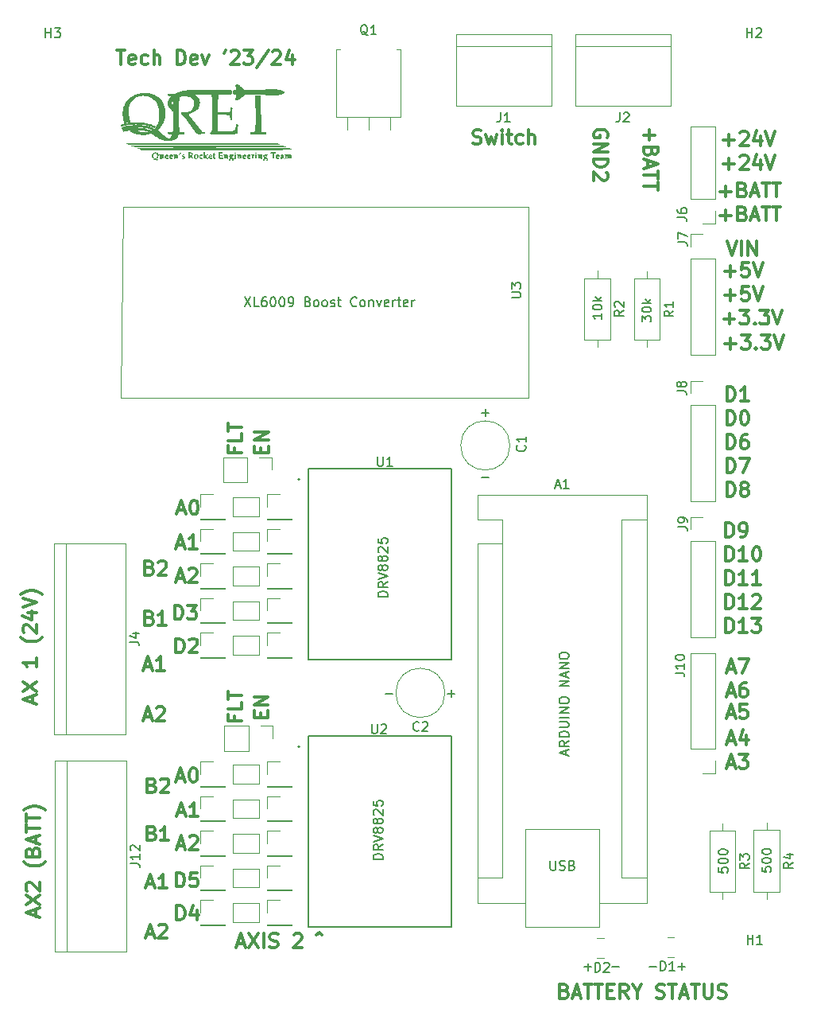
<source format=gbr>
%TF.GenerationSoftware,KiCad,Pcbnew,7.0.8*%
%TF.CreationDate,2024-03-19T23:20:07-04:00*%
%TF.ProjectId,TechDevPCB,54656368-4465-4765-9043-422e6b696361,rev?*%
%TF.SameCoordinates,Original*%
%TF.FileFunction,Legend,Top*%
%TF.FilePolarity,Positive*%
%FSLAX46Y46*%
G04 Gerber Fmt 4.6, Leading zero omitted, Abs format (unit mm)*
G04 Created by KiCad (PCBNEW 7.0.8) date 2024-03-19 23:20:07*
%MOMM*%
%LPD*%
G01*
G04 APERTURE LIST*
%ADD10C,0.150000*%
%ADD11C,0.300000*%
%ADD12C,0.120000*%
%ADD13C,0.127000*%
%ADD14C,0.200000*%
G04 APERTURE END LIST*
D10*
X151688848Y-111071866D02*
X152450753Y-111071866D01*
X152069800Y-111452819D02*
X152069800Y-110690914D01*
D11*
X181453310Y-79937828D02*
X181453310Y-78437828D01*
X181453310Y-78437828D02*
X181810453Y-78437828D01*
X181810453Y-78437828D02*
X182024739Y-78509257D01*
X182024739Y-78509257D02*
X182167596Y-78652114D01*
X182167596Y-78652114D02*
X182239025Y-78794971D01*
X182239025Y-78794971D02*
X182310453Y-79080685D01*
X182310453Y-79080685D02*
X182310453Y-79294971D01*
X182310453Y-79294971D02*
X182239025Y-79580685D01*
X182239025Y-79580685D02*
X182167596Y-79723542D01*
X182167596Y-79723542D02*
X182024739Y-79866400D01*
X182024739Y-79866400D02*
X181810453Y-79937828D01*
X181810453Y-79937828D02*
X181453310Y-79937828D01*
X183739025Y-79937828D02*
X182881882Y-79937828D01*
X183310453Y-79937828D02*
X183310453Y-78437828D01*
X183310453Y-78437828D02*
X183167596Y-78652114D01*
X183167596Y-78652114D02*
X183024739Y-78794971D01*
X183024739Y-78794971D02*
X182881882Y-78866400D01*
X181123110Y-71187600D02*
X182265968Y-71187600D01*
X181694539Y-71759028D02*
X181694539Y-70616171D01*
X182837396Y-70259028D02*
X183765968Y-70259028D01*
X183765968Y-70259028D02*
X183265968Y-70830457D01*
X183265968Y-70830457D02*
X183480253Y-70830457D01*
X183480253Y-70830457D02*
X183623111Y-70901885D01*
X183623111Y-70901885D02*
X183694539Y-70973314D01*
X183694539Y-70973314D02*
X183765968Y-71116171D01*
X183765968Y-71116171D02*
X183765968Y-71473314D01*
X183765968Y-71473314D02*
X183694539Y-71616171D01*
X183694539Y-71616171D02*
X183623111Y-71687600D01*
X183623111Y-71687600D02*
X183480253Y-71759028D01*
X183480253Y-71759028D02*
X183051682Y-71759028D01*
X183051682Y-71759028D02*
X182908825Y-71687600D01*
X182908825Y-71687600D02*
X182837396Y-71616171D01*
X184408824Y-71616171D02*
X184480253Y-71687600D01*
X184480253Y-71687600D02*
X184408824Y-71759028D01*
X184408824Y-71759028D02*
X184337396Y-71687600D01*
X184337396Y-71687600D02*
X184408824Y-71616171D01*
X184408824Y-71616171D02*
X184408824Y-71759028D01*
X184980253Y-70259028D02*
X185908825Y-70259028D01*
X185908825Y-70259028D02*
X185408825Y-70830457D01*
X185408825Y-70830457D02*
X185623110Y-70830457D01*
X185623110Y-70830457D02*
X185765968Y-70901885D01*
X185765968Y-70901885D02*
X185837396Y-70973314D01*
X185837396Y-70973314D02*
X185908825Y-71116171D01*
X185908825Y-71116171D02*
X185908825Y-71473314D01*
X185908825Y-71473314D02*
X185837396Y-71616171D01*
X185837396Y-71616171D02*
X185765968Y-71687600D01*
X185765968Y-71687600D02*
X185623110Y-71759028D01*
X185623110Y-71759028D02*
X185194539Y-71759028D01*
X185194539Y-71759028D02*
X185051682Y-71687600D01*
X185051682Y-71687600D02*
X184980253Y-71616171D01*
X186337396Y-70259028D02*
X186837396Y-71759028D01*
X186837396Y-71759028D02*
X187337396Y-70259028D01*
D10*
X180531419Y-129593885D02*
X180531419Y-130070075D01*
X180531419Y-130070075D02*
X181007609Y-130117694D01*
X181007609Y-130117694D02*
X180959990Y-130070075D01*
X180959990Y-130070075D02*
X180912371Y-129974837D01*
X180912371Y-129974837D02*
X180912371Y-129736742D01*
X180912371Y-129736742D02*
X180959990Y-129641504D01*
X180959990Y-129641504D02*
X181007609Y-129593885D01*
X181007609Y-129593885D02*
X181102847Y-129546266D01*
X181102847Y-129546266D02*
X181340942Y-129546266D01*
X181340942Y-129546266D02*
X181436180Y-129593885D01*
X181436180Y-129593885D02*
X181483800Y-129641504D01*
X181483800Y-129641504D02*
X181531419Y-129736742D01*
X181531419Y-129736742D02*
X181531419Y-129974837D01*
X181531419Y-129974837D02*
X181483800Y-130070075D01*
X181483800Y-130070075D02*
X181436180Y-130117694D01*
X180531419Y-128927218D02*
X180531419Y-128831980D01*
X180531419Y-128831980D02*
X180579038Y-128736742D01*
X180579038Y-128736742D02*
X180626657Y-128689123D01*
X180626657Y-128689123D02*
X180721895Y-128641504D01*
X180721895Y-128641504D02*
X180912371Y-128593885D01*
X180912371Y-128593885D02*
X181150466Y-128593885D01*
X181150466Y-128593885D02*
X181340942Y-128641504D01*
X181340942Y-128641504D02*
X181436180Y-128689123D01*
X181436180Y-128689123D02*
X181483800Y-128736742D01*
X181483800Y-128736742D02*
X181531419Y-128831980D01*
X181531419Y-128831980D02*
X181531419Y-128927218D01*
X181531419Y-128927218D02*
X181483800Y-129022456D01*
X181483800Y-129022456D02*
X181436180Y-129070075D01*
X181436180Y-129070075D02*
X181340942Y-129117694D01*
X181340942Y-129117694D02*
X181150466Y-129165313D01*
X181150466Y-129165313D02*
X180912371Y-129165313D01*
X180912371Y-129165313D02*
X180721895Y-129117694D01*
X180721895Y-129117694D02*
X180626657Y-129070075D01*
X180626657Y-129070075D02*
X180579038Y-129022456D01*
X180579038Y-129022456D02*
X180531419Y-128927218D01*
X180531419Y-127974837D02*
X180531419Y-127879599D01*
X180531419Y-127879599D02*
X180579038Y-127784361D01*
X180579038Y-127784361D02*
X180626657Y-127736742D01*
X180626657Y-127736742D02*
X180721895Y-127689123D01*
X180721895Y-127689123D02*
X180912371Y-127641504D01*
X180912371Y-127641504D02*
X181150466Y-127641504D01*
X181150466Y-127641504D02*
X181340942Y-127689123D01*
X181340942Y-127689123D02*
X181436180Y-127736742D01*
X181436180Y-127736742D02*
X181483800Y-127784361D01*
X181483800Y-127784361D02*
X181531419Y-127879599D01*
X181531419Y-127879599D02*
X181531419Y-127974837D01*
X181531419Y-127974837D02*
X181483800Y-128070075D01*
X181483800Y-128070075D02*
X181436180Y-128117694D01*
X181436180Y-128117694D02*
X181340942Y-128165313D01*
X181340942Y-128165313D02*
X181150466Y-128212932D01*
X181150466Y-128212932D02*
X180912371Y-128212932D01*
X180912371Y-128212932D02*
X180721895Y-128165313D01*
X180721895Y-128165313D02*
X180626657Y-128117694D01*
X180626657Y-128117694D02*
X180579038Y-128070075D01*
X180579038Y-128070075D02*
X180531419Y-127974837D01*
D11*
X181453310Y-87557828D02*
X181453310Y-86057828D01*
X181453310Y-86057828D02*
X181810453Y-86057828D01*
X181810453Y-86057828D02*
X182024739Y-86129257D01*
X182024739Y-86129257D02*
X182167596Y-86272114D01*
X182167596Y-86272114D02*
X182239025Y-86414971D01*
X182239025Y-86414971D02*
X182310453Y-86700685D01*
X182310453Y-86700685D02*
X182310453Y-86914971D01*
X182310453Y-86914971D02*
X182239025Y-87200685D01*
X182239025Y-87200685D02*
X182167596Y-87343542D01*
X182167596Y-87343542D02*
X182024739Y-87486400D01*
X182024739Y-87486400D02*
X181810453Y-87557828D01*
X181810453Y-87557828D02*
X181453310Y-87557828D01*
X182810453Y-86057828D02*
X183810453Y-86057828D01*
X183810453Y-86057828D02*
X183167596Y-87557828D01*
X181326310Y-104575828D02*
X181326310Y-103075828D01*
X181326310Y-103075828D02*
X181683453Y-103075828D01*
X181683453Y-103075828D02*
X181897739Y-103147257D01*
X181897739Y-103147257D02*
X182040596Y-103290114D01*
X182040596Y-103290114D02*
X182112025Y-103432971D01*
X182112025Y-103432971D02*
X182183453Y-103718685D01*
X182183453Y-103718685D02*
X182183453Y-103932971D01*
X182183453Y-103932971D02*
X182112025Y-104218685D01*
X182112025Y-104218685D02*
X182040596Y-104361542D01*
X182040596Y-104361542D02*
X181897739Y-104504400D01*
X181897739Y-104504400D02*
X181683453Y-104575828D01*
X181683453Y-104575828D02*
X181326310Y-104575828D01*
X183612025Y-104575828D02*
X182754882Y-104575828D01*
X183183453Y-104575828D02*
X183183453Y-103075828D01*
X183183453Y-103075828D02*
X183040596Y-103290114D01*
X183040596Y-103290114D02*
X182897739Y-103432971D01*
X182897739Y-103432971D02*
X182754882Y-103504400D01*
X184112024Y-103075828D02*
X185040596Y-103075828D01*
X185040596Y-103075828D02*
X184540596Y-103647257D01*
X184540596Y-103647257D02*
X184754881Y-103647257D01*
X184754881Y-103647257D02*
X184897739Y-103718685D01*
X184897739Y-103718685D02*
X184969167Y-103790114D01*
X184969167Y-103790114D02*
X185040596Y-103932971D01*
X185040596Y-103932971D02*
X185040596Y-104290114D01*
X185040596Y-104290114D02*
X184969167Y-104432971D01*
X184969167Y-104432971D02*
X184897739Y-104504400D01*
X184897739Y-104504400D02*
X184754881Y-104575828D01*
X184754881Y-104575828D02*
X184326310Y-104575828D01*
X184326310Y-104575828D02*
X184183453Y-104504400D01*
X184183453Y-104504400D02*
X184112024Y-104432971D01*
X122936482Y-123730657D02*
X123650768Y-123730657D01*
X122793625Y-124159228D02*
X123293625Y-122659228D01*
X123293625Y-122659228D02*
X123793625Y-124159228D01*
X125079339Y-124159228D02*
X124222196Y-124159228D01*
X124650767Y-124159228D02*
X124650767Y-122659228D01*
X124650767Y-122659228D02*
X124507910Y-122873514D01*
X124507910Y-122873514D02*
X124365053Y-123016371D01*
X124365053Y-123016371D02*
X124222196Y-123087800D01*
X107830257Y-134771917D02*
X107830257Y-134057632D01*
X108258828Y-134914774D02*
X106758828Y-134414774D01*
X106758828Y-134414774D02*
X108258828Y-133914774D01*
X106758828Y-133557632D02*
X108258828Y-132557632D01*
X106758828Y-132557632D02*
X108258828Y-133557632D01*
X106901685Y-132057632D02*
X106830257Y-131986204D01*
X106830257Y-131986204D02*
X106758828Y-131843347D01*
X106758828Y-131843347D02*
X106758828Y-131486204D01*
X106758828Y-131486204D02*
X106830257Y-131343347D01*
X106830257Y-131343347D02*
X106901685Y-131271918D01*
X106901685Y-131271918D02*
X107044542Y-131200489D01*
X107044542Y-131200489D02*
X107187400Y-131200489D01*
X107187400Y-131200489D02*
X107401685Y-131271918D01*
X107401685Y-131271918D02*
X108258828Y-132129061D01*
X108258828Y-132129061D02*
X108258828Y-131200489D01*
X108830257Y-128986204D02*
X108758828Y-129057633D01*
X108758828Y-129057633D02*
X108544542Y-129200490D01*
X108544542Y-129200490D02*
X108401685Y-129271919D01*
X108401685Y-129271919D02*
X108187400Y-129343347D01*
X108187400Y-129343347D02*
X107830257Y-129414776D01*
X107830257Y-129414776D02*
X107544542Y-129414776D01*
X107544542Y-129414776D02*
X107187400Y-129343347D01*
X107187400Y-129343347D02*
X106973114Y-129271919D01*
X106973114Y-129271919D02*
X106830257Y-129200490D01*
X106830257Y-129200490D02*
X106615971Y-129057633D01*
X106615971Y-129057633D02*
X106544542Y-128986204D01*
X107473114Y-127914776D02*
X107544542Y-127700490D01*
X107544542Y-127700490D02*
X107615971Y-127629061D01*
X107615971Y-127629061D02*
X107758828Y-127557633D01*
X107758828Y-127557633D02*
X107973114Y-127557633D01*
X107973114Y-127557633D02*
X108115971Y-127629061D01*
X108115971Y-127629061D02*
X108187400Y-127700490D01*
X108187400Y-127700490D02*
X108258828Y-127843347D01*
X108258828Y-127843347D02*
X108258828Y-128414776D01*
X108258828Y-128414776D02*
X106758828Y-128414776D01*
X106758828Y-128414776D02*
X106758828Y-127914776D01*
X106758828Y-127914776D02*
X106830257Y-127771919D01*
X106830257Y-127771919D02*
X106901685Y-127700490D01*
X106901685Y-127700490D02*
X107044542Y-127629061D01*
X107044542Y-127629061D02*
X107187400Y-127629061D01*
X107187400Y-127629061D02*
X107330257Y-127700490D01*
X107330257Y-127700490D02*
X107401685Y-127771919D01*
X107401685Y-127771919D02*
X107473114Y-127914776D01*
X107473114Y-127914776D02*
X107473114Y-128414776D01*
X107830257Y-126986204D02*
X107830257Y-126271919D01*
X108258828Y-127129061D02*
X106758828Y-126629061D01*
X106758828Y-126629061D02*
X108258828Y-126129061D01*
X106758828Y-125843347D02*
X106758828Y-124986205D01*
X108258828Y-125414776D02*
X106758828Y-125414776D01*
X106758828Y-124700490D02*
X106758828Y-123843348D01*
X108258828Y-124271919D02*
X106758828Y-124271919D01*
X108830257Y-123486205D02*
X108758828Y-123414776D01*
X108758828Y-123414776D02*
X108544542Y-123271919D01*
X108544542Y-123271919D02*
X108401685Y-123200491D01*
X108401685Y-123200491D02*
X108187400Y-123129062D01*
X108187400Y-123129062D02*
X107830257Y-123057633D01*
X107830257Y-123057633D02*
X107544542Y-123057633D01*
X107544542Y-123057633D02*
X107187400Y-123129062D01*
X107187400Y-123129062D02*
X106973114Y-123200491D01*
X106973114Y-123200491D02*
X106830257Y-123271919D01*
X106830257Y-123271919D02*
X106615971Y-123414776D01*
X106615971Y-123414776D02*
X106544542Y-123486205D01*
X181453310Y-82477828D02*
X181453310Y-80977828D01*
X181453310Y-80977828D02*
X181810453Y-80977828D01*
X181810453Y-80977828D02*
X182024739Y-81049257D01*
X182024739Y-81049257D02*
X182167596Y-81192114D01*
X182167596Y-81192114D02*
X182239025Y-81334971D01*
X182239025Y-81334971D02*
X182310453Y-81620685D01*
X182310453Y-81620685D02*
X182310453Y-81834971D01*
X182310453Y-81834971D02*
X182239025Y-82120685D01*
X182239025Y-82120685D02*
X182167596Y-82263542D01*
X182167596Y-82263542D02*
X182024739Y-82406400D01*
X182024739Y-82406400D02*
X181810453Y-82477828D01*
X181810453Y-82477828D02*
X181453310Y-82477828D01*
X183239025Y-80977828D02*
X183381882Y-80977828D01*
X183381882Y-80977828D02*
X183524739Y-81049257D01*
X183524739Y-81049257D02*
X183596168Y-81120685D01*
X183596168Y-81120685D02*
X183667596Y-81263542D01*
X183667596Y-81263542D02*
X183739025Y-81549257D01*
X183739025Y-81549257D02*
X183739025Y-81906400D01*
X183739025Y-81906400D02*
X183667596Y-82192114D01*
X183667596Y-82192114D02*
X183596168Y-82334971D01*
X183596168Y-82334971D02*
X183524739Y-82406400D01*
X183524739Y-82406400D02*
X183381882Y-82477828D01*
X183381882Y-82477828D02*
X183239025Y-82477828D01*
X183239025Y-82477828D02*
X183096168Y-82406400D01*
X183096168Y-82406400D02*
X183024739Y-82334971D01*
X183024739Y-82334971D02*
X182953310Y-82192114D01*
X182953310Y-82192114D02*
X182881882Y-81906400D01*
X182881882Y-81906400D02*
X182881882Y-81549257D01*
X182881882Y-81549257D02*
X182953310Y-81263542D01*
X182953310Y-81263542D02*
X183024739Y-81120685D01*
X183024739Y-81120685D02*
X183096168Y-81049257D01*
X183096168Y-81049257D02*
X183239025Y-80977828D01*
X120205910Y-120833514D02*
X120420196Y-120904942D01*
X120420196Y-120904942D02*
X120491625Y-120976371D01*
X120491625Y-120976371D02*
X120563053Y-121119228D01*
X120563053Y-121119228D02*
X120563053Y-121333514D01*
X120563053Y-121333514D02*
X120491625Y-121476371D01*
X120491625Y-121476371D02*
X120420196Y-121547800D01*
X120420196Y-121547800D02*
X120277339Y-121619228D01*
X120277339Y-121619228D02*
X119705910Y-121619228D01*
X119705910Y-121619228D02*
X119705910Y-120119228D01*
X119705910Y-120119228D02*
X120205910Y-120119228D01*
X120205910Y-120119228D02*
X120348768Y-120190657D01*
X120348768Y-120190657D02*
X120420196Y-120262085D01*
X120420196Y-120262085D02*
X120491625Y-120404942D01*
X120491625Y-120404942D02*
X120491625Y-120547800D01*
X120491625Y-120547800D02*
X120420196Y-120690657D01*
X120420196Y-120690657D02*
X120348768Y-120762085D01*
X120348768Y-120762085D02*
X120205910Y-120833514D01*
X120205910Y-120833514D02*
X119705910Y-120833514D01*
X121134482Y-120262085D02*
X121205910Y-120190657D01*
X121205910Y-120190657D02*
X121348768Y-120119228D01*
X121348768Y-120119228D02*
X121705910Y-120119228D01*
X121705910Y-120119228D02*
X121848768Y-120190657D01*
X121848768Y-120190657D02*
X121920196Y-120262085D01*
X121920196Y-120262085D02*
X121991625Y-120404942D01*
X121991625Y-120404942D02*
X121991625Y-120547800D01*
X121991625Y-120547800D02*
X121920196Y-120762085D01*
X121920196Y-120762085D02*
X121063053Y-121619228D01*
X121063053Y-121619228D02*
X121991625Y-121619228D01*
D10*
X168120219Y-70623038D02*
X168120219Y-71194466D01*
X168120219Y-70908752D02*
X167120219Y-70908752D01*
X167120219Y-70908752D02*
X167263076Y-71003990D01*
X167263076Y-71003990D02*
X167358314Y-71099228D01*
X167358314Y-71099228D02*
X167405933Y-71194466D01*
X167120219Y-70003990D02*
X167120219Y-69908752D01*
X167120219Y-69908752D02*
X167167838Y-69813514D01*
X167167838Y-69813514D02*
X167215457Y-69765895D01*
X167215457Y-69765895D02*
X167310695Y-69718276D01*
X167310695Y-69718276D02*
X167501171Y-69670657D01*
X167501171Y-69670657D02*
X167739266Y-69670657D01*
X167739266Y-69670657D02*
X167929742Y-69718276D01*
X167929742Y-69718276D02*
X168024980Y-69765895D01*
X168024980Y-69765895D02*
X168072600Y-69813514D01*
X168072600Y-69813514D02*
X168120219Y-69908752D01*
X168120219Y-69908752D02*
X168120219Y-70003990D01*
X168120219Y-70003990D02*
X168072600Y-70099228D01*
X168072600Y-70099228D02*
X168024980Y-70146847D01*
X168024980Y-70146847D02*
X167929742Y-70194466D01*
X167929742Y-70194466D02*
X167739266Y-70242085D01*
X167739266Y-70242085D02*
X167501171Y-70242085D01*
X167501171Y-70242085D02*
X167310695Y-70194466D01*
X167310695Y-70194466D02*
X167215457Y-70146847D01*
X167215457Y-70146847D02*
X167167838Y-70099228D01*
X167167838Y-70099228D02*
X167120219Y-70003990D01*
X168120219Y-69242085D02*
X167120219Y-69242085D01*
X167739266Y-69146847D02*
X168120219Y-68861133D01*
X167453552Y-68861133D02*
X167834504Y-69242085D01*
D11*
X181508882Y-111005257D02*
X182223168Y-111005257D01*
X181366025Y-111433828D02*
X181866025Y-109933828D01*
X181866025Y-109933828D02*
X182366025Y-111433828D01*
X183508882Y-109933828D02*
X183223167Y-109933828D01*
X183223167Y-109933828D02*
X183080310Y-110005257D01*
X183080310Y-110005257D02*
X183008882Y-110076685D01*
X183008882Y-110076685D02*
X182866024Y-110290971D01*
X182866024Y-110290971D02*
X182794596Y-110576685D01*
X182794596Y-110576685D02*
X182794596Y-111148114D01*
X182794596Y-111148114D02*
X182866024Y-111290971D01*
X182866024Y-111290971D02*
X182937453Y-111362400D01*
X182937453Y-111362400D02*
X183080310Y-111433828D01*
X183080310Y-111433828D02*
X183366024Y-111433828D01*
X183366024Y-111433828D02*
X183508882Y-111362400D01*
X183508882Y-111362400D02*
X183580310Y-111290971D01*
X183580310Y-111290971D02*
X183651739Y-111148114D01*
X183651739Y-111148114D02*
X183651739Y-110790971D01*
X183651739Y-110790971D02*
X183580310Y-110648114D01*
X183580310Y-110648114D02*
X183508882Y-110576685D01*
X183508882Y-110576685D02*
X183366024Y-110505257D01*
X183366024Y-110505257D02*
X183080310Y-110505257D01*
X183080310Y-110505257D02*
X182937453Y-110576685D01*
X182937453Y-110576685D02*
X182866024Y-110648114D01*
X182866024Y-110648114D02*
X182794596Y-110790971D01*
X181508882Y-113291257D02*
X182223168Y-113291257D01*
X181366025Y-113719828D02*
X181866025Y-112219828D01*
X181866025Y-112219828D02*
X182366025Y-113719828D01*
X183580310Y-112219828D02*
X182866024Y-112219828D01*
X182866024Y-112219828D02*
X182794596Y-112934114D01*
X182794596Y-112934114D02*
X182866024Y-112862685D01*
X182866024Y-112862685D02*
X183008882Y-112791257D01*
X183008882Y-112791257D02*
X183366024Y-112791257D01*
X183366024Y-112791257D02*
X183508882Y-112862685D01*
X183508882Y-112862685D02*
X183580310Y-112934114D01*
X183580310Y-112934114D02*
X183651739Y-113076971D01*
X183651739Y-113076971D02*
X183651739Y-113434114D01*
X183651739Y-113434114D02*
X183580310Y-113576971D01*
X183580310Y-113576971D02*
X183508882Y-113648400D01*
X183508882Y-113648400D02*
X183366024Y-113719828D01*
X183366024Y-113719828D02*
X183008882Y-113719828D01*
X183008882Y-113719828D02*
X182866024Y-113648400D01*
X182866024Y-113648400D02*
X182794596Y-113576971D01*
D10*
X185154219Y-129543085D02*
X185154219Y-130019275D01*
X185154219Y-130019275D02*
X185630409Y-130066894D01*
X185630409Y-130066894D02*
X185582790Y-130019275D01*
X185582790Y-130019275D02*
X185535171Y-129924037D01*
X185535171Y-129924037D02*
X185535171Y-129685942D01*
X185535171Y-129685942D02*
X185582790Y-129590704D01*
X185582790Y-129590704D02*
X185630409Y-129543085D01*
X185630409Y-129543085D02*
X185725647Y-129495466D01*
X185725647Y-129495466D02*
X185963742Y-129495466D01*
X185963742Y-129495466D02*
X186058980Y-129543085D01*
X186058980Y-129543085D02*
X186106600Y-129590704D01*
X186106600Y-129590704D02*
X186154219Y-129685942D01*
X186154219Y-129685942D02*
X186154219Y-129924037D01*
X186154219Y-129924037D02*
X186106600Y-130019275D01*
X186106600Y-130019275D02*
X186058980Y-130066894D01*
X185154219Y-128876418D02*
X185154219Y-128781180D01*
X185154219Y-128781180D02*
X185201838Y-128685942D01*
X185201838Y-128685942D02*
X185249457Y-128638323D01*
X185249457Y-128638323D02*
X185344695Y-128590704D01*
X185344695Y-128590704D02*
X185535171Y-128543085D01*
X185535171Y-128543085D02*
X185773266Y-128543085D01*
X185773266Y-128543085D02*
X185963742Y-128590704D01*
X185963742Y-128590704D02*
X186058980Y-128638323D01*
X186058980Y-128638323D02*
X186106600Y-128685942D01*
X186106600Y-128685942D02*
X186154219Y-128781180D01*
X186154219Y-128781180D02*
X186154219Y-128876418D01*
X186154219Y-128876418D02*
X186106600Y-128971656D01*
X186106600Y-128971656D02*
X186058980Y-129019275D01*
X186058980Y-129019275D02*
X185963742Y-129066894D01*
X185963742Y-129066894D02*
X185773266Y-129114513D01*
X185773266Y-129114513D02*
X185535171Y-129114513D01*
X185535171Y-129114513D02*
X185344695Y-129066894D01*
X185344695Y-129066894D02*
X185249457Y-129019275D01*
X185249457Y-129019275D02*
X185201838Y-128971656D01*
X185201838Y-128971656D02*
X185154219Y-128876418D01*
X185154219Y-127924037D02*
X185154219Y-127828799D01*
X185154219Y-127828799D02*
X185201838Y-127733561D01*
X185201838Y-127733561D02*
X185249457Y-127685942D01*
X185249457Y-127685942D02*
X185344695Y-127638323D01*
X185344695Y-127638323D02*
X185535171Y-127590704D01*
X185535171Y-127590704D02*
X185773266Y-127590704D01*
X185773266Y-127590704D02*
X185963742Y-127638323D01*
X185963742Y-127638323D02*
X186058980Y-127685942D01*
X186058980Y-127685942D02*
X186106600Y-127733561D01*
X186106600Y-127733561D02*
X186154219Y-127828799D01*
X186154219Y-127828799D02*
X186154219Y-127924037D01*
X186154219Y-127924037D02*
X186106600Y-128019275D01*
X186106600Y-128019275D02*
X186058980Y-128066894D01*
X186058980Y-128066894D02*
X185963742Y-128114513D01*
X185963742Y-128114513D02*
X185773266Y-128162132D01*
X185773266Y-128162132D02*
X185535171Y-128162132D01*
X185535171Y-128162132D02*
X185344695Y-128114513D01*
X185344695Y-128114513D02*
X185249457Y-128066894D01*
X185249457Y-128066894D02*
X185201838Y-128019275D01*
X185201838Y-128019275D02*
X185154219Y-127924037D01*
D11*
X107500057Y-112038917D02*
X107500057Y-111324632D01*
X107928628Y-112181774D02*
X106428628Y-111681774D01*
X106428628Y-111681774D02*
X107928628Y-111181774D01*
X106428628Y-110824632D02*
X107928628Y-109824632D01*
X106428628Y-109824632D02*
X107928628Y-110824632D01*
X107928628Y-107324632D02*
X107928628Y-108181775D01*
X107928628Y-107753204D02*
X106428628Y-107753204D01*
X106428628Y-107753204D02*
X106642914Y-107896061D01*
X106642914Y-107896061D02*
X106785771Y-108038918D01*
X106785771Y-108038918D02*
X106857200Y-108181775D01*
X108500057Y-105110347D02*
X108428628Y-105181776D01*
X108428628Y-105181776D02*
X108214342Y-105324633D01*
X108214342Y-105324633D02*
X108071485Y-105396062D01*
X108071485Y-105396062D02*
X107857200Y-105467490D01*
X107857200Y-105467490D02*
X107500057Y-105538919D01*
X107500057Y-105538919D02*
X107214342Y-105538919D01*
X107214342Y-105538919D02*
X106857200Y-105467490D01*
X106857200Y-105467490D02*
X106642914Y-105396062D01*
X106642914Y-105396062D02*
X106500057Y-105324633D01*
X106500057Y-105324633D02*
X106285771Y-105181776D01*
X106285771Y-105181776D02*
X106214342Y-105110347D01*
X106571485Y-104610347D02*
X106500057Y-104538919D01*
X106500057Y-104538919D02*
X106428628Y-104396062D01*
X106428628Y-104396062D02*
X106428628Y-104038919D01*
X106428628Y-104038919D02*
X106500057Y-103896062D01*
X106500057Y-103896062D02*
X106571485Y-103824633D01*
X106571485Y-103824633D02*
X106714342Y-103753204D01*
X106714342Y-103753204D02*
X106857200Y-103753204D01*
X106857200Y-103753204D02*
X107071485Y-103824633D01*
X107071485Y-103824633D02*
X107928628Y-104681776D01*
X107928628Y-104681776D02*
X107928628Y-103753204D01*
X106928628Y-102467491D02*
X107928628Y-102467491D01*
X106357200Y-102824633D02*
X107428628Y-103181776D01*
X107428628Y-103181776D02*
X107428628Y-102253205D01*
X106428628Y-101896062D02*
X107928628Y-101396062D01*
X107928628Y-101396062D02*
X106428628Y-100896062D01*
X108500057Y-100538920D02*
X108428628Y-100467491D01*
X108428628Y-100467491D02*
X108214342Y-100324634D01*
X108214342Y-100324634D02*
X108071485Y-100253206D01*
X108071485Y-100253206D02*
X107857200Y-100181777D01*
X107857200Y-100181777D02*
X107500057Y-100110348D01*
X107500057Y-100110348D02*
X107214342Y-100110348D01*
X107214342Y-100110348D02*
X106857200Y-100181777D01*
X106857200Y-100181777D02*
X106642914Y-100253206D01*
X106642914Y-100253206D02*
X106500057Y-100324634D01*
X106500057Y-100324634D02*
X106285771Y-100467491D01*
X106285771Y-100467491D02*
X106214342Y-100538920D01*
X181508882Y-108465257D02*
X182223168Y-108465257D01*
X181366025Y-108893828D02*
X181866025Y-107393828D01*
X181866025Y-107393828D02*
X182366025Y-108893828D01*
X182723167Y-107393828D02*
X183723167Y-107393828D01*
X183723167Y-107393828D02*
X183080310Y-108893828D01*
X122804710Y-131626828D02*
X122804710Y-130126828D01*
X122804710Y-130126828D02*
X123161853Y-130126828D01*
X123161853Y-130126828D02*
X123376139Y-130198257D01*
X123376139Y-130198257D02*
X123518996Y-130341114D01*
X123518996Y-130341114D02*
X123590425Y-130483971D01*
X123590425Y-130483971D02*
X123661853Y-130769685D01*
X123661853Y-130769685D02*
X123661853Y-130983971D01*
X123661853Y-130983971D02*
X123590425Y-131269685D01*
X123590425Y-131269685D02*
X123518996Y-131412542D01*
X123518996Y-131412542D02*
X123376139Y-131555400D01*
X123376139Y-131555400D02*
X123161853Y-131626828D01*
X123161853Y-131626828D02*
X122804710Y-131626828D01*
X125018996Y-130126828D02*
X124304710Y-130126828D01*
X124304710Y-130126828D02*
X124233282Y-130841114D01*
X124233282Y-130841114D02*
X124304710Y-130769685D01*
X124304710Y-130769685D02*
X124447568Y-130698257D01*
X124447568Y-130698257D02*
X124804710Y-130698257D01*
X124804710Y-130698257D02*
X124947568Y-130769685D01*
X124947568Y-130769685D02*
X125018996Y-130841114D01*
X125018996Y-130841114D02*
X125090425Y-130983971D01*
X125090425Y-130983971D02*
X125090425Y-131341114D01*
X125090425Y-131341114D02*
X125018996Y-131483971D01*
X125018996Y-131483971D02*
X124947568Y-131555400D01*
X124947568Y-131555400D02*
X124804710Y-131626828D01*
X124804710Y-131626828D02*
X124447568Y-131626828D01*
X124447568Y-131626828D02*
X124304710Y-131555400D01*
X124304710Y-131555400D02*
X124233282Y-131483971D01*
D10*
X173177248Y-140180266D02*
X173939153Y-140180266D01*
D11*
X120205910Y-125913514D02*
X120420196Y-125984942D01*
X120420196Y-125984942D02*
X120491625Y-126056371D01*
X120491625Y-126056371D02*
X120563053Y-126199228D01*
X120563053Y-126199228D02*
X120563053Y-126413514D01*
X120563053Y-126413514D02*
X120491625Y-126556371D01*
X120491625Y-126556371D02*
X120420196Y-126627800D01*
X120420196Y-126627800D02*
X120277339Y-126699228D01*
X120277339Y-126699228D02*
X119705910Y-126699228D01*
X119705910Y-126699228D02*
X119705910Y-125199228D01*
X119705910Y-125199228D02*
X120205910Y-125199228D01*
X120205910Y-125199228D02*
X120348768Y-125270657D01*
X120348768Y-125270657D02*
X120420196Y-125342085D01*
X120420196Y-125342085D02*
X120491625Y-125484942D01*
X120491625Y-125484942D02*
X120491625Y-125627800D01*
X120491625Y-125627800D02*
X120420196Y-125770657D01*
X120420196Y-125770657D02*
X120348768Y-125842085D01*
X120348768Y-125842085D02*
X120205910Y-125913514D01*
X120205910Y-125913514D02*
X119705910Y-125913514D01*
X121991625Y-126699228D02*
X121134482Y-126699228D01*
X121563053Y-126699228D02*
X121563053Y-125199228D01*
X121563053Y-125199228D02*
X121420196Y-125413514D01*
X121420196Y-125413514D02*
X121277339Y-125556371D01*
X121277339Y-125556371D02*
X121134482Y-125627800D01*
X119634482Y-136684657D02*
X120348768Y-136684657D01*
X119491625Y-137113228D02*
X119991625Y-135613228D01*
X119991625Y-135613228D02*
X120491625Y-137113228D01*
X120920196Y-135756085D02*
X120991624Y-135684657D01*
X120991624Y-135684657D02*
X121134482Y-135613228D01*
X121134482Y-135613228D02*
X121491624Y-135613228D01*
X121491624Y-135613228D02*
X121634482Y-135684657D01*
X121634482Y-135684657D02*
X121705910Y-135756085D01*
X121705910Y-135756085D02*
X121777339Y-135898942D01*
X121777339Y-135898942D02*
X121777339Y-136041800D01*
X121777339Y-136041800D02*
X121705910Y-136256085D01*
X121705910Y-136256085D02*
X120848767Y-137113228D01*
X120848767Y-137113228D02*
X121777339Y-137113228D01*
X122753910Y-106734828D02*
X122753910Y-105234828D01*
X122753910Y-105234828D02*
X123111053Y-105234828D01*
X123111053Y-105234828D02*
X123325339Y-105306257D01*
X123325339Y-105306257D02*
X123468196Y-105449114D01*
X123468196Y-105449114D02*
X123539625Y-105591971D01*
X123539625Y-105591971D02*
X123611053Y-105877685D01*
X123611053Y-105877685D02*
X123611053Y-106091971D01*
X123611053Y-106091971D02*
X123539625Y-106377685D01*
X123539625Y-106377685D02*
X123468196Y-106520542D01*
X123468196Y-106520542D02*
X123325339Y-106663400D01*
X123325339Y-106663400D02*
X123111053Y-106734828D01*
X123111053Y-106734828D02*
X122753910Y-106734828D01*
X124182482Y-105377685D02*
X124253910Y-105306257D01*
X124253910Y-105306257D02*
X124396768Y-105234828D01*
X124396768Y-105234828D02*
X124753910Y-105234828D01*
X124753910Y-105234828D02*
X124896768Y-105306257D01*
X124896768Y-105306257D02*
X124968196Y-105377685D01*
X124968196Y-105377685D02*
X125039625Y-105520542D01*
X125039625Y-105520542D02*
X125039625Y-105663400D01*
X125039625Y-105663400D02*
X124968196Y-105877685D01*
X124968196Y-105877685D02*
X124111053Y-106734828D01*
X124111053Y-106734828D02*
X125039625Y-106734828D01*
X116458601Y-42637728D02*
X117315744Y-42637728D01*
X116887172Y-44137728D02*
X116887172Y-42637728D01*
X118387172Y-44066300D02*
X118244315Y-44137728D01*
X118244315Y-44137728D02*
X117958601Y-44137728D01*
X117958601Y-44137728D02*
X117815743Y-44066300D01*
X117815743Y-44066300D02*
X117744315Y-43923442D01*
X117744315Y-43923442D02*
X117744315Y-43352014D01*
X117744315Y-43352014D02*
X117815743Y-43209157D01*
X117815743Y-43209157D02*
X117958601Y-43137728D01*
X117958601Y-43137728D02*
X118244315Y-43137728D01*
X118244315Y-43137728D02*
X118387172Y-43209157D01*
X118387172Y-43209157D02*
X118458601Y-43352014D01*
X118458601Y-43352014D02*
X118458601Y-43494871D01*
X118458601Y-43494871D02*
X117744315Y-43637728D01*
X119744315Y-44066300D02*
X119601457Y-44137728D01*
X119601457Y-44137728D02*
X119315743Y-44137728D01*
X119315743Y-44137728D02*
X119172886Y-44066300D01*
X119172886Y-44066300D02*
X119101457Y-43994871D01*
X119101457Y-43994871D02*
X119030029Y-43852014D01*
X119030029Y-43852014D02*
X119030029Y-43423442D01*
X119030029Y-43423442D02*
X119101457Y-43280585D01*
X119101457Y-43280585D02*
X119172886Y-43209157D01*
X119172886Y-43209157D02*
X119315743Y-43137728D01*
X119315743Y-43137728D02*
X119601457Y-43137728D01*
X119601457Y-43137728D02*
X119744315Y-43209157D01*
X120387171Y-44137728D02*
X120387171Y-42637728D01*
X121030029Y-44137728D02*
X121030029Y-43352014D01*
X121030029Y-43352014D02*
X120958600Y-43209157D01*
X120958600Y-43209157D02*
X120815743Y-43137728D01*
X120815743Y-43137728D02*
X120601457Y-43137728D01*
X120601457Y-43137728D02*
X120458600Y-43209157D01*
X120458600Y-43209157D02*
X120387171Y-43280585D01*
X122887171Y-44137728D02*
X122887171Y-42637728D01*
X122887171Y-42637728D02*
X123244314Y-42637728D01*
X123244314Y-42637728D02*
X123458600Y-42709157D01*
X123458600Y-42709157D02*
X123601457Y-42852014D01*
X123601457Y-42852014D02*
X123672886Y-42994871D01*
X123672886Y-42994871D02*
X123744314Y-43280585D01*
X123744314Y-43280585D02*
X123744314Y-43494871D01*
X123744314Y-43494871D02*
X123672886Y-43780585D01*
X123672886Y-43780585D02*
X123601457Y-43923442D01*
X123601457Y-43923442D02*
X123458600Y-44066300D01*
X123458600Y-44066300D02*
X123244314Y-44137728D01*
X123244314Y-44137728D02*
X122887171Y-44137728D01*
X124958600Y-44066300D02*
X124815743Y-44137728D01*
X124815743Y-44137728D02*
X124530029Y-44137728D01*
X124530029Y-44137728D02*
X124387171Y-44066300D01*
X124387171Y-44066300D02*
X124315743Y-43923442D01*
X124315743Y-43923442D02*
X124315743Y-43352014D01*
X124315743Y-43352014D02*
X124387171Y-43209157D01*
X124387171Y-43209157D02*
X124530029Y-43137728D01*
X124530029Y-43137728D02*
X124815743Y-43137728D01*
X124815743Y-43137728D02*
X124958600Y-43209157D01*
X124958600Y-43209157D02*
X125030029Y-43352014D01*
X125030029Y-43352014D02*
X125030029Y-43494871D01*
X125030029Y-43494871D02*
X124315743Y-43637728D01*
X125530028Y-43137728D02*
X125887171Y-44137728D01*
X125887171Y-44137728D02*
X126244314Y-43137728D01*
X128030028Y-42637728D02*
X127887171Y-42923442D01*
X128601457Y-42780585D02*
X128672885Y-42709157D01*
X128672885Y-42709157D02*
X128815743Y-42637728D01*
X128815743Y-42637728D02*
X129172885Y-42637728D01*
X129172885Y-42637728D02*
X129315743Y-42709157D01*
X129315743Y-42709157D02*
X129387171Y-42780585D01*
X129387171Y-42780585D02*
X129458600Y-42923442D01*
X129458600Y-42923442D02*
X129458600Y-43066300D01*
X129458600Y-43066300D02*
X129387171Y-43280585D01*
X129387171Y-43280585D02*
X128530028Y-44137728D01*
X128530028Y-44137728D02*
X129458600Y-44137728D01*
X129958599Y-42637728D02*
X130887171Y-42637728D01*
X130887171Y-42637728D02*
X130387171Y-43209157D01*
X130387171Y-43209157D02*
X130601456Y-43209157D01*
X130601456Y-43209157D02*
X130744314Y-43280585D01*
X130744314Y-43280585D02*
X130815742Y-43352014D01*
X130815742Y-43352014D02*
X130887171Y-43494871D01*
X130887171Y-43494871D02*
X130887171Y-43852014D01*
X130887171Y-43852014D02*
X130815742Y-43994871D01*
X130815742Y-43994871D02*
X130744314Y-44066300D01*
X130744314Y-44066300D02*
X130601456Y-44137728D01*
X130601456Y-44137728D02*
X130172885Y-44137728D01*
X130172885Y-44137728D02*
X130030028Y-44066300D01*
X130030028Y-44066300D02*
X129958599Y-43994871D01*
X132601456Y-42566300D02*
X131315742Y-44494871D01*
X133030028Y-42780585D02*
X133101456Y-42709157D01*
X133101456Y-42709157D02*
X133244314Y-42637728D01*
X133244314Y-42637728D02*
X133601456Y-42637728D01*
X133601456Y-42637728D02*
X133744314Y-42709157D01*
X133744314Y-42709157D02*
X133815742Y-42780585D01*
X133815742Y-42780585D02*
X133887171Y-42923442D01*
X133887171Y-42923442D02*
X133887171Y-43066300D01*
X133887171Y-43066300D02*
X133815742Y-43280585D01*
X133815742Y-43280585D02*
X132958599Y-44137728D01*
X132958599Y-44137728D02*
X133887171Y-44137728D01*
X135172885Y-43137728D02*
X135172885Y-44137728D01*
X134815742Y-42566300D02*
X134458599Y-43637728D01*
X134458599Y-43637728D02*
X135387170Y-43637728D01*
D10*
X164303904Y-117569570D02*
X164303904Y-117093380D01*
X164589619Y-117664808D02*
X163589619Y-117331475D01*
X163589619Y-117331475D02*
X164589619Y-116998142D01*
X164589619Y-116093380D02*
X164113428Y-116426713D01*
X164589619Y-116664808D02*
X163589619Y-116664808D01*
X163589619Y-116664808D02*
X163589619Y-116283856D01*
X163589619Y-116283856D02*
X163637238Y-116188618D01*
X163637238Y-116188618D02*
X163684857Y-116140999D01*
X163684857Y-116140999D02*
X163780095Y-116093380D01*
X163780095Y-116093380D02*
X163922952Y-116093380D01*
X163922952Y-116093380D02*
X164018190Y-116140999D01*
X164018190Y-116140999D02*
X164065809Y-116188618D01*
X164065809Y-116188618D02*
X164113428Y-116283856D01*
X164113428Y-116283856D02*
X164113428Y-116664808D01*
X164589619Y-115664808D02*
X163589619Y-115664808D01*
X163589619Y-115664808D02*
X163589619Y-115426713D01*
X163589619Y-115426713D02*
X163637238Y-115283856D01*
X163637238Y-115283856D02*
X163732476Y-115188618D01*
X163732476Y-115188618D02*
X163827714Y-115140999D01*
X163827714Y-115140999D02*
X164018190Y-115093380D01*
X164018190Y-115093380D02*
X164161047Y-115093380D01*
X164161047Y-115093380D02*
X164351523Y-115140999D01*
X164351523Y-115140999D02*
X164446761Y-115188618D01*
X164446761Y-115188618D02*
X164542000Y-115283856D01*
X164542000Y-115283856D02*
X164589619Y-115426713D01*
X164589619Y-115426713D02*
X164589619Y-115664808D01*
X163589619Y-114664808D02*
X164399142Y-114664808D01*
X164399142Y-114664808D02*
X164494380Y-114617189D01*
X164494380Y-114617189D02*
X164542000Y-114569570D01*
X164542000Y-114569570D02*
X164589619Y-114474332D01*
X164589619Y-114474332D02*
X164589619Y-114283856D01*
X164589619Y-114283856D02*
X164542000Y-114188618D01*
X164542000Y-114188618D02*
X164494380Y-114140999D01*
X164494380Y-114140999D02*
X164399142Y-114093380D01*
X164399142Y-114093380D02*
X163589619Y-114093380D01*
X164589619Y-113617189D02*
X163589619Y-113617189D01*
X164589619Y-113140999D02*
X163589619Y-113140999D01*
X163589619Y-113140999D02*
X164589619Y-112569571D01*
X164589619Y-112569571D02*
X163589619Y-112569571D01*
X163589619Y-111902904D02*
X163589619Y-111712428D01*
X163589619Y-111712428D02*
X163637238Y-111617190D01*
X163637238Y-111617190D02*
X163732476Y-111521952D01*
X163732476Y-111521952D02*
X163922952Y-111474333D01*
X163922952Y-111474333D02*
X164256285Y-111474333D01*
X164256285Y-111474333D02*
X164446761Y-111521952D01*
X164446761Y-111521952D02*
X164542000Y-111617190D01*
X164542000Y-111617190D02*
X164589619Y-111712428D01*
X164589619Y-111712428D02*
X164589619Y-111902904D01*
X164589619Y-111902904D02*
X164542000Y-111998142D01*
X164542000Y-111998142D02*
X164446761Y-112093380D01*
X164446761Y-112093380D02*
X164256285Y-112140999D01*
X164256285Y-112140999D02*
X163922952Y-112140999D01*
X163922952Y-112140999D02*
X163732476Y-112093380D01*
X163732476Y-112093380D02*
X163637238Y-111998142D01*
X163637238Y-111998142D02*
X163589619Y-111902904D01*
X164589619Y-110283856D02*
X163589619Y-110283856D01*
X163589619Y-110283856D02*
X164589619Y-109712428D01*
X164589619Y-109712428D02*
X163589619Y-109712428D01*
X164303904Y-109283856D02*
X164303904Y-108807666D01*
X164589619Y-109379094D02*
X163589619Y-109045761D01*
X163589619Y-109045761D02*
X164589619Y-108712428D01*
X164589619Y-108379094D02*
X163589619Y-108379094D01*
X163589619Y-108379094D02*
X164589619Y-107807666D01*
X164589619Y-107807666D02*
X163589619Y-107807666D01*
X163589619Y-107140999D02*
X163589619Y-106950523D01*
X163589619Y-106950523D02*
X163637238Y-106855285D01*
X163637238Y-106855285D02*
X163732476Y-106760047D01*
X163732476Y-106760047D02*
X163922952Y-106712428D01*
X163922952Y-106712428D02*
X164256285Y-106712428D01*
X164256285Y-106712428D02*
X164446761Y-106760047D01*
X164446761Y-106760047D02*
X164542000Y-106855285D01*
X164542000Y-106855285D02*
X164589619Y-106950523D01*
X164589619Y-106950523D02*
X164589619Y-107140999D01*
X164589619Y-107140999D02*
X164542000Y-107236237D01*
X164542000Y-107236237D02*
X164446761Y-107331475D01*
X164446761Y-107331475D02*
X164256285Y-107379094D01*
X164256285Y-107379094D02*
X163922952Y-107379094D01*
X163922952Y-107379094D02*
X163732476Y-107331475D01*
X163732476Y-107331475D02*
X163637238Y-107236237D01*
X163637238Y-107236237D02*
X163589619Y-107140999D01*
D11*
X122885682Y-120073057D02*
X123599968Y-120073057D01*
X122742825Y-120501628D02*
X123242825Y-119001628D01*
X123242825Y-119001628D02*
X123742825Y-120501628D01*
X124528539Y-119001628D02*
X124671396Y-119001628D01*
X124671396Y-119001628D02*
X124814253Y-119073057D01*
X124814253Y-119073057D02*
X124885682Y-119144485D01*
X124885682Y-119144485D02*
X124957110Y-119287342D01*
X124957110Y-119287342D02*
X125028539Y-119573057D01*
X125028539Y-119573057D02*
X125028539Y-119930200D01*
X125028539Y-119930200D02*
X124957110Y-120215914D01*
X124957110Y-120215914D02*
X124885682Y-120358771D01*
X124885682Y-120358771D02*
X124814253Y-120430200D01*
X124814253Y-120430200D02*
X124671396Y-120501628D01*
X124671396Y-120501628D02*
X124528539Y-120501628D01*
X124528539Y-120501628D02*
X124385682Y-120430200D01*
X124385682Y-120430200D02*
X124314253Y-120358771D01*
X124314253Y-120358771D02*
X124242824Y-120215914D01*
X124242824Y-120215914D02*
X124171396Y-119930200D01*
X124171396Y-119930200D02*
X124171396Y-119573057D01*
X124171396Y-119573057D02*
X124242824Y-119287342D01*
X124242824Y-119287342D02*
X124314253Y-119144485D01*
X124314253Y-119144485D02*
X124385682Y-119073057D01*
X124385682Y-119073057D02*
X124528539Y-119001628D01*
X131806314Y-85475289D02*
X131806314Y-84975289D01*
X132592028Y-84761003D02*
X132592028Y-85475289D01*
X132592028Y-85475289D02*
X131092028Y-85475289D01*
X131092028Y-85475289D02*
X131092028Y-84761003D01*
X132592028Y-84118146D02*
X131092028Y-84118146D01*
X131092028Y-84118146D02*
X132592028Y-83261003D01*
X132592028Y-83261003D02*
X131092028Y-83261003D01*
X180751310Y-57649400D02*
X181894168Y-57649400D01*
X181322739Y-58220828D02*
X181322739Y-57077971D01*
X183108453Y-57435114D02*
X183322739Y-57506542D01*
X183322739Y-57506542D02*
X183394168Y-57577971D01*
X183394168Y-57577971D02*
X183465596Y-57720828D01*
X183465596Y-57720828D02*
X183465596Y-57935114D01*
X183465596Y-57935114D02*
X183394168Y-58077971D01*
X183394168Y-58077971D02*
X183322739Y-58149400D01*
X183322739Y-58149400D02*
X183179882Y-58220828D01*
X183179882Y-58220828D02*
X182608453Y-58220828D01*
X182608453Y-58220828D02*
X182608453Y-56720828D01*
X182608453Y-56720828D02*
X183108453Y-56720828D01*
X183108453Y-56720828D02*
X183251311Y-56792257D01*
X183251311Y-56792257D02*
X183322739Y-56863685D01*
X183322739Y-56863685D02*
X183394168Y-57006542D01*
X183394168Y-57006542D02*
X183394168Y-57149400D01*
X183394168Y-57149400D02*
X183322739Y-57292257D01*
X183322739Y-57292257D02*
X183251311Y-57363685D01*
X183251311Y-57363685D02*
X183108453Y-57435114D01*
X183108453Y-57435114D02*
X182608453Y-57435114D01*
X184037025Y-57792257D02*
X184751311Y-57792257D01*
X183894168Y-58220828D02*
X184394168Y-56720828D01*
X184394168Y-56720828D02*
X184894168Y-58220828D01*
X185179882Y-56720828D02*
X186037025Y-56720828D01*
X185608453Y-58220828D02*
X185608453Y-56720828D01*
X186322739Y-56720828D02*
X187179882Y-56720828D01*
X186751310Y-58220828D02*
X186751310Y-56720828D01*
X180751310Y-60189400D02*
X181894168Y-60189400D01*
X181322739Y-60760828D02*
X181322739Y-59617971D01*
X183108453Y-59975114D02*
X183322739Y-60046542D01*
X183322739Y-60046542D02*
X183394168Y-60117971D01*
X183394168Y-60117971D02*
X183465596Y-60260828D01*
X183465596Y-60260828D02*
X183465596Y-60475114D01*
X183465596Y-60475114D02*
X183394168Y-60617971D01*
X183394168Y-60617971D02*
X183322739Y-60689400D01*
X183322739Y-60689400D02*
X183179882Y-60760828D01*
X183179882Y-60760828D02*
X182608453Y-60760828D01*
X182608453Y-60760828D02*
X182608453Y-59260828D01*
X182608453Y-59260828D02*
X183108453Y-59260828D01*
X183108453Y-59260828D02*
X183251311Y-59332257D01*
X183251311Y-59332257D02*
X183322739Y-59403685D01*
X183322739Y-59403685D02*
X183394168Y-59546542D01*
X183394168Y-59546542D02*
X183394168Y-59689400D01*
X183394168Y-59689400D02*
X183322739Y-59832257D01*
X183322739Y-59832257D02*
X183251311Y-59903685D01*
X183251311Y-59903685D02*
X183108453Y-59975114D01*
X183108453Y-59975114D02*
X182608453Y-59975114D01*
X184037025Y-60332257D02*
X184751311Y-60332257D01*
X183894168Y-60760828D02*
X184394168Y-59260828D01*
X184394168Y-59260828D02*
X184894168Y-60760828D01*
X185179882Y-59260828D02*
X186037025Y-59260828D01*
X185608453Y-60760828D02*
X185608453Y-59260828D01*
X186322739Y-59260828D02*
X187179882Y-59260828D01*
X186751310Y-60760828D02*
X186751310Y-59260828D01*
X164147910Y-142702914D02*
X164362196Y-142774342D01*
X164362196Y-142774342D02*
X164433625Y-142845771D01*
X164433625Y-142845771D02*
X164505053Y-142988628D01*
X164505053Y-142988628D02*
X164505053Y-143202914D01*
X164505053Y-143202914D02*
X164433625Y-143345771D01*
X164433625Y-143345771D02*
X164362196Y-143417200D01*
X164362196Y-143417200D02*
X164219339Y-143488628D01*
X164219339Y-143488628D02*
X163647910Y-143488628D01*
X163647910Y-143488628D02*
X163647910Y-141988628D01*
X163647910Y-141988628D02*
X164147910Y-141988628D01*
X164147910Y-141988628D02*
X164290768Y-142060057D01*
X164290768Y-142060057D02*
X164362196Y-142131485D01*
X164362196Y-142131485D02*
X164433625Y-142274342D01*
X164433625Y-142274342D02*
X164433625Y-142417200D01*
X164433625Y-142417200D02*
X164362196Y-142560057D01*
X164362196Y-142560057D02*
X164290768Y-142631485D01*
X164290768Y-142631485D02*
X164147910Y-142702914D01*
X164147910Y-142702914D02*
X163647910Y-142702914D01*
X165076482Y-143060057D02*
X165790768Y-143060057D01*
X164933625Y-143488628D02*
X165433625Y-141988628D01*
X165433625Y-141988628D02*
X165933625Y-143488628D01*
X166219339Y-141988628D02*
X167076482Y-141988628D01*
X166647910Y-143488628D02*
X166647910Y-141988628D01*
X167362196Y-141988628D02*
X168219339Y-141988628D01*
X167790767Y-143488628D02*
X167790767Y-141988628D01*
X168719338Y-142702914D02*
X169219338Y-142702914D01*
X169433624Y-143488628D02*
X168719338Y-143488628D01*
X168719338Y-143488628D02*
X168719338Y-141988628D01*
X168719338Y-141988628D02*
X169433624Y-141988628D01*
X170933624Y-143488628D02*
X170433624Y-142774342D01*
X170076481Y-143488628D02*
X170076481Y-141988628D01*
X170076481Y-141988628D02*
X170647910Y-141988628D01*
X170647910Y-141988628D02*
X170790767Y-142060057D01*
X170790767Y-142060057D02*
X170862196Y-142131485D01*
X170862196Y-142131485D02*
X170933624Y-142274342D01*
X170933624Y-142274342D02*
X170933624Y-142488628D01*
X170933624Y-142488628D02*
X170862196Y-142631485D01*
X170862196Y-142631485D02*
X170790767Y-142702914D01*
X170790767Y-142702914D02*
X170647910Y-142774342D01*
X170647910Y-142774342D02*
X170076481Y-142774342D01*
X171862196Y-142774342D02*
X171862196Y-143488628D01*
X171362196Y-141988628D02*
X171862196Y-142774342D01*
X171862196Y-142774342D02*
X172362196Y-141988628D01*
X173933624Y-143417200D02*
X174147910Y-143488628D01*
X174147910Y-143488628D02*
X174505052Y-143488628D01*
X174505052Y-143488628D02*
X174647910Y-143417200D01*
X174647910Y-143417200D02*
X174719338Y-143345771D01*
X174719338Y-143345771D02*
X174790767Y-143202914D01*
X174790767Y-143202914D02*
X174790767Y-143060057D01*
X174790767Y-143060057D02*
X174719338Y-142917200D01*
X174719338Y-142917200D02*
X174647910Y-142845771D01*
X174647910Y-142845771D02*
X174505052Y-142774342D01*
X174505052Y-142774342D02*
X174219338Y-142702914D01*
X174219338Y-142702914D02*
X174076481Y-142631485D01*
X174076481Y-142631485D02*
X174005052Y-142560057D01*
X174005052Y-142560057D02*
X173933624Y-142417200D01*
X173933624Y-142417200D02*
X173933624Y-142274342D01*
X173933624Y-142274342D02*
X174005052Y-142131485D01*
X174005052Y-142131485D02*
X174076481Y-142060057D01*
X174076481Y-142060057D02*
X174219338Y-141988628D01*
X174219338Y-141988628D02*
X174576481Y-141988628D01*
X174576481Y-141988628D02*
X174790767Y-142060057D01*
X175219338Y-141988628D02*
X176076481Y-141988628D01*
X175647909Y-143488628D02*
X175647909Y-141988628D01*
X176505052Y-143060057D02*
X177219338Y-143060057D01*
X176362195Y-143488628D02*
X176862195Y-141988628D01*
X176862195Y-141988628D02*
X177362195Y-143488628D01*
X177647909Y-141988628D02*
X178505052Y-141988628D01*
X178076480Y-143488628D02*
X178076480Y-141988628D01*
X179005051Y-141988628D02*
X179005051Y-143202914D01*
X179005051Y-143202914D02*
X179076480Y-143345771D01*
X179076480Y-143345771D02*
X179147909Y-143417200D01*
X179147909Y-143417200D02*
X179290766Y-143488628D01*
X179290766Y-143488628D02*
X179576480Y-143488628D01*
X179576480Y-143488628D02*
X179719337Y-143417200D01*
X179719337Y-143417200D02*
X179790766Y-143345771D01*
X179790766Y-143345771D02*
X179862194Y-143202914D01*
X179862194Y-143202914D02*
X179862194Y-141988628D01*
X180505052Y-143417200D02*
X180719338Y-143488628D01*
X180719338Y-143488628D02*
X181076480Y-143488628D01*
X181076480Y-143488628D02*
X181219338Y-143417200D01*
X181219338Y-143417200D02*
X181290766Y-143345771D01*
X181290766Y-143345771D02*
X181362195Y-143202914D01*
X181362195Y-143202914D02*
X181362195Y-143060057D01*
X181362195Y-143060057D02*
X181290766Y-142917200D01*
X181290766Y-142917200D02*
X181219338Y-142845771D01*
X181219338Y-142845771D02*
X181076480Y-142774342D01*
X181076480Y-142774342D02*
X180790766Y-142702914D01*
X180790766Y-142702914D02*
X180647909Y-142631485D01*
X180647909Y-142631485D02*
X180576480Y-142560057D01*
X180576480Y-142560057D02*
X180505052Y-142417200D01*
X180505052Y-142417200D02*
X180505052Y-142274342D01*
X180505052Y-142274342D02*
X180576480Y-142131485D01*
X180576480Y-142131485D02*
X180647909Y-142060057D01*
X180647909Y-142060057D02*
X180790766Y-141988628D01*
X180790766Y-141988628D02*
X181147909Y-141988628D01*
X181147909Y-141988628D02*
X181362195Y-142060057D01*
X119380482Y-108185857D02*
X120094768Y-108185857D01*
X119237625Y-108614428D02*
X119737625Y-107114428D01*
X119737625Y-107114428D02*
X120237625Y-108614428D01*
X121523339Y-108614428D02*
X120666196Y-108614428D01*
X121094767Y-108614428D02*
X121094767Y-107114428D01*
X121094767Y-107114428D02*
X120951910Y-107328714D01*
X120951910Y-107328714D02*
X120809053Y-107471571D01*
X120809053Y-107471571D02*
X120666196Y-107543000D01*
X131780914Y-113618489D02*
X131780914Y-113118489D01*
X132566628Y-112904203D02*
X132566628Y-113618489D01*
X132566628Y-113618489D02*
X131066628Y-113618489D01*
X131066628Y-113618489D02*
X131066628Y-112904203D01*
X132566628Y-112261346D02*
X131066628Y-112261346D01*
X131066628Y-112261346D02*
X132566628Y-111404203D01*
X132566628Y-111404203D02*
X131066628Y-111404203D01*
X122961882Y-91574257D02*
X123676168Y-91574257D01*
X122819025Y-92002828D02*
X123319025Y-90502828D01*
X123319025Y-90502828D02*
X123819025Y-92002828D01*
X124604739Y-90502828D02*
X124747596Y-90502828D01*
X124747596Y-90502828D02*
X124890453Y-90574257D01*
X124890453Y-90574257D02*
X124961882Y-90645685D01*
X124961882Y-90645685D02*
X125033310Y-90788542D01*
X125033310Y-90788542D02*
X125104739Y-91074257D01*
X125104739Y-91074257D02*
X125104739Y-91431400D01*
X125104739Y-91431400D02*
X125033310Y-91717114D01*
X125033310Y-91717114D02*
X124961882Y-91859971D01*
X124961882Y-91859971D02*
X124890453Y-91931400D01*
X124890453Y-91931400D02*
X124747596Y-92002828D01*
X124747596Y-92002828D02*
X124604739Y-92002828D01*
X124604739Y-92002828D02*
X124461882Y-91931400D01*
X124461882Y-91931400D02*
X124390453Y-91859971D01*
X124390453Y-91859971D02*
X124319024Y-91717114D01*
X124319024Y-91717114D02*
X124247596Y-91431400D01*
X124247596Y-91431400D02*
X124247596Y-91074257D01*
X124247596Y-91074257D02*
X124319024Y-90788542D01*
X124319024Y-90788542D02*
X124390453Y-90645685D01*
X124390453Y-90645685D02*
X124461882Y-90574257D01*
X124461882Y-90574257D02*
X124604739Y-90502828D01*
X119951910Y-97668714D02*
X120166196Y-97740142D01*
X120166196Y-97740142D02*
X120237625Y-97811571D01*
X120237625Y-97811571D02*
X120309053Y-97954428D01*
X120309053Y-97954428D02*
X120309053Y-98168714D01*
X120309053Y-98168714D02*
X120237625Y-98311571D01*
X120237625Y-98311571D02*
X120166196Y-98383000D01*
X120166196Y-98383000D02*
X120023339Y-98454428D01*
X120023339Y-98454428D02*
X119451910Y-98454428D01*
X119451910Y-98454428D02*
X119451910Y-96954428D01*
X119451910Y-96954428D02*
X119951910Y-96954428D01*
X119951910Y-96954428D02*
X120094768Y-97025857D01*
X120094768Y-97025857D02*
X120166196Y-97097285D01*
X120166196Y-97097285D02*
X120237625Y-97240142D01*
X120237625Y-97240142D02*
X120237625Y-97383000D01*
X120237625Y-97383000D02*
X120166196Y-97525857D01*
X120166196Y-97525857D02*
X120094768Y-97597285D01*
X120094768Y-97597285D02*
X119951910Y-97668714D01*
X119951910Y-97668714D02*
X119451910Y-97668714D01*
X120880482Y-97097285D02*
X120951910Y-97025857D01*
X120951910Y-97025857D02*
X121094768Y-96954428D01*
X121094768Y-96954428D02*
X121451910Y-96954428D01*
X121451910Y-96954428D02*
X121594768Y-97025857D01*
X121594768Y-97025857D02*
X121666196Y-97097285D01*
X121666196Y-97097285D02*
X121737625Y-97240142D01*
X121737625Y-97240142D02*
X121737625Y-97383000D01*
X121737625Y-97383000D02*
X121666196Y-97597285D01*
X121666196Y-97597285D02*
X120809053Y-98454428D01*
X120809053Y-98454428D02*
X121737625Y-98454428D01*
D10*
X166243048Y-140154866D02*
X167004953Y-140154866D01*
X166624000Y-140535819D02*
X166624000Y-139773914D01*
D11*
X119634482Y-131350657D02*
X120348768Y-131350657D01*
X119491625Y-131779228D02*
X119991625Y-130279228D01*
X119991625Y-130279228D02*
X120491625Y-131779228D01*
X121777339Y-131779228D02*
X120920196Y-131779228D01*
X121348767Y-131779228D02*
X121348767Y-130279228D01*
X121348767Y-130279228D02*
X121205910Y-130493514D01*
X121205910Y-130493514D02*
X121063053Y-130636371D01*
X121063053Y-130636371D02*
X120920196Y-130707800D01*
X181250110Y-73854600D02*
X182392968Y-73854600D01*
X181821539Y-74426028D02*
X181821539Y-73283171D01*
X182964396Y-72926028D02*
X183892968Y-72926028D01*
X183892968Y-72926028D02*
X183392968Y-73497457D01*
X183392968Y-73497457D02*
X183607253Y-73497457D01*
X183607253Y-73497457D02*
X183750111Y-73568885D01*
X183750111Y-73568885D02*
X183821539Y-73640314D01*
X183821539Y-73640314D02*
X183892968Y-73783171D01*
X183892968Y-73783171D02*
X183892968Y-74140314D01*
X183892968Y-74140314D02*
X183821539Y-74283171D01*
X183821539Y-74283171D02*
X183750111Y-74354600D01*
X183750111Y-74354600D02*
X183607253Y-74426028D01*
X183607253Y-74426028D02*
X183178682Y-74426028D01*
X183178682Y-74426028D02*
X183035825Y-74354600D01*
X183035825Y-74354600D02*
X182964396Y-74283171D01*
X184535824Y-74283171D02*
X184607253Y-74354600D01*
X184607253Y-74354600D02*
X184535824Y-74426028D01*
X184535824Y-74426028D02*
X184464396Y-74354600D01*
X184464396Y-74354600D02*
X184535824Y-74283171D01*
X184535824Y-74283171D02*
X184535824Y-74426028D01*
X185107253Y-72926028D02*
X186035825Y-72926028D01*
X186035825Y-72926028D02*
X185535825Y-73497457D01*
X185535825Y-73497457D02*
X185750110Y-73497457D01*
X185750110Y-73497457D02*
X185892968Y-73568885D01*
X185892968Y-73568885D02*
X185964396Y-73640314D01*
X185964396Y-73640314D02*
X186035825Y-73783171D01*
X186035825Y-73783171D02*
X186035825Y-74140314D01*
X186035825Y-74140314D02*
X185964396Y-74283171D01*
X185964396Y-74283171D02*
X185892968Y-74354600D01*
X185892968Y-74354600D02*
X185750110Y-74426028D01*
X185750110Y-74426028D02*
X185321539Y-74426028D01*
X185321539Y-74426028D02*
X185178682Y-74354600D01*
X185178682Y-74354600D02*
X185107253Y-74283171D01*
X186464396Y-72926028D02*
X186964396Y-74426028D01*
X186964396Y-74426028D02*
X187464396Y-72926028D01*
X181508882Y-116085257D02*
X182223168Y-116085257D01*
X181366025Y-116513828D02*
X181866025Y-115013828D01*
X181866025Y-115013828D02*
X182366025Y-116513828D01*
X183508882Y-115513828D02*
X183508882Y-116513828D01*
X183151739Y-114942400D02*
X182794596Y-116013828D01*
X182794596Y-116013828D02*
X183723167Y-116013828D01*
X181508882Y-118625257D02*
X182223168Y-118625257D01*
X181366025Y-119053828D02*
X181866025Y-117553828D01*
X181866025Y-117553828D02*
X182366025Y-119053828D01*
X182723167Y-117553828D02*
X183651739Y-117553828D01*
X183651739Y-117553828D02*
X183151739Y-118125257D01*
X183151739Y-118125257D02*
X183366024Y-118125257D01*
X183366024Y-118125257D02*
X183508882Y-118196685D01*
X183508882Y-118196685D02*
X183580310Y-118268114D01*
X183580310Y-118268114D02*
X183651739Y-118410971D01*
X183651739Y-118410971D02*
X183651739Y-118768114D01*
X183651739Y-118768114D02*
X183580310Y-118910971D01*
X183580310Y-118910971D02*
X183508882Y-118982400D01*
X183508882Y-118982400D02*
X183366024Y-119053828D01*
X183366024Y-119053828D02*
X182937453Y-119053828D01*
X182937453Y-119053828D02*
X182794596Y-118982400D01*
X182794596Y-118982400D02*
X182723167Y-118910971D01*
D10*
X145084848Y-111071866D02*
X145846753Y-111071866D01*
D11*
X168683542Y-51886225D02*
X168754971Y-51743368D01*
X168754971Y-51743368D02*
X168754971Y-51529082D01*
X168754971Y-51529082D02*
X168683542Y-51314796D01*
X168683542Y-51314796D02*
X168540685Y-51171939D01*
X168540685Y-51171939D02*
X168397828Y-51100510D01*
X168397828Y-51100510D02*
X168112114Y-51029082D01*
X168112114Y-51029082D02*
X167897828Y-51029082D01*
X167897828Y-51029082D02*
X167612114Y-51100510D01*
X167612114Y-51100510D02*
X167469257Y-51171939D01*
X167469257Y-51171939D02*
X167326400Y-51314796D01*
X167326400Y-51314796D02*
X167254971Y-51529082D01*
X167254971Y-51529082D02*
X167254971Y-51671939D01*
X167254971Y-51671939D02*
X167326400Y-51886225D01*
X167326400Y-51886225D02*
X167397828Y-51957653D01*
X167397828Y-51957653D02*
X167897828Y-51957653D01*
X167897828Y-51957653D02*
X167897828Y-51671939D01*
X167254971Y-52600510D02*
X168754971Y-52600510D01*
X168754971Y-52600510D02*
X167254971Y-53457653D01*
X167254971Y-53457653D02*
X168754971Y-53457653D01*
X167254971Y-54171939D02*
X168754971Y-54171939D01*
X168754971Y-54171939D02*
X168754971Y-54529082D01*
X168754971Y-54529082D02*
X168683542Y-54743368D01*
X168683542Y-54743368D02*
X168540685Y-54886225D01*
X168540685Y-54886225D02*
X168397828Y-54957654D01*
X168397828Y-54957654D02*
X168112114Y-55029082D01*
X168112114Y-55029082D02*
X167897828Y-55029082D01*
X167897828Y-55029082D02*
X167612114Y-54957654D01*
X167612114Y-54957654D02*
X167469257Y-54886225D01*
X167469257Y-54886225D02*
X167326400Y-54743368D01*
X167326400Y-54743368D02*
X167254971Y-54529082D01*
X167254971Y-54529082D02*
X167254971Y-54171939D01*
X168612114Y-55600511D02*
X168683542Y-55671939D01*
X168683542Y-55671939D02*
X168754971Y-55814797D01*
X168754971Y-55814797D02*
X168754971Y-56171939D01*
X168754971Y-56171939D02*
X168683542Y-56314797D01*
X168683542Y-56314797D02*
X168612114Y-56386225D01*
X168612114Y-56386225D02*
X168469257Y-56457654D01*
X168469257Y-56457654D02*
X168326400Y-56457654D01*
X168326400Y-56457654D02*
X168112114Y-56386225D01*
X168112114Y-56386225D02*
X167254971Y-55529082D01*
X167254971Y-55529082D02*
X167254971Y-56457654D01*
D10*
X155321048Y-88059466D02*
X156082953Y-88059466D01*
D11*
X128986914Y-113499489D02*
X128986914Y-113999489D01*
X129772628Y-113999489D02*
X128272628Y-113999489D01*
X128272628Y-113999489D02*
X128272628Y-113285203D01*
X129772628Y-111999489D02*
X129772628Y-112713775D01*
X129772628Y-112713775D02*
X128272628Y-112713775D01*
X128272628Y-111713774D02*
X128272628Y-110856632D01*
X129772628Y-111285203D02*
X128272628Y-111285203D01*
X119951910Y-103002714D02*
X120166196Y-103074142D01*
X120166196Y-103074142D02*
X120237625Y-103145571D01*
X120237625Y-103145571D02*
X120309053Y-103288428D01*
X120309053Y-103288428D02*
X120309053Y-103502714D01*
X120309053Y-103502714D02*
X120237625Y-103645571D01*
X120237625Y-103645571D02*
X120166196Y-103717000D01*
X120166196Y-103717000D02*
X120023339Y-103788428D01*
X120023339Y-103788428D02*
X119451910Y-103788428D01*
X119451910Y-103788428D02*
X119451910Y-102288428D01*
X119451910Y-102288428D02*
X119951910Y-102288428D01*
X119951910Y-102288428D02*
X120094768Y-102359857D01*
X120094768Y-102359857D02*
X120166196Y-102431285D01*
X120166196Y-102431285D02*
X120237625Y-102574142D01*
X120237625Y-102574142D02*
X120237625Y-102717000D01*
X120237625Y-102717000D02*
X120166196Y-102859857D01*
X120166196Y-102859857D02*
X120094768Y-102931285D01*
X120094768Y-102931285D02*
X119951910Y-103002714D01*
X119951910Y-103002714D02*
X119451910Y-103002714D01*
X121737625Y-103788428D02*
X120880482Y-103788428D01*
X121309053Y-103788428D02*
X121309053Y-102288428D01*
X121309053Y-102288428D02*
X121166196Y-102502714D01*
X121166196Y-102502714D02*
X121023339Y-102645571D01*
X121023339Y-102645571D02*
X120880482Y-102717000D01*
X181326310Y-102035828D02*
X181326310Y-100535828D01*
X181326310Y-100535828D02*
X181683453Y-100535828D01*
X181683453Y-100535828D02*
X181897739Y-100607257D01*
X181897739Y-100607257D02*
X182040596Y-100750114D01*
X182040596Y-100750114D02*
X182112025Y-100892971D01*
X182112025Y-100892971D02*
X182183453Y-101178685D01*
X182183453Y-101178685D02*
X182183453Y-101392971D01*
X182183453Y-101392971D02*
X182112025Y-101678685D01*
X182112025Y-101678685D02*
X182040596Y-101821542D01*
X182040596Y-101821542D02*
X181897739Y-101964400D01*
X181897739Y-101964400D02*
X181683453Y-102035828D01*
X181683453Y-102035828D02*
X181326310Y-102035828D01*
X183612025Y-102035828D02*
X182754882Y-102035828D01*
X183183453Y-102035828D02*
X183183453Y-100535828D01*
X183183453Y-100535828D02*
X183040596Y-100750114D01*
X183040596Y-100750114D02*
X182897739Y-100892971D01*
X182897739Y-100892971D02*
X182754882Y-100964400D01*
X184183453Y-100678685D02*
X184254881Y-100607257D01*
X184254881Y-100607257D02*
X184397739Y-100535828D01*
X184397739Y-100535828D02*
X184754881Y-100535828D01*
X184754881Y-100535828D02*
X184897739Y-100607257D01*
X184897739Y-100607257D02*
X184969167Y-100678685D01*
X184969167Y-100678685D02*
X185040596Y-100821542D01*
X185040596Y-100821542D02*
X185040596Y-100964400D01*
X185040596Y-100964400D02*
X184969167Y-101178685D01*
X184969167Y-101178685D02*
X184112024Y-102035828D01*
X184112024Y-102035828D02*
X185040596Y-102035828D01*
X181199310Y-68698400D02*
X182342168Y-68698400D01*
X181770739Y-69269828D02*
X181770739Y-68126971D01*
X183770739Y-67769828D02*
X183056453Y-67769828D01*
X183056453Y-67769828D02*
X182985025Y-68484114D01*
X182985025Y-68484114D02*
X183056453Y-68412685D01*
X183056453Y-68412685D02*
X183199311Y-68341257D01*
X183199311Y-68341257D02*
X183556453Y-68341257D01*
X183556453Y-68341257D02*
X183699311Y-68412685D01*
X183699311Y-68412685D02*
X183770739Y-68484114D01*
X183770739Y-68484114D02*
X183842168Y-68626971D01*
X183842168Y-68626971D02*
X183842168Y-68984114D01*
X183842168Y-68984114D02*
X183770739Y-69126971D01*
X183770739Y-69126971D02*
X183699311Y-69198400D01*
X183699311Y-69198400D02*
X183556453Y-69269828D01*
X183556453Y-69269828D02*
X183199311Y-69269828D01*
X183199311Y-69269828D02*
X183056453Y-69198400D01*
X183056453Y-69198400D02*
X182985025Y-69126971D01*
X184270739Y-67769828D02*
X184770739Y-69269828D01*
X184770739Y-69269828D02*
X185270739Y-67769828D01*
X181072310Y-52188400D02*
X182215168Y-52188400D01*
X181643739Y-52759828D02*
X181643739Y-51616971D01*
X182858025Y-51402685D02*
X182929453Y-51331257D01*
X182929453Y-51331257D02*
X183072311Y-51259828D01*
X183072311Y-51259828D02*
X183429453Y-51259828D01*
X183429453Y-51259828D02*
X183572311Y-51331257D01*
X183572311Y-51331257D02*
X183643739Y-51402685D01*
X183643739Y-51402685D02*
X183715168Y-51545542D01*
X183715168Y-51545542D02*
X183715168Y-51688400D01*
X183715168Y-51688400D02*
X183643739Y-51902685D01*
X183643739Y-51902685D02*
X182786596Y-52759828D01*
X182786596Y-52759828D02*
X183715168Y-52759828D01*
X185000882Y-51759828D02*
X185000882Y-52759828D01*
X184643739Y-51188400D02*
X184286596Y-52259828D01*
X184286596Y-52259828D02*
X185215167Y-52259828D01*
X185572310Y-51259828D02*
X186072310Y-52759828D01*
X186072310Y-52759828D02*
X186572310Y-51259828D01*
X119380482Y-113519857D02*
X120094768Y-113519857D01*
X119237625Y-113948428D02*
X119737625Y-112448428D01*
X119737625Y-112448428D02*
X120237625Y-113948428D01*
X120666196Y-112591285D02*
X120737624Y-112519857D01*
X120737624Y-112519857D02*
X120880482Y-112448428D01*
X120880482Y-112448428D02*
X121237624Y-112448428D01*
X121237624Y-112448428D02*
X121380482Y-112519857D01*
X121380482Y-112519857D02*
X121451910Y-112591285D01*
X121451910Y-112591285D02*
X121523339Y-112734142D01*
X121523339Y-112734142D02*
X121523339Y-112877000D01*
X121523339Y-112877000D02*
X121451910Y-113091285D01*
X121451910Y-113091285D02*
X120594767Y-113948428D01*
X120594767Y-113948428D02*
X121523339Y-113948428D01*
X122626910Y-103178828D02*
X122626910Y-101678828D01*
X122626910Y-101678828D02*
X122984053Y-101678828D01*
X122984053Y-101678828D02*
X123198339Y-101750257D01*
X123198339Y-101750257D02*
X123341196Y-101893114D01*
X123341196Y-101893114D02*
X123412625Y-102035971D01*
X123412625Y-102035971D02*
X123484053Y-102321685D01*
X123484053Y-102321685D02*
X123484053Y-102535971D01*
X123484053Y-102535971D02*
X123412625Y-102821685D01*
X123412625Y-102821685D02*
X123341196Y-102964542D01*
X123341196Y-102964542D02*
X123198339Y-103107400D01*
X123198339Y-103107400D02*
X122984053Y-103178828D01*
X122984053Y-103178828D02*
X122626910Y-103178828D01*
X123984053Y-101678828D02*
X124912625Y-101678828D01*
X124912625Y-101678828D02*
X124412625Y-102250257D01*
X124412625Y-102250257D02*
X124626910Y-102250257D01*
X124626910Y-102250257D02*
X124769768Y-102321685D01*
X124769768Y-102321685D02*
X124841196Y-102393114D01*
X124841196Y-102393114D02*
X124912625Y-102535971D01*
X124912625Y-102535971D02*
X124912625Y-102893114D01*
X124912625Y-102893114D02*
X124841196Y-103035971D01*
X124841196Y-103035971D02*
X124769768Y-103107400D01*
X124769768Y-103107400D02*
X124626910Y-103178828D01*
X124626910Y-103178828D02*
X124198339Y-103178828D01*
X124198339Y-103178828D02*
X124055482Y-103107400D01*
X124055482Y-103107400D02*
X123984053Y-103035971D01*
X129311882Y-137675257D02*
X130026168Y-137675257D01*
X129169025Y-138103828D02*
X129669025Y-136603828D01*
X129669025Y-136603828D02*
X130169025Y-138103828D01*
X130526167Y-136603828D02*
X131526167Y-138103828D01*
X131526167Y-136603828D02*
X130526167Y-138103828D01*
X132097595Y-138103828D02*
X132097595Y-136603828D01*
X132740453Y-138032400D02*
X132954739Y-138103828D01*
X132954739Y-138103828D02*
X133311881Y-138103828D01*
X133311881Y-138103828D02*
X133454739Y-138032400D01*
X133454739Y-138032400D02*
X133526167Y-137960971D01*
X133526167Y-137960971D02*
X133597596Y-137818114D01*
X133597596Y-137818114D02*
X133597596Y-137675257D01*
X133597596Y-137675257D02*
X133526167Y-137532400D01*
X133526167Y-137532400D02*
X133454739Y-137460971D01*
X133454739Y-137460971D02*
X133311881Y-137389542D01*
X133311881Y-137389542D02*
X133026167Y-137318114D01*
X133026167Y-137318114D02*
X132883310Y-137246685D01*
X132883310Y-137246685D02*
X132811881Y-137175257D01*
X132811881Y-137175257D02*
X132740453Y-137032400D01*
X132740453Y-137032400D02*
X132740453Y-136889542D01*
X132740453Y-136889542D02*
X132811881Y-136746685D01*
X132811881Y-136746685D02*
X132883310Y-136675257D01*
X132883310Y-136675257D02*
X133026167Y-136603828D01*
X133026167Y-136603828D02*
X133383310Y-136603828D01*
X133383310Y-136603828D02*
X133597596Y-136675257D01*
X135311881Y-136746685D02*
X135383309Y-136675257D01*
X135383309Y-136675257D02*
X135526167Y-136603828D01*
X135526167Y-136603828D02*
X135883309Y-136603828D01*
X135883309Y-136603828D02*
X136026167Y-136675257D01*
X136026167Y-136675257D02*
X136097595Y-136746685D01*
X136097595Y-136746685D02*
X136169024Y-136889542D01*
X136169024Y-136889542D02*
X136169024Y-137032400D01*
X136169024Y-137032400D02*
X136097595Y-137246685D01*
X136097595Y-137246685D02*
X135240452Y-138103828D01*
X135240452Y-138103828D02*
X136169024Y-138103828D01*
X137740452Y-136746685D02*
X138026166Y-136532400D01*
X138026166Y-136532400D02*
X138311880Y-136746685D01*
X128986914Y-84924489D02*
X128986914Y-85424489D01*
X129772628Y-85424489D02*
X128272628Y-85424489D01*
X128272628Y-85424489D02*
X128272628Y-84710203D01*
X129772628Y-83424489D02*
X129772628Y-84138775D01*
X129772628Y-84138775D02*
X128272628Y-84138775D01*
X128272628Y-83138774D02*
X128272628Y-82281632D01*
X129772628Y-82710203D02*
X128272628Y-82710203D01*
D10*
X155321048Y-81201466D02*
X156082953Y-81201466D01*
X155702000Y-81582419D02*
X155702000Y-80820514D01*
D11*
X181453310Y-90097828D02*
X181453310Y-88597828D01*
X181453310Y-88597828D02*
X181810453Y-88597828D01*
X181810453Y-88597828D02*
X182024739Y-88669257D01*
X182024739Y-88669257D02*
X182167596Y-88812114D01*
X182167596Y-88812114D02*
X182239025Y-88954971D01*
X182239025Y-88954971D02*
X182310453Y-89240685D01*
X182310453Y-89240685D02*
X182310453Y-89454971D01*
X182310453Y-89454971D02*
X182239025Y-89740685D01*
X182239025Y-89740685D02*
X182167596Y-89883542D01*
X182167596Y-89883542D02*
X182024739Y-90026400D01*
X182024739Y-90026400D02*
X181810453Y-90097828D01*
X181810453Y-90097828D02*
X181453310Y-90097828D01*
X183167596Y-89240685D02*
X183024739Y-89169257D01*
X183024739Y-89169257D02*
X182953310Y-89097828D01*
X182953310Y-89097828D02*
X182881882Y-88954971D01*
X182881882Y-88954971D02*
X182881882Y-88883542D01*
X182881882Y-88883542D02*
X182953310Y-88740685D01*
X182953310Y-88740685D02*
X183024739Y-88669257D01*
X183024739Y-88669257D02*
X183167596Y-88597828D01*
X183167596Y-88597828D02*
X183453310Y-88597828D01*
X183453310Y-88597828D02*
X183596168Y-88669257D01*
X183596168Y-88669257D02*
X183667596Y-88740685D01*
X183667596Y-88740685D02*
X183739025Y-88883542D01*
X183739025Y-88883542D02*
X183739025Y-88954971D01*
X183739025Y-88954971D02*
X183667596Y-89097828D01*
X183667596Y-89097828D02*
X183596168Y-89169257D01*
X183596168Y-89169257D02*
X183453310Y-89240685D01*
X183453310Y-89240685D02*
X183167596Y-89240685D01*
X183167596Y-89240685D02*
X183024739Y-89312114D01*
X183024739Y-89312114D02*
X182953310Y-89383542D01*
X182953310Y-89383542D02*
X182881882Y-89526400D01*
X182881882Y-89526400D02*
X182881882Y-89812114D01*
X182881882Y-89812114D02*
X182953310Y-89954971D01*
X182953310Y-89954971D02*
X183024739Y-90026400D01*
X183024739Y-90026400D02*
X183167596Y-90097828D01*
X183167596Y-90097828D02*
X183453310Y-90097828D01*
X183453310Y-90097828D02*
X183596168Y-90026400D01*
X183596168Y-90026400D02*
X183667596Y-89954971D01*
X183667596Y-89954971D02*
X183739025Y-89812114D01*
X183739025Y-89812114D02*
X183739025Y-89526400D01*
X183739025Y-89526400D02*
X183667596Y-89383542D01*
X183667596Y-89383542D02*
X183596168Y-89312114D01*
X183596168Y-89312114D02*
X183453310Y-89240685D01*
D10*
X176250648Y-140104066D02*
X177012553Y-140104066D01*
X176631600Y-140485019D02*
X176631600Y-139723114D01*
D11*
X122830110Y-135157428D02*
X122830110Y-133657428D01*
X122830110Y-133657428D02*
X123187253Y-133657428D01*
X123187253Y-133657428D02*
X123401539Y-133728857D01*
X123401539Y-133728857D02*
X123544396Y-133871714D01*
X123544396Y-133871714D02*
X123615825Y-134014571D01*
X123615825Y-134014571D02*
X123687253Y-134300285D01*
X123687253Y-134300285D02*
X123687253Y-134514571D01*
X123687253Y-134514571D02*
X123615825Y-134800285D01*
X123615825Y-134800285D02*
X123544396Y-134943142D01*
X123544396Y-134943142D02*
X123401539Y-135086000D01*
X123401539Y-135086000D02*
X123187253Y-135157428D01*
X123187253Y-135157428D02*
X122830110Y-135157428D01*
X124972968Y-134157428D02*
X124972968Y-135157428D01*
X124615825Y-133586000D02*
X124258682Y-134657428D01*
X124258682Y-134657428D02*
X125187253Y-134657428D01*
X173185800Y-51049710D02*
X173185800Y-52192568D01*
X172614371Y-51621139D02*
X173757228Y-51621139D01*
X173400085Y-53406853D02*
X173328657Y-53621139D01*
X173328657Y-53621139D02*
X173257228Y-53692568D01*
X173257228Y-53692568D02*
X173114371Y-53763996D01*
X173114371Y-53763996D02*
X172900085Y-53763996D01*
X172900085Y-53763996D02*
X172757228Y-53692568D01*
X172757228Y-53692568D02*
X172685800Y-53621139D01*
X172685800Y-53621139D02*
X172614371Y-53478282D01*
X172614371Y-53478282D02*
X172614371Y-52906853D01*
X172614371Y-52906853D02*
X174114371Y-52906853D01*
X174114371Y-52906853D02*
X174114371Y-53406853D01*
X174114371Y-53406853D02*
X174042942Y-53549711D01*
X174042942Y-53549711D02*
X173971514Y-53621139D01*
X173971514Y-53621139D02*
X173828657Y-53692568D01*
X173828657Y-53692568D02*
X173685800Y-53692568D01*
X173685800Y-53692568D02*
X173542942Y-53621139D01*
X173542942Y-53621139D02*
X173471514Y-53549711D01*
X173471514Y-53549711D02*
X173400085Y-53406853D01*
X173400085Y-53406853D02*
X173400085Y-52906853D01*
X173042942Y-54335425D02*
X173042942Y-55049711D01*
X172614371Y-54192568D02*
X174114371Y-54692568D01*
X174114371Y-54692568D02*
X172614371Y-55192568D01*
X174114371Y-55478282D02*
X174114371Y-56335425D01*
X172614371Y-55906853D02*
X174114371Y-55906853D01*
X174114371Y-56621139D02*
X174114371Y-57478282D01*
X172614371Y-57049710D02*
X174114371Y-57049710D01*
X181326310Y-96955828D02*
X181326310Y-95455828D01*
X181326310Y-95455828D02*
X181683453Y-95455828D01*
X181683453Y-95455828D02*
X181897739Y-95527257D01*
X181897739Y-95527257D02*
X182040596Y-95670114D01*
X182040596Y-95670114D02*
X182112025Y-95812971D01*
X182112025Y-95812971D02*
X182183453Y-96098685D01*
X182183453Y-96098685D02*
X182183453Y-96312971D01*
X182183453Y-96312971D02*
X182112025Y-96598685D01*
X182112025Y-96598685D02*
X182040596Y-96741542D01*
X182040596Y-96741542D02*
X181897739Y-96884400D01*
X181897739Y-96884400D02*
X181683453Y-96955828D01*
X181683453Y-96955828D02*
X181326310Y-96955828D01*
X183612025Y-96955828D02*
X182754882Y-96955828D01*
X183183453Y-96955828D02*
X183183453Y-95455828D01*
X183183453Y-95455828D02*
X183040596Y-95670114D01*
X183040596Y-95670114D02*
X182897739Y-95812971D01*
X182897739Y-95812971D02*
X182754882Y-95884400D01*
X184540596Y-95455828D02*
X184683453Y-95455828D01*
X184683453Y-95455828D02*
X184826310Y-95527257D01*
X184826310Y-95527257D02*
X184897739Y-95598685D01*
X184897739Y-95598685D02*
X184969167Y-95741542D01*
X184969167Y-95741542D02*
X185040596Y-96027257D01*
X185040596Y-96027257D02*
X185040596Y-96384400D01*
X185040596Y-96384400D02*
X184969167Y-96670114D01*
X184969167Y-96670114D02*
X184897739Y-96812971D01*
X184897739Y-96812971D02*
X184826310Y-96884400D01*
X184826310Y-96884400D02*
X184683453Y-96955828D01*
X184683453Y-96955828D02*
X184540596Y-96955828D01*
X184540596Y-96955828D02*
X184397739Y-96884400D01*
X184397739Y-96884400D02*
X184326310Y-96812971D01*
X184326310Y-96812971D02*
X184254881Y-96670114D01*
X184254881Y-96670114D02*
X184183453Y-96384400D01*
X184183453Y-96384400D02*
X184183453Y-96027257D01*
X184183453Y-96027257D02*
X184254881Y-95741542D01*
X184254881Y-95741542D02*
X184326310Y-95598685D01*
X184326310Y-95598685D02*
X184397739Y-95527257D01*
X184397739Y-95527257D02*
X184540596Y-95455828D01*
X122834882Y-98813257D02*
X123549168Y-98813257D01*
X122692025Y-99241828D02*
X123192025Y-97741828D01*
X123192025Y-97741828D02*
X123692025Y-99241828D01*
X124120596Y-97884685D02*
X124192024Y-97813257D01*
X124192024Y-97813257D02*
X124334882Y-97741828D01*
X124334882Y-97741828D02*
X124692024Y-97741828D01*
X124692024Y-97741828D02*
X124834882Y-97813257D01*
X124834882Y-97813257D02*
X124906310Y-97884685D01*
X124906310Y-97884685D02*
X124977739Y-98027542D01*
X124977739Y-98027542D02*
X124977739Y-98170400D01*
X124977739Y-98170400D02*
X124906310Y-98384685D01*
X124906310Y-98384685D02*
X124049167Y-99241828D01*
X124049167Y-99241828D02*
X124977739Y-99241828D01*
X181072310Y-54728400D02*
X182215168Y-54728400D01*
X181643739Y-55299828D02*
X181643739Y-54156971D01*
X182858025Y-53942685D02*
X182929453Y-53871257D01*
X182929453Y-53871257D02*
X183072311Y-53799828D01*
X183072311Y-53799828D02*
X183429453Y-53799828D01*
X183429453Y-53799828D02*
X183572311Y-53871257D01*
X183572311Y-53871257D02*
X183643739Y-53942685D01*
X183643739Y-53942685D02*
X183715168Y-54085542D01*
X183715168Y-54085542D02*
X183715168Y-54228400D01*
X183715168Y-54228400D02*
X183643739Y-54442685D01*
X183643739Y-54442685D02*
X182786596Y-55299828D01*
X182786596Y-55299828D02*
X183715168Y-55299828D01*
X185000882Y-54299828D02*
X185000882Y-55299828D01*
X184643739Y-53728400D02*
X184286596Y-54799828D01*
X184286596Y-54799828D02*
X185215167Y-54799828D01*
X185572310Y-53799828D02*
X186072310Y-55299828D01*
X186072310Y-55299828D02*
X186572310Y-53799828D01*
D10*
X169214848Y-140180266D02*
X169976753Y-140180266D01*
D11*
X181326310Y-99495828D02*
X181326310Y-97995828D01*
X181326310Y-97995828D02*
X181683453Y-97995828D01*
X181683453Y-97995828D02*
X181897739Y-98067257D01*
X181897739Y-98067257D02*
X182040596Y-98210114D01*
X182040596Y-98210114D02*
X182112025Y-98352971D01*
X182112025Y-98352971D02*
X182183453Y-98638685D01*
X182183453Y-98638685D02*
X182183453Y-98852971D01*
X182183453Y-98852971D02*
X182112025Y-99138685D01*
X182112025Y-99138685D02*
X182040596Y-99281542D01*
X182040596Y-99281542D02*
X181897739Y-99424400D01*
X181897739Y-99424400D02*
X181683453Y-99495828D01*
X181683453Y-99495828D02*
X181326310Y-99495828D01*
X183612025Y-99495828D02*
X182754882Y-99495828D01*
X183183453Y-99495828D02*
X183183453Y-97995828D01*
X183183453Y-97995828D02*
X183040596Y-98210114D01*
X183040596Y-98210114D02*
X182897739Y-98352971D01*
X182897739Y-98352971D02*
X182754882Y-98424400D01*
X185040596Y-99495828D02*
X184183453Y-99495828D01*
X184612024Y-99495828D02*
X184612024Y-97995828D01*
X184612024Y-97995828D02*
X184469167Y-98210114D01*
X184469167Y-98210114D02*
X184326310Y-98352971D01*
X184326310Y-98352971D02*
X184183453Y-98424400D01*
X122911082Y-127261257D02*
X123625368Y-127261257D01*
X122768225Y-127689828D02*
X123268225Y-126189828D01*
X123268225Y-126189828D02*
X123768225Y-127689828D01*
X124196796Y-126332685D02*
X124268224Y-126261257D01*
X124268224Y-126261257D02*
X124411082Y-126189828D01*
X124411082Y-126189828D02*
X124768224Y-126189828D01*
X124768224Y-126189828D02*
X124911082Y-126261257D01*
X124911082Y-126261257D02*
X124982510Y-126332685D01*
X124982510Y-126332685D02*
X125053939Y-126475542D01*
X125053939Y-126475542D02*
X125053939Y-126618400D01*
X125053939Y-126618400D02*
X124982510Y-126832685D01*
X124982510Y-126832685D02*
X124125367Y-127689828D01*
X124125367Y-127689828D02*
X125053939Y-127689828D01*
X181453310Y-85017828D02*
X181453310Y-83517828D01*
X181453310Y-83517828D02*
X181810453Y-83517828D01*
X181810453Y-83517828D02*
X182024739Y-83589257D01*
X182024739Y-83589257D02*
X182167596Y-83732114D01*
X182167596Y-83732114D02*
X182239025Y-83874971D01*
X182239025Y-83874971D02*
X182310453Y-84160685D01*
X182310453Y-84160685D02*
X182310453Y-84374971D01*
X182310453Y-84374971D02*
X182239025Y-84660685D01*
X182239025Y-84660685D02*
X182167596Y-84803542D01*
X182167596Y-84803542D02*
X182024739Y-84946400D01*
X182024739Y-84946400D02*
X181810453Y-85017828D01*
X181810453Y-85017828D02*
X181453310Y-85017828D01*
X183596168Y-83517828D02*
X183310453Y-83517828D01*
X183310453Y-83517828D02*
X183167596Y-83589257D01*
X183167596Y-83589257D02*
X183096168Y-83660685D01*
X183096168Y-83660685D02*
X182953310Y-83874971D01*
X182953310Y-83874971D02*
X182881882Y-84160685D01*
X182881882Y-84160685D02*
X182881882Y-84732114D01*
X182881882Y-84732114D02*
X182953310Y-84874971D01*
X182953310Y-84874971D02*
X183024739Y-84946400D01*
X183024739Y-84946400D02*
X183167596Y-85017828D01*
X183167596Y-85017828D02*
X183453310Y-85017828D01*
X183453310Y-85017828D02*
X183596168Y-84946400D01*
X183596168Y-84946400D02*
X183667596Y-84874971D01*
X183667596Y-84874971D02*
X183739025Y-84732114D01*
X183739025Y-84732114D02*
X183739025Y-84374971D01*
X183739025Y-84374971D02*
X183667596Y-84232114D01*
X183667596Y-84232114D02*
X183596168Y-84160685D01*
X183596168Y-84160685D02*
X183453310Y-84089257D01*
X183453310Y-84089257D02*
X183167596Y-84089257D01*
X183167596Y-84089257D02*
X183024739Y-84160685D01*
X183024739Y-84160685D02*
X182953310Y-84232114D01*
X182953310Y-84232114D02*
X182881882Y-84374971D01*
X122834882Y-95257257D02*
X123549168Y-95257257D01*
X122692025Y-95685828D02*
X123192025Y-94185828D01*
X123192025Y-94185828D02*
X123692025Y-95685828D01*
X124977739Y-95685828D02*
X124120596Y-95685828D01*
X124549167Y-95685828D02*
X124549167Y-94185828D01*
X124549167Y-94185828D02*
X124406310Y-94400114D01*
X124406310Y-94400114D02*
X124263453Y-94542971D01*
X124263453Y-94542971D02*
X124120596Y-94614400D01*
X181493025Y-62943828D02*
X181993025Y-64443828D01*
X181993025Y-64443828D02*
X182493025Y-62943828D01*
X182993024Y-64443828D02*
X182993024Y-62943828D01*
X183707310Y-64443828D02*
X183707310Y-62943828D01*
X183707310Y-62943828D02*
X184564453Y-64443828D01*
X184564453Y-64443828D02*
X184564453Y-62943828D01*
X154407082Y-52510600D02*
X154621368Y-52582028D01*
X154621368Y-52582028D02*
X154978510Y-52582028D01*
X154978510Y-52582028D02*
X155121368Y-52510600D01*
X155121368Y-52510600D02*
X155192796Y-52439171D01*
X155192796Y-52439171D02*
X155264225Y-52296314D01*
X155264225Y-52296314D02*
X155264225Y-52153457D01*
X155264225Y-52153457D02*
X155192796Y-52010600D01*
X155192796Y-52010600D02*
X155121368Y-51939171D01*
X155121368Y-51939171D02*
X154978510Y-51867742D01*
X154978510Y-51867742D02*
X154692796Y-51796314D01*
X154692796Y-51796314D02*
X154549939Y-51724885D01*
X154549939Y-51724885D02*
X154478510Y-51653457D01*
X154478510Y-51653457D02*
X154407082Y-51510600D01*
X154407082Y-51510600D02*
X154407082Y-51367742D01*
X154407082Y-51367742D02*
X154478510Y-51224885D01*
X154478510Y-51224885D02*
X154549939Y-51153457D01*
X154549939Y-51153457D02*
X154692796Y-51082028D01*
X154692796Y-51082028D02*
X155049939Y-51082028D01*
X155049939Y-51082028D02*
X155264225Y-51153457D01*
X155764224Y-51582028D02*
X156049939Y-52582028D01*
X156049939Y-52582028D02*
X156335653Y-51867742D01*
X156335653Y-51867742D02*
X156621367Y-52582028D01*
X156621367Y-52582028D02*
X156907081Y-51582028D01*
X157478510Y-52582028D02*
X157478510Y-51582028D01*
X157478510Y-51082028D02*
X157407082Y-51153457D01*
X157407082Y-51153457D02*
X157478510Y-51224885D01*
X157478510Y-51224885D02*
X157549939Y-51153457D01*
X157549939Y-51153457D02*
X157478510Y-51082028D01*
X157478510Y-51082028D02*
X157478510Y-51224885D01*
X157978511Y-51582028D02*
X158549939Y-51582028D01*
X158192796Y-51082028D02*
X158192796Y-52367742D01*
X158192796Y-52367742D02*
X158264225Y-52510600D01*
X158264225Y-52510600D02*
X158407082Y-52582028D01*
X158407082Y-52582028D02*
X158549939Y-52582028D01*
X159692797Y-52510600D02*
X159549939Y-52582028D01*
X159549939Y-52582028D02*
X159264225Y-52582028D01*
X159264225Y-52582028D02*
X159121368Y-52510600D01*
X159121368Y-52510600D02*
X159049939Y-52439171D01*
X159049939Y-52439171D02*
X158978511Y-52296314D01*
X158978511Y-52296314D02*
X158978511Y-51867742D01*
X158978511Y-51867742D02*
X159049939Y-51724885D01*
X159049939Y-51724885D02*
X159121368Y-51653457D01*
X159121368Y-51653457D02*
X159264225Y-51582028D01*
X159264225Y-51582028D02*
X159549939Y-51582028D01*
X159549939Y-51582028D02*
X159692797Y-51653457D01*
X160335653Y-52582028D02*
X160335653Y-51082028D01*
X160978511Y-52582028D02*
X160978511Y-51796314D01*
X160978511Y-51796314D02*
X160907082Y-51653457D01*
X160907082Y-51653457D02*
X160764225Y-51582028D01*
X160764225Y-51582028D02*
X160549939Y-51582028D01*
X160549939Y-51582028D02*
X160407082Y-51653457D01*
X160407082Y-51653457D02*
X160335653Y-51724885D01*
X181326310Y-94415828D02*
X181326310Y-92915828D01*
X181326310Y-92915828D02*
X181683453Y-92915828D01*
X181683453Y-92915828D02*
X181897739Y-92987257D01*
X181897739Y-92987257D02*
X182040596Y-93130114D01*
X182040596Y-93130114D02*
X182112025Y-93272971D01*
X182112025Y-93272971D02*
X182183453Y-93558685D01*
X182183453Y-93558685D02*
X182183453Y-93772971D01*
X182183453Y-93772971D02*
X182112025Y-94058685D01*
X182112025Y-94058685D02*
X182040596Y-94201542D01*
X182040596Y-94201542D02*
X181897739Y-94344400D01*
X181897739Y-94344400D02*
X181683453Y-94415828D01*
X181683453Y-94415828D02*
X181326310Y-94415828D01*
X182897739Y-94415828D02*
X183183453Y-94415828D01*
X183183453Y-94415828D02*
X183326310Y-94344400D01*
X183326310Y-94344400D02*
X183397739Y-94272971D01*
X183397739Y-94272971D02*
X183540596Y-94058685D01*
X183540596Y-94058685D02*
X183612025Y-93772971D01*
X183612025Y-93772971D02*
X183612025Y-93201542D01*
X183612025Y-93201542D02*
X183540596Y-93058685D01*
X183540596Y-93058685D02*
X183469168Y-92987257D01*
X183469168Y-92987257D02*
X183326310Y-92915828D01*
X183326310Y-92915828D02*
X183040596Y-92915828D01*
X183040596Y-92915828D02*
X182897739Y-92987257D01*
X182897739Y-92987257D02*
X182826310Y-93058685D01*
X182826310Y-93058685D02*
X182754882Y-93201542D01*
X182754882Y-93201542D02*
X182754882Y-93558685D01*
X182754882Y-93558685D02*
X182826310Y-93701542D01*
X182826310Y-93701542D02*
X182897739Y-93772971D01*
X182897739Y-93772971D02*
X183040596Y-93844400D01*
X183040596Y-93844400D02*
X183326310Y-93844400D01*
X183326310Y-93844400D02*
X183469168Y-93772971D01*
X183469168Y-93772971D02*
X183540596Y-93701542D01*
X183540596Y-93701542D02*
X183612025Y-93558685D01*
D10*
X145285619Y-100758237D02*
X144285619Y-100758237D01*
X144285619Y-100758237D02*
X144285619Y-100520142D01*
X144285619Y-100520142D02*
X144333238Y-100377285D01*
X144333238Y-100377285D02*
X144428476Y-100282047D01*
X144428476Y-100282047D02*
X144523714Y-100234428D01*
X144523714Y-100234428D02*
X144714190Y-100186809D01*
X144714190Y-100186809D02*
X144857047Y-100186809D01*
X144857047Y-100186809D02*
X145047523Y-100234428D01*
X145047523Y-100234428D02*
X145142761Y-100282047D01*
X145142761Y-100282047D02*
X145238000Y-100377285D01*
X145238000Y-100377285D02*
X145285619Y-100520142D01*
X145285619Y-100520142D02*
X145285619Y-100758237D01*
X145285619Y-99186809D02*
X144809428Y-99520142D01*
X145285619Y-99758237D02*
X144285619Y-99758237D01*
X144285619Y-99758237D02*
X144285619Y-99377285D01*
X144285619Y-99377285D02*
X144333238Y-99282047D01*
X144333238Y-99282047D02*
X144380857Y-99234428D01*
X144380857Y-99234428D02*
X144476095Y-99186809D01*
X144476095Y-99186809D02*
X144618952Y-99186809D01*
X144618952Y-99186809D02*
X144714190Y-99234428D01*
X144714190Y-99234428D02*
X144761809Y-99282047D01*
X144761809Y-99282047D02*
X144809428Y-99377285D01*
X144809428Y-99377285D02*
X144809428Y-99758237D01*
X144285619Y-98901094D02*
X145285619Y-98567761D01*
X145285619Y-98567761D02*
X144285619Y-98234428D01*
X144714190Y-97758237D02*
X144666571Y-97853475D01*
X144666571Y-97853475D02*
X144618952Y-97901094D01*
X144618952Y-97901094D02*
X144523714Y-97948713D01*
X144523714Y-97948713D02*
X144476095Y-97948713D01*
X144476095Y-97948713D02*
X144380857Y-97901094D01*
X144380857Y-97901094D02*
X144333238Y-97853475D01*
X144333238Y-97853475D02*
X144285619Y-97758237D01*
X144285619Y-97758237D02*
X144285619Y-97567761D01*
X144285619Y-97567761D02*
X144333238Y-97472523D01*
X144333238Y-97472523D02*
X144380857Y-97424904D01*
X144380857Y-97424904D02*
X144476095Y-97377285D01*
X144476095Y-97377285D02*
X144523714Y-97377285D01*
X144523714Y-97377285D02*
X144618952Y-97424904D01*
X144618952Y-97424904D02*
X144666571Y-97472523D01*
X144666571Y-97472523D02*
X144714190Y-97567761D01*
X144714190Y-97567761D02*
X144714190Y-97758237D01*
X144714190Y-97758237D02*
X144761809Y-97853475D01*
X144761809Y-97853475D02*
X144809428Y-97901094D01*
X144809428Y-97901094D02*
X144904666Y-97948713D01*
X144904666Y-97948713D02*
X145095142Y-97948713D01*
X145095142Y-97948713D02*
X145190380Y-97901094D01*
X145190380Y-97901094D02*
X145238000Y-97853475D01*
X145238000Y-97853475D02*
X145285619Y-97758237D01*
X145285619Y-97758237D02*
X145285619Y-97567761D01*
X145285619Y-97567761D02*
X145238000Y-97472523D01*
X145238000Y-97472523D02*
X145190380Y-97424904D01*
X145190380Y-97424904D02*
X145095142Y-97377285D01*
X145095142Y-97377285D02*
X144904666Y-97377285D01*
X144904666Y-97377285D02*
X144809428Y-97424904D01*
X144809428Y-97424904D02*
X144761809Y-97472523D01*
X144761809Y-97472523D02*
X144714190Y-97567761D01*
X144714190Y-96805856D02*
X144666571Y-96901094D01*
X144666571Y-96901094D02*
X144618952Y-96948713D01*
X144618952Y-96948713D02*
X144523714Y-96996332D01*
X144523714Y-96996332D02*
X144476095Y-96996332D01*
X144476095Y-96996332D02*
X144380857Y-96948713D01*
X144380857Y-96948713D02*
X144333238Y-96901094D01*
X144333238Y-96901094D02*
X144285619Y-96805856D01*
X144285619Y-96805856D02*
X144285619Y-96615380D01*
X144285619Y-96615380D02*
X144333238Y-96520142D01*
X144333238Y-96520142D02*
X144380857Y-96472523D01*
X144380857Y-96472523D02*
X144476095Y-96424904D01*
X144476095Y-96424904D02*
X144523714Y-96424904D01*
X144523714Y-96424904D02*
X144618952Y-96472523D01*
X144618952Y-96472523D02*
X144666571Y-96520142D01*
X144666571Y-96520142D02*
X144714190Y-96615380D01*
X144714190Y-96615380D02*
X144714190Y-96805856D01*
X144714190Y-96805856D02*
X144761809Y-96901094D01*
X144761809Y-96901094D02*
X144809428Y-96948713D01*
X144809428Y-96948713D02*
X144904666Y-96996332D01*
X144904666Y-96996332D02*
X145095142Y-96996332D01*
X145095142Y-96996332D02*
X145190380Y-96948713D01*
X145190380Y-96948713D02*
X145238000Y-96901094D01*
X145238000Y-96901094D02*
X145285619Y-96805856D01*
X145285619Y-96805856D02*
X145285619Y-96615380D01*
X145285619Y-96615380D02*
X145238000Y-96520142D01*
X145238000Y-96520142D02*
X145190380Y-96472523D01*
X145190380Y-96472523D02*
X145095142Y-96424904D01*
X145095142Y-96424904D02*
X144904666Y-96424904D01*
X144904666Y-96424904D02*
X144809428Y-96472523D01*
X144809428Y-96472523D02*
X144761809Y-96520142D01*
X144761809Y-96520142D02*
X144714190Y-96615380D01*
X144380857Y-96043951D02*
X144333238Y-95996332D01*
X144333238Y-95996332D02*
X144285619Y-95901094D01*
X144285619Y-95901094D02*
X144285619Y-95662999D01*
X144285619Y-95662999D02*
X144333238Y-95567761D01*
X144333238Y-95567761D02*
X144380857Y-95520142D01*
X144380857Y-95520142D02*
X144476095Y-95472523D01*
X144476095Y-95472523D02*
X144571333Y-95472523D01*
X144571333Y-95472523D02*
X144714190Y-95520142D01*
X144714190Y-95520142D02*
X145285619Y-96091570D01*
X145285619Y-96091570D02*
X145285619Y-95472523D01*
X144285619Y-94567761D02*
X144285619Y-95043951D01*
X144285619Y-95043951D02*
X144761809Y-95091570D01*
X144761809Y-95091570D02*
X144714190Y-95043951D01*
X144714190Y-95043951D02*
X144666571Y-94948713D01*
X144666571Y-94948713D02*
X144666571Y-94710618D01*
X144666571Y-94710618D02*
X144714190Y-94615380D01*
X144714190Y-94615380D02*
X144761809Y-94567761D01*
X144761809Y-94567761D02*
X144857047Y-94520142D01*
X144857047Y-94520142D02*
X145095142Y-94520142D01*
X145095142Y-94520142D02*
X145190380Y-94567761D01*
X145190380Y-94567761D02*
X145238000Y-94615380D01*
X145238000Y-94615380D02*
X145285619Y-94710618D01*
X145285619Y-94710618D02*
X145285619Y-94948713D01*
X145285619Y-94948713D02*
X145238000Y-95043951D01*
X145238000Y-95043951D02*
X145190380Y-95091570D01*
X144777619Y-128698237D02*
X143777619Y-128698237D01*
X143777619Y-128698237D02*
X143777619Y-128460142D01*
X143777619Y-128460142D02*
X143825238Y-128317285D01*
X143825238Y-128317285D02*
X143920476Y-128222047D01*
X143920476Y-128222047D02*
X144015714Y-128174428D01*
X144015714Y-128174428D02*
X144206190Y-128126809D01*
X144206190Y-128126809D02*
X144349047Y-128126809D01*
X144349047Y-128126809D02*
X144539523Y-128174428D01*
X144539523Y-128174428D02*
X144634761Y-128222047D01*
X144634761Y-128222047D02*
X144730000Y-128317285D01*
X144730000Y-128317285D02*
X144777619Y-128460142D01*
X144777619Y-128460142D02*
X144777619Y-128698237D01*
X144777619Y-127126809D02*
X144301428Y-127460142D01*
X144777619Y-127698237D02*
X143777619Y-127698237D01*
X143777619Y-127698237D02*
X143777619Y-127317285D01*
X143777619Y-127317285D02*
X143825238Y-127222047D01*
X143825238Y-127222047D02*
X143872857Y-127174428D01*
X143872857Y-127174428D02*
X143968095Y-127126809D01*
X143968095Y-127126809D02*
X144110952Y-127126809D01*
X144110952Y-127126809D02*
X144206190Y-127174428D01*
X144206190Y-127174428D02*
X144253809Y-127222047D01*
X144253809Y-127222047D02*
X144301428Y-127317285D01*
X144301428Y-127317285D02*
X144301428Y-127698237D01*
X143777619Y-126841094D02*
X144777619Y-126507761D01*
X144777619Y-126507761D02*
X143777619Y-126174428D01*
X144206190Y-125698237D02*
X144158571Y-125793475D01*
X144158571Y-125793475D02*
X144110952Y-125841094D01*
X144110952Y-125841094D02*
X144015714Y-125888713D01*
X144015714Y-125888713D02*
X143968095Y-125888713D01*
X143968095Y-125888713D02*
X143872857Y-125841094D01*
X143872857Y-125841094D02*
X143825238Y-125793475D01*
X143825238Y-125793475D02*
X143777619Y-125698237D01*
X143777619Y-125698237D02*
X143777619Y-125507761D01*
X143777619Y-125507761D02*
X143825238Y-125412523D01*
X143825238Y-125412523D02*
X143872857Y-125364904D01*
X143872857Y-125364904D02*
X143968095Y-125317285D01*
X143968095Y-125317285D02*
X144015714Y-125317285D01*
X144015714Y-125317285D02*
X144110952Y-125364904D01*
X144110952Y-125364904D02*
X144158571Y-125412523D01*
X144158571Y-125412523D02*
X144206190Y-125507761D01*
X144206190Y-125507761D02*
X144206190Y-125698237D01*
X144206190Y-125698237D02*
X144253809Y-125793475D01*
X144253809Y-125793475D02*
X144301428Y-125841094D01*
X144301428Y-125841094D02*
X144396666Y-125888713D01*
X144396666Y-125888713D02*
X144587142Y-125888713D01*
X144587142Y-125888713D02*
X144682380Y-125841094D01*
X144682380Y-125841094D02*
X144730000Y-125793475D01*
X144730000Y-125793475D02*
X144777619Y-125698237D01*
X144777619Y-125698237D02*
X144777619Y-125507761D01*
X144777619Y-125507761D02*
X144730000Y-125412523D01*
X144730000Y-125412523D02*
X144682380Y-125364904D01*
X144682380Y-125364904D02*
X144587142Y-125317285D01*
X144587142Y-125317285D02*
X144396666Y-125317285D01*
X144396666Y-125317285D02*
X144301428Y-125364904D01*
X144301428Y-125364904D02*
X144253809Y-125412523D01*
X144253809Y-125412523D02*
X144206190Y-125507761D01*
X144206190Y-124745856D02*
X144158571Y-124841094D01*
X144158571Y-124841094D02*
X144110952Y-124888713D01*
X144110952Y-124888713D02*
X144015714Y-124936332D01*
X144015714Y-124936332D02*
X143968095Y-124936332D01*
X143968095Y-124936332D02*
X143872857Y-124888713D01*
X143872857Y-124888713D02*
X143825238Y-124841094D01*
X143825238Y-124841094D02*
X143777619Y-124745856D01*
X143777619Y-124745856D02*
X143777619Y-124555380D01*
X143777619Y-124555380D02*
X143825238Y-124460142D01*
X143825238Y-124460142D02*
X143872857Y-124412523D01*
X143872857Y-124412523D02*
X143968095Y-124364904D01*
X143968095Y-124364904D02*
X144015714Y-124364904D01*
X144015714Y-124364904D02*
X144110952Y-124412523D01*
X144110952Y-124412523D02*
X144158571Y-124460142D01*
X144158571Y-124460142D02*
X144206190Y-124555380D01*
X144206190Y-124555380D02*
X144206190Y-124745856D01*
X144206190Y-124745856D02*
X144253809Y-124841094D01*
X144253809Y-124841094D02*
X144301428Y-124888713D01*
X144301428Y-124888713D02*
X144396666Y-124936332D01*
X144396666Y-124936332D02*
X144587142Y-124936332D01*
X144587142Y-124936332D02*
X144682380Y-124888713D01*
X144682380Y-124888713D02*
X144730000Y-124841094D01*
X144730000Y-124841094D02*
X144777619Y-124745856D01*
X144777619Y-124745856D02*
X144777619Y-124555380D01*
X144777619Y-124555380D02*
X144730000Y-124460142D01*
X144730000Y-124460142D02*
X144682380Y-124412523D01*
X144682380Y-124412523D02*
X144587142Y-124364904D01*
X144587142Y-124364904D02*
X144396666Y-124364904D01*
X144396666Y-124364904D02*
X144301428Y-124412523D01*
X144301428Y-124412523D02*
X144253809Y-124460142D01*
X144253809Y-124460142D02*
X144206190Y-124555380D01*
X143872857Y-123983951D02*
X143825238Y-123936332D01*
X143825238Y-123936332D02*
X143777619Y-123841094D01*
X143777619Y-123841094D02*
X143777619Y-123602999D01*
X143777619Y-123602999D02*
X143825238Y-123507761D01*
X143825238Y-123507761D02*
X143872857Y-123460142D01*
X143872857Y-123460142D02*
X143968095Y-123412523D01*
X143968095Y-123412523D02*
X144063333Y-123412523D01*
X144063333Y-123412523D02*
X144206190Y-123460142D01*
X144206190Y-123460142D02*
X144777619Y-124031570D01*
X144777619Y-124031570D02*
X144777619Y-123412523D01*
X143777619Y-122507761D02*
X143777619Y-122983951D01*
X143777619Y-122983951D02*
X144253809Y-123031570D01*
X144253809Y-123031570D02*
X144206190Y-122983951D01*
X144206190Y-122983951D02*
X144158571Y-122888713D01*
X144158571Y-122888713D02*
X144158571Y-122650618D01*
X144158571Y-122650618D02*
X144206190Y-122555380D01*
X144206190Y-122555380D02*
X144253809Y-122507761D01*
X144253809Y-122507761D02*
X144349047Y-122460142D01*
X144349047Y-122460142D02*
X144587142Y-122460142D01*
X144587142Y-122460142D02*
X144682380Y-122507761D01*
X144682380Y-122507761D02*
X144730000Y-122555380D01*
X144730000Y-122555380D02*
X144777619Y-122650618D01*
X144777619Y-122650618D02*
X144777619Y-122888713D01*
X144777619Y-122888713D02*
X144730000Y-122983951D01*
X144730000Y-122983951D02*
X144682380Y-123031570D01*
D11*
X181199310Y-66158400D02*
X182342168Y-66158400D01*
X181770739Y-66729828D02*
X181770739Y-65586971D01*
X183770739Y-65229828D02*
X183056453Y-65229828D01*
X183056453Y-65229828D02*
X182985025Y-65944114D01*
X182985025Y-65944114D02*
X183056453Y-65872685D01*
X183056453Y-65872685D02*
X183199311Y-65801257D01*
X183199311Y-65801257D02*
X183556453Y-65801257D01*
X183556453Y-65801257D02*
X183699311Y-65872685D01*
X183699311Y-65872685D02*
X183770739Y-65944114D01*
X183770739Y-65944114D02*
X183842168Y-66086971D01*
X183842168Y-66086971D02*
X183842168Y-66444114D01*
X183842168Y-66444114D02*
X183770739Y-66586971D01*
X183770739Y-66586971D02*
X183699311Y-66658400D01*
X183699311Y-66658400D02*
X183556453Y-66729828D01*
X183556453Y-66729828D02*
X183199311Y-66729828D01*
X183199311Y-66729828D02*
X183056453Y-66658400D01*
X183056453Y-66658400D02*
X182985025Y-66586971D01*
X184270739Y-65229828D02*
X184770739Y-66729828D01*
X184770739Y-66729828D02*
X185270739Y-65229828D01*
D10*
X170464819Y-70296066D02*
X169988628Y-70629399D01*
X170464819Y-70867494D02*
X169464819Y-70867494D01*
X169464819Y-70867494D02*
X169464819Y-70486542D01*
X169464819Y-70486542D02*
X169512438Y-70391304D01*
X169512438Y-70391304D02*
X169560057Y-70343685D01*
X169560057Y-70343685D02*
X169655295Y-70296066D01*
X169655295Y-70296066D02*
X169798152Y-70296066D01*
X169798152Y-70296066D02*
X169893390Y-70343685D01*
X169893390Y-70343685D02*
X169941009Y-70391304D01*
X169941009Y-70391304D02*
X169988628Y-70486542D01*
X169988628Y-70486542D02*
X169988628Y-70867494D01*
X169560057Y-69915113D02*
X169512438Y-69867494D01*
X169512438Y-69867494D02*
X169464819Y-69772256D01*
X169464819Y-69772256D02*
X169464819Y-69534161D01*
X169464819Y-69534161D02*
X169512438Y-69438923D01*
X169512438Y-69438923D02*
X169560057Y-69391304D01*
X169560057Y-69391304D02*
X169655295Y-69343685D01*
X169655295Y-69343685D02*
X169750533Y-69343685D01*
X169750533Y-69343685D02*
X169893390Y-69391304D01*
X169893390Y-69391304D02*
X170464819Y-69962732D01*
X170464819Y-69962732D02*
X170464819Y-69343685D01*
X170024466Y-49238819D02*
X170024466Y-49953104D01*
X170024466Y-49953104D02*
X169976847Y-50095961D01*
X169976847Y-50095961D02*
X169881609Y-50191200D01*
X169881609Y-50191200D02*
X169738752Y-50238819D01*
X169738752Y-50238819D02*
X169643514Y-50238819D01*
X170453038Y-49334057D02*
X170500657Y-49286438D01*
X170500657Y-49286438D02*
X170595895Y-49238819D01*
X170595895Y-49238819D02*
X170833990Y-49238819D01*
X170833990Y-49238819D02*
X170929228Y-49286438D01*
X170929228Y-49286438D02*
X170976847Y-49334057D01*
X170976847Y-49334057D02*
X171024466Y-49429295D01*
X171024466Y-49429295D02*
X171024466Y-49524533D01*
X171024466Y-49524533D02*
X170976847Y-49667390D01*
X170976847Y-49667390D02*
X170405419Y-50238819D01*
X170405419Y-50238819D02*
X171024466Y-50238819D01*
X176162619Y-60404333D02*
X176876904Y-60404333D01*
X176876904Y-60404333D02*
X177019761Y-60451952D01*
X177019761Y-60451952D02*
X177115000Y-60547190D01*
X177115000Y-60547190D02*
X177162619Y-60690047D01*
X177162619Y-60690047D02*
X177162619Y-60785285D01*
X176162619Y-59499571D02*
X176162619Y-59690047D01*
X176162619Y-59690047D02*
X176210238Y-59785285D01*
X176210238Y-59785285D02*
X176257857Y-59832904D01*
X176257857Y-59832904D02*
X176400714Y-59928142D01*
X176400714Y-59928142D02*
X176591190Y-59975761D01*
X176591190Y-59975761D02*
X176972142Y-59975761D01*
X176972142Y-59975761D02*
X177067380Y-59928142D01*
X177067380Y-59928142D02*
X177115000Y-59880523D01*
X177115000Y-59880523D02*
X177162619Y-59785285D01*
X177162619Y-59785285D02*
X177162619Y-59594809D01*
X177162619Y-59594809D02*
X177115000Y-59499571D01*
X177115000Y-59499571D02*
X177067380Y-59451952D01*
X177067380Y-59451952D02*
X176972142Y-59404333D01*
X176972142Y-59404333D02*
X176734047Y-59404333D01*
X176734047Y-59404333D02*
X176638809Y-59451952D01*
X176638809Y-59451952D02*
X176591190Y-59499571D01*
X176591190Y-59499571D02*
X176543571Y-59594809D01*
X176543571Y-59594809D02*
X176543571Y-59785285D01*
X176543571Y-59785285D02*
X176591190Y-59880523D01*
X176591190Y-59880523D02*
X176638809Y-59928142D01*
X176638809Y-59928142D02*
X176734047Y-59975761D01*
X143164761Y-41017524D02*
X143069523Y-40969905D01*
X143069523Y-40969905D02*
X142974285Y-40874667D01*
X142974285Y-40874667D02*
X142831428Y-40731809D01*
X142831428Y-40731809D02*
X142736190Y-40684190D01*
X142736190Y-40684190D02*
X142640952Y-40684190D01*
X142688571Y-40922286D02*
X142593333Y-40874667D01*
X142593333Y-40874667D02*
X142498095Y-40779428D01*
X142498095Y-40779428D02*
X142450476Y-40588952D01*
X142450476Y-40588952D02*
X142450476Y-40255619D01*
X142450476Y-40255619D02*
X142498095Y-40065143D01*
X142498095Y-40065143D02*
X142593333Y-39969905D01*
X142593333Y-39969905D02*
X142688571Y-39922286D01*
X142688571Y-39922286D02*
X142879047Y-39922286D01*
X142879047Y-39922286D02*
X142974285Y-39969905D01*
X142974285Y-39969905D02*
X143069523Y-40065143D01*
X143069523Y-40065143D02*
X143117142Y-40255619D01*
X143117142Y-40255619D02*
X143117142Y-40588952D01*
X143117142Y-40588952D02*
X143069523Y-40779428D01*
X143069523Y-40779428D02*
X142974285Y-40874667D01*
X142974285Y-40874667D02*
X142879047Y-40922286D01*
X142879047Y-40922286D02*
X142688571Y-40922286D01*
X144069523Y-40922286D02*
X143498095Y-40922286D01*
X143783809Y-40922286D02*
X143783809Y-39922286D01*
X143783809Y-39922286D02*
X143688571Y-40065143D01*
X143688571Y-40065143D02*
X143593333Y-40160381D01*
X143593333Y-40160381D02*
X143498095Y-40208000D01*
X159922380Y-84672466D02*
X159970000Y-84720085D01*
X159970000Y-84720085D02*
X160017619Y-84862942D01*
X160017619Y-84862942D02*
X160017619Y-84958180D01*
X160017619Y-84958180D02*
X159970000Y-85101037D01*
X159970000Y-85101037D02*
X159874761Y-85196275D01*
X159874761Y-85196275D02*
X159779523Y-85243894D01*
X159779523Y-85243894D02*
X159589047Y-85291513D01*
X159589047Y-85291513D02*
X159446190Y-85291513D01*
X159446190Y-85291513D02*
X159255714Y-85243894D01*
X159255714Y-85243894D02*
X159160476Y-85196275D01*
X159160476Y-85196275D02*
X159065238Y-85101037D01*
X159065238Y-85101037D02*
X159017619Y-84958180D01*
X159017619Y-84958180D02*
X159017619Y-84862942D01*
X159017619Y-84862942D02*
X159065238Y-84720085D01*
X159065238Y-84720085D02*
X159112857Y-84672466D01*
X160017619Y-83720085D02*
X160017619Y-84291513D01*
X160017619Y-84005799D02*
X159017619Y-84005799D01*
X159017619Y-84005799D02*
X159160476Y-84101037D01*
X159160476Y-84101037D02*
X159255714Y-84196275D01*
X159255714Y-84196275D02*
X159303333Y-84291513D01*
X176111819Y-78870133D02*
X176826104Y-78870133D01*
X176826104Y-78870133D02*
X176968961Y-78917752D01*
X176968961Y-78917752D02*
X177064200Y-79012990D01*
X177064200Y-79012990D02*
X177111819Y-79155847D01*
X177111819Y-79155847D02*
X177111819Y-79251085D01*
X176540390Y-78251085D02*
X176492771Y-78346323D01*
X176492771Y-78346323D02*
X176445152Y-78393942D01*
X176445152Y-78393942D02*
X176349914Y-78441561D01*
X176349914Y-78441561D02*
X176302295Y-78441561D01*
X176302295Y-78441561D02*
X176207057Y-78393942D01*
X176207057Y-78393942D02*
X176159438Y-78346323D01*
X176159438Y-78346323D02*
X176111819Y-78251085D01*
X176111819Y-78251085D02*
X176111819Y-78060609D01*
X176111819Y-78060609D02*
X176159438Y-77965371D01*
X176159438Y-77965371D02*
X176207057Y-77917752D01*
X176207057Y-77917752D02*
X176302295Y-77870133D01*
X176302295Y-77870133D02*
X176349914Y-77870133D01*
X176349914Y-77870133D02*
X176445152Y-77917752D01*
X176445152Y-77917752D02*
X176492771Y-77965371D01*
X176492771Y-77965371D02*
X176540390Y-78060609D01*
X176540390Y-78060609D02*
X176540390Y-78251085D01*
X176540390Y-78251085D02*
X176588009Y-78346323D01*
X176588009Y-78346323D02*
X176635628Y-78393942D01*
X176635628Y-78393942D02*
X176730866Y-78441561D01*
X176730866Y-78441561D02*
X176921342Y-78441561D01*
X176921342Y-78441561D02*
X177016580Y-78393942D01*
X177016580Y-78393942D02*
X177064200Y-78346323D01*
X177064200Y-78346323D02*
X177111819Y-78251085D01*
X177111819Y-78251085D02*
X177111819Y-78060609D01*
X177111819Y-78060609D02*
X177064200Y-77965371D01*
X177064200Y-77965371D02*
X177016580Y-77917752D01*
X177016580Y-77917752D02*
X176921342Y-77870133D01*
X176921342Y-77870133D02*
X176730866Y-77870133D01*
X176730866Y-77870133D02*
X176635628Y-77917752D01*
X176635628Y-77917752D02*
X176588009Y-77965371D01*
X176588009Y-77965371D02*
X176540390Y-78060609D01*
X148626533Y-114964380D02*
X148578914Y-115012000D01*
X148578914Y-115012000D02*
X148436057Y-115059619D01*
X148436057Y-115059619D02*
X148340819Y-115059619D01*
X148340819Y-115059619D02*
X148197962Y-115012000D01*
X148197962Y-115012000D02*
X148102724Y-114916761D01*
X148102724Y-114916761D02*
X148055105Y-114821523D01*
X148055105Y-114821523D02*
X148007486Y-114631047D01*
X148007486Y-114631047D02*
X148007486Y-114488190D01*
X148007486Y-114488190D02*
X148055105Y-114297714D01*
X148055105Y-114297714D02*
X148102724Y-114202476D01*
X148102724Y-114202476D02*
X148197962Y-114107238D01*
X148197962Y-114107238D02*
X148340819Y-114059619D01*
X148340819Y-114059619D02*
X148436057Y-114059619D01*
X148436057Y-114059619D02*
X148578914Y-114107238D01*
X148578914Y-114107238D02*
X148626533Y-114154857D01*
X149007486Y-114154857D02*
X149055105Y-114107238D01*
X149055105Y-114107238D02*
X149150343Y-114059619D01*
X149150343Y-114059619D02*
X149388438Y-114059619D01*
X149388438Y-114059619D02*
X149483676Y-114107238D01*
X149483676Y-114107238D02*
X149531295Y-114154857D01*
X149531295Y-114154857D02*
X149578914Y-114250095D01*
X149578914Y-114250095D02*
X149578914Y-114345333D01*
X149578914Y-114345333D02*
X149531295Y-114488190D01*
X149531295Y-114488190D02*
X148959867Y-115059619D01*
X148959867Y-115059619D02*
X149578914Y-115059619D01*
X117869019Y-129135723D02*
X118583304Y-129135723D01*
X118583304Y-129135723D02*
X118726161Y-129183342D01*
X118726161Y-129183342D02*
X118821400Y-129278580D01*
X118821400Y-129278580D02*
X118869019Y-129421437D01*
X118869019Y-129421437D02*
X118869019Y-129516675D01*
X118869019Y-128135723D02*
X118869019Y-128707151D01*
X118869019Y-128421437D02*
X117869019Y-128421437D01*
X117869019Y-128421437D02*
X118011876Y-128516675D01*
X118011876Y-128516675D02*
X118107114Y-128611913D01*
X118107114Y-128611913D02*
X118154733Y-128707151D01*
X117964257Y-127754770D02*
X117916638Y-127707151D01*
X117916638Y-127707151D02*
X117869019Y-127611913D01*
X117869019Y-127611913D02*
X117869019Y-127373818D01*
X117869019Y-127373818D02*
X117916638Y-127278580D01*
X117916638Y-127278580D02*
X117964257Y-127230961D01*
X117964257Y-127230961D02*
X118059495Y-127183342D01*
X118059495Y-127183342D02*
X118154733Y-127183342D01*
X118154733Y-127183342D02*
X118297590Y-127230961D01*
X118297590Y-127230961D02*
X118869019Y-127802389D01*
X118869019Y-127802389D02*
X118869019Y-127183342D01*
X183642095Y-137727119D02*
X183642095Y-136727119D01*
X183642095Y-137203309D02*
X184213523Y-137203309D01*
X184213523Y-137727119D02*
X184213523Y-136727119D01*
X185213523Y-137727119D02*
X184642095Y-137727119D01*
X184927809Y-137727119D02*
X184927809Y-136727119D01*
X184927809Y-136727119D02*
X184832571Y-136869976D01*
X184832571Y-136869976D02*
X184737333Y-136965214D01*
X184737333Y-136965214D02*
X184642095Y-137012833D01*
X183565895Y-41247219D02*
X183565895Y-40247219D01*
X183565895Y-40723409D02*
X184137323Y-40723409D01*
X184137323Y-41247219D02*
X184137323Y-40247219D01*
X184565895Y-40342457D02*
X184613514Y-40294838D01*
X184613514Y-40294838D02*
X184708752Y-40247219D01*
X184708752Y-40247219D02*
X184946847Y-40247219D01*
X184946847Y-40247219D02*
X185042085Y-40294838D01*
X185042085Y-40294838D02*
X185089704Y-40342457D01*
X185089704Y-40342457D02*
X185137323Y-40437695D01*
X185137323Y-40437695D02*
X185137323Y-40532933D01*
X185137323Y-40532933D02*
X185089704Y-40675790D01*
X185089704Y-40675790D02*
X184518276Y-41247219D01*
X184518276Y-41247219D02*
X185137323Y-41247219D01*
X108853793Y-41261917D02*
X108853793Y-40261917D01*
X108853793Y-40738107D02*
X109425221Y-40738107D01*
X109425221Y-41261917D02*
X109425221Y-40261917D01*
X109806174Y-40261917D02*
X110425221Y-40261917D01*
X110425221Y-40261917D02*
X110091888Y-40642869D01*
X110091888Y-40642869D02*
X110234745Y-40642869D01*
X110234745Y-40642869D02*
X110329983Y-40690488D01*
X110329983Y-40690488D02*
X110377602Y-40738107D01*
X110377602Y-40738107D02*
X110425221Y-40833345D01*
X110425221Y-40833345D02*
X110425221Y-41071440D01*
X110425221Y-41071440D02*
X110377602Y-41166678D01*
X110377602Y-41166678D02*
X110329983Y-41214298D01*
X110329983Y-41214298D02*
X110234745Y-41261917D01*
X110234745Y-41261917D02*
X109949031Y-41261917D01*
X109949031Y-41261917D02*
X109853793Y-41214298D01*
X109853793Y-41214298D02*
X109806174Y-41166678D01*
X143611695Y-114313619D02*
X143611695Y-115123142D01*
X143611695Y-115123142D02*
X143659314Y-115218380D01*
X143659314Y-115218380D02*
X143706933Y-115266000D01*
X143706933Y-115266000D02*
X143802171Y-115313619D01*
X143802171Y-115313619D02*
X143992647Y-115313619D01*
X143992647Y-115313619D02*
X144087885Y-115266000D01*
X144087885Y-115266000D02*
X144135504Y-115218380D01*
X144135504Y-115218380D02*
X144183123Y-115123142D01*
X144183123Y-115123142D02*
X144183123Y-114313619D01*
X144611695Y-114408857D02*
X144659314Y-114361238D01*
X144659314Y-114361238D02*
X144754552Y-114313619D01*
X144754552Y-114313619D02*
X144992647Y-114313619D01*
X144992647Y-114313619D02*
X145087885Y-114361238D01*
X145087885Y-114361238D02*
X145135504Y-114408857D01*
X145135504Y-114408857D02*
X145183123Y-114504095D01*
X145183123Y-114504095D02*
X145183123Y-114599333D01*
X145183123Y-114599333D02*
X145135504Y-114742190D01*
X145135504Y-114742190D02*
X144564076Y-115313619D01*
X144564076Y-115313619D02*
X145183123Y-115313619D01*
X175934019Y-108886523D02*
X176648304Y-108886523D01*
X176648304Y-108886523D02*
X176791161Y-108934142D01*
X176791161Y-108934142D02*
X176886400Y-109029380D01*
X176886400Y-109029380D02*
X176934019Y-109172237D01*
X176934019Y-109172237D02*
X176934019Y-109267475D01*
X176934019Y-107886523D02*
X176934019Y-108457951D01*
X176934019Y-108172237D02*
X175934019Y-108172237D01*
X175934019Y-108172237D02*
X176076876Y-108267475D01*
X176076876Y-108267475D02*
X176172114Y-108362713D01*
X176172114Y-108362713D02*
X176219733Y-108457951D01*
X175934019Y-107267475D02*
X175934019Y-107172237D01*
X175934019Y-107172237D02*
X175981638Y-107076999D01*
X175981638Y-107076999D02*
X176029257Y-107029380D01*
X176029257Y-107029380D02*
X176124495Y-106981761D01*
X176124495Y-106981761D02*
X176314971Y-106934142D01*
X176314971Y-106934142D02*
X176553066Y-106934142D01*
X176553066Y-106934142D02*
X176743542Y-106981761D01*
X176743542Y-106981761D02*
X176838780Y-107029380D01*
X176838780Y-107029380D02*
X176886400Y-107076999D01*
X176886400Y-107076999D02*
X176934019Y-107172237D01*
X176934019Y-107172237D02*
X176934019Y-107267475D01*
X176934019Y-107267475D02*
X176886400Y-107362713D01*
X176886400Y-107362713D02*
X176838780Y-107410332D01*
X176838780Y-107410332D02*
X176743542Y-107457951D01*
X176743542Y-107457951D02*
X176553066Y-107505570D01*
X176553066Y-107505570D02*
X176314971Y-107505570D01*
X176314971Y-107505570D02*
X176124495Y-107457951D01*
X176124495Y-107457951D02*
X176029257Y-107410332D01*
X176029257Y-107410332D02*
X175981638Y-107362713D01*
X175981638Y-107362713D02*
X175934019Y-107267475D01*
X158487219Y-68921004D02*
X159296742Y-68921004D01*
X159296742Y-68921004D02*
X159391980Y-68873385D01*
X159391980Y-68873385D02*
X159439600Y-68825766D01*
X159439600Y-68825766D02*
X159487219Y-68730528D01*
X159487219Y-68730528D02*
X159487219Y-68540052D01*
X159487219Y-68540052D02*
X159439600Y-68444814D01*
X159439600Y-68444814D02*
X159391980Y-68397195D01*
X159391980Y-68397195D02*
X159296742Y-68349576D01*
X159296742Y-68349576D02*
X158487219Y-68349576D01*
X158487219Y-67968623D02*
X158487219Y-67349576D01*
X158487219Y-67349576D02*
X158868171Y-67682909D01*
X158868171Y-67682909D02*
X158868171Y-67540052D01*
X158868171Y-67540052D02*
X158915790Y-67444814D01*
X158915790Y-67444814D02*
X158963409Y-67397195D01*
X158963409Y-67397195D02*
X159058647Y-67349576D01*
X159058647Y-67349576D02*
X159296742Y-67349576D01*
X159296742Y-67349576D02*
X159391980Y-67397195D01*
X159391980Y-67397195D02*
X159439600Y-67444814D01*
X159439600Y-67444814D02*
X159487219Y-67540052D01*
X159487219Y-67540052D02*
X159487219Y-67825766D01*
X159487219Y-67825766D02*
X159439600Y-67921004D01*
X159439600Y-67921004D02*
X159391980Y-67968623D01*
X130042779Y-68883919D02*
X130709445Y-69883919D01*
X130709445Y-68883919D02*
X130042779Y-69883919D01*
X131566588Y-69883919D02*
X131090398Y-69883919D01*
X131090398Y-69883919D02*
X131090398Y-68883919D01*
X132328493Y-68883919D02*
X132138017Y-68883919D01*
X132138017Y-68883919D02*
X132042779Y-68931538D01*
X132042779Y-68931538D02*
X131995160Y-68979157D01*
X131995160Y-68979157D02*
X131899922Y-69122014D01*
X131899922Y-69122014D02*
X131852303Y-69312490D01*
X131852303Y-69312490D02*
X131852303Y-69693442D01*
X131852303Y-69693442D02*
X131899922Y-69788680D01*
X131899922Y-69788680D02*
X131947541Y-69836300D01*
X131947541Y-69836300D02*
X132042779Y-69883919D01*
X132042779Y-69883919D02*
X132233255Y-69883919D01*
X132233255Y-69883919D02*
X132328493Y-69836300D01*
X132328493Y-69836300D02*
X132376112Y-69788680D01*
X132376112Y-69788680D02*
X132423731Y-69693442D01*
X132423731Y-69693442D02*
X132423731Y-69455347D01*
X132423731Y-69455347D02*
X132376112Y-69360109D01*
X132376112Y-69360109D02*
X132328493Y-69312490D01*
X132328493Y-69312490D02*
X132233255Y-69264871D01*
X132233255Y-69264871D02*
X132042779Y-69264871D01*
X132042779Y-69264871D02*
X131947541Y-69312490D01*
X131947541Y-69312490D02*
X131899922Y-69360109D01*
X131899922Y-69360109D02*
X131852303Y-69455347D01*
X133042779Y-68883919D02*
X133138017Y-68883919D01*
X133138017Y-68883919D02*
X133233255Y-68931538D01*
X133233255Y-68931538D02*
X133280874Y-68979157D01*
X133280874Y-68979157D02*
X133328493Y-69074395D01*
X133328493Y-69074395D02*
X133376112Y-69264871D01*
X133376112Y-69264871D02*
X133376112Y-69502966D01*
X133376112Y-69502966D02*
X133328493Y-69693442D01*
X133328493Y-69693442D02*
X133280874Y-69788680D01*
X133280874Y-69788680D02*
X133233255Y-69836300D01*
X133233255Y-69836300D02*
X133138017Y-69883919D01*
X133138017Y-69883919D02*
X133042779Y-69883919D01*
X133042779Y-69883919D02*
X132947541Y-69836300D01*
X132947541Y-69836300D02*
X132899922Y-69788680D01*
X132899922Y-69788680D02*
X132852303Y-69693442D01*
X132852303Y-69693442D02*
X132804684Y-69502966D01*
X132804684Y-69502966D02*
X132804684Y-69264871D01*
X132804684Y-69264871D02*
X132852303Y-69074395D01*
X132852303Y-69074395D02*
X132899922Y-68979157D01*
X132899922Y-68979157D02*
X132947541Y-68931538D01*
X132947541Y-68931538D02*
X133042779Y-68883919D01*
X133995160Y-68883919D02*
X134090398Y-68883919D01*
X134090398Y-68883919D02*
X134185636Y-68931538D01*
X134185636Y-68931538D02*
X134233255Y-68979157D01*
X134233255Y-68979157D02*
X134280874Y-69074395D01*
X134280874Y-69074395D02*
X134328493Y-69264871D01*
X134328493Y-69264871D02*
X134328493Y-69502966D01*
X134328493Y-69502966D02*
X134280874Y-69693442D01*
X134280874Y-69693442D02*
X134233255Y-69788680D01*
X134233255Y-69788680D02*
X134185636Y-69836300D01*
X134185636Y-69836300D02*
X134090398Y-69883919D01*
X134090398Y-69883919D02*
X133995160Y-69883919D01*
X133995160Y-69883919D02*
X133899922Y-69836300D01*
X133899922Y-69836300D02*
X133852303Y-69788680D01*
X133852303Y-69788680D02*
X133804684Y-69693442D01*
X133804684Y-69693442D02*
X133757065Y-69502966D01*
X133757065Y-69502966D02*
X133757065Y-69264871D01*
X133757065Y-69264871D02*
X133804684Y-69074395D01*
X133804684Y-69074395D02*
X133852303Y-68979157D01*
X133852303Y-68979157D02*
X133899922Y-68931538D01*
X133899922Y-68931538D02*
X133995160Y-68883919D01*
X134804684Y-69883919D02*
X134995160Y-69883919D01*
X134995160Y-69883919D02*
X135090398Y-69836300D01*
X135090398Y-69836300D02*
X135138017Y-69788680D01*
X135138017Y-69788680D02*
X135233255Y-69645823D01*
X135233255Y-69645823D02*
X135280874Y-69455347D01*
X135280874Y-69455347D02*
X135280874Y-69074395D01*
X135280874Y-69074395D02*
X135233255Y-68979157D01*
X135233255Y-68979157D02*
X135185636Y-68931538D01*
X135185636Y-68931538D02*
X135090398Y-68883919D01*
X135090398Y-68883919D02*
X134899922Y-68883919D01*
X134899922Y-68883919D02*
X134804684Y-68931538D01*
X134804684Y-68931538D02*
X134757065Y-68979157D01*
X134757065Y-68979157D02*
X134709446Y-69074395D01*
X134709446Y-69074395D02*
X134709446Y-69312490D01*
X134709446Y-69312490D02*
X134757065Y-69407728D01*
X134757065Y-69407728D02*
X134804684Y-69455347D01*
X134804684Y-69455347D02*
X134899922Y-69502966D01*
X134899922Y-69502966D02*
X135090398Y-69502966D01*
X135090398Y-69502966D02*
X135185636Y-69455347D01*
X135185636Y-69455347D02*
X135233255Y-69407728D01*
X135233255Y-69407728D02*
X135280874Y-69312490D01*
X136804684Y-69360109D02*
X136947541Y-69407728D01*
X136947541Y-69407728D02*
X136995160Y-69455347D01*
X136995160Y-69455347D02*
X137042779Y-69550585D01*
X137042779Y-69550585D02*
X137042779Y-69693442D01*
X137042779Y-69693442D02*
X136995160Y-69788680D01*
X136995160Y-69788680D02*
X136947541Y-69836300D01*
X136947541Y-69836300D02*
X136852303Y-69883919D01*
X136852303Y-69883919D02*
X136471351Y-69883919D01*
X136471351Y-69883919D02*
X136471351Y-68883919D01*
X136471351Y-68883919D02*
X136804684Y-68883919D01*
X136804684Y-68883919D02*
X136899922Y-68931538D01*
X136899922Y-68931538D02*
X136947541Y-68979157D01*
X136947541Y-68979157D02*
X136995160Y-69074395D01*
X136995160Y-69074395D02*
X136995160Y-69169633D01*
X136995160Y-69169633D02*
X136947541Y-69264871D01*
X136947541Y-69264871D02*
X136899922Y-69312490D01*
X136899922Y-69312490D02*
X136804684Y-69360109D01*
X136804684Y-69360109D02*
X136471351Y-69360109D01*
X137614208Y-69883919D02*
X137518970Y-69836300D01*
X137518970Y-69836300D02*
X137471351Y-69788680D01*
X137471351Y-69788680D02*
X137423732Y-69693442D01*
X137423732Y-69693442D02*
X137423732Y-69407728D01*
X137423732Y-69407728D02*
X137471351Y-69312490D01*
X137471351Y-69312490D02*
X137518970Y-69264871D01*
X137518970Y-69264871D02*
X137614208Y-69217252D01*
X137614208Y-69217252D02*
X137757065Y-69217252D01*
X137757065Y-69217252D02*
X137852303Y-69264871D01*
X137852303Y-69264871D02*
X137899922Y-69312490D01*
X137899922Y-69312490D02*
X137947541Y-69407728D01*
X137947541Y-69407728D02*
X137947541Y-69693442D01*
X137947541Y-69693442D02*
X137899922Y-69788680D01*
X137899922Y-69788680D02*
X137852303Y-69836300D01*
X137852303Y-69836300D02*
X137757065Y-69883919D01*
X137757065Y-69883919D02*
X137614208Y-69883919D01*
X138518970Y-69883919D02*
X138423732Y-69836300D01*
X138423732Y-69836300D02*
X138376113Y-69788680D01*
X138376113Y-69788680D02*
X138328494Y-69693442D01*
X138328494Y-69693442D02*
X138328494Y-69407728D01*
X138328494Y-69407728D02*
X138376113Y-69312490D01*
X138376113Y-69312490D02*
X138423732Y-69264871D01*
X138423732Y-69264871D02*
X138518970Y-69217252D01*
X138518970Y-69217252D02*
X138661827Y-69217252D01*
X138661827Y-69217252D02*
X138757065Y-69264871D01*
X138757065Y-69264871D02*
X138804684Y-69312490D01*
X138804684Y-69312490D02*
X138852303Y-69407728D01*
X138852303Y-69407728D02*
X138852303Y-69693442D01*
X138852303Y-69693442D02*
X138804684Y-69788680D01*
X138804684Y-69788680D02*
X138757065Y-69836300D01*
X138757065Y-69836300D02*
X138661827Y-69883919D01*
X138661827Y-69883919D02*
X138518970Y-69883919D01*
X139233256Y-69836300D02*
X139328494Y-69883919D01*
X139328494Y-69883919D02*
X139518970Y-69883919D01*
X139518970Y-69883919D02*
X139614208Y-69836300D01*
X139614208Y-69836300D02*
X139661827Y-69741061D01*
X139661827Y-69741061D02*
X139661827Y-69693442D01*
X139661827Y-69693442D02*
X139614208Y-69598204D01*
X139614208Y-69598204D02*
X139518970Y-69550585D01*
X139518970Y-69550585D02*
X139376113Y-69550585D01*
X139376113Y-69550585D02*
X139280875Y-69502966D01*
X139280875Y-69502966D02*
X139233256Y-69407728D01*
X139233256Y-69407728D02*
X139233256Y-69360109D01*
X139233256Y-69360109D02*
X139280875Y-69264871D01*
X139280875Y-69264871D02*
X139376113Y-69217252D01*
X139376113Y-69217252D02*
X139518970Y-69217252D01*
X139518970Y-69217252D02*
X139614208Y-69264871D01*
X139947542Y-69217252D02*
X140328494Y-69217252D01*
X140090399Y-68883919D02*
X140090399Y-69741061D01*
X140090399Y-69741061D02*
X140138018Y-69836300D01*
X140138018Y-69836300D02*
X140233256Y-69883919D01*
X140233256Y-69883919D02*
X140328494Y-69883919D01*
X141995161Y-69788680D02*
X141947542Y-69836300D01*
X141947542Y-69836300D02*
X141804685Y-69883919D01*
X141804685Y-69883919D02*
X141709447Y-69883919D01*
X141709447Y-69883919D02*
X141566590Y-69836300D01*
X141566590Y-69836300D02*
X141471352Y-69741061D01*
X141471352Y-69741061D02*
X141423733Y-69645823D01*
X141423733Y-69645823D02*
X141376114Y-69455347D01*
X141376114Y-69455347D02*
X141376114Y-69312490D01*
X141376114Y-69312490D02*
X141423733Y-69122014D01*
X141423733Y-69122014D02*
X141471352Y-69026776D01*
X141471352Y-69026776D02*
X141566590Y-68931538D01*
X141566590Y-68931538D02*
X141709447Y-68883919D01*
X141709447Y-68883919D02*
X141804685Y-68883919D01*
X141804685Y-68883919D02*
X141947542Y-68931538D01*
X141947542Y-68931538D02*
X141995161Y-68979157D01*
X142566590Y-69883919D02*
X142471352Y-69836300D01*
X142471352Y-69836300D02*
X142423733Y-69788680D01*
X142423733Y-69788680D02*
X142376114Y-69693442D01*
X142376114Y-69693442D02*
X142376114Y-69407728D01*
X142376114Y-69407728D02*
X142423733Y-69312490D01*
X142423733Y-69312490D02*
X142471352Y-69264871D01*
X142471352Y-69264871D02*
X142566590Y-69217252D01*
X142566590Y-69217252D02*
X142709447Y-69217252D01*
X142709447Y-69217252D02*
X142804685Y-69264871D01*
X142804685Y-69264871D02*
X142852304Y-69312490D01*
X142852304Y-69312490D02*
X142899923Y-69407728D01*
X142899923Y-69407728D02*
X142899923Y-69693442D01*
X142899923Y-69693442D02*
X142852304Y-69788680D01*
X142852304Y-69788680D02*
X142804685Y-69836300D01*
X142804685Y-69836300D02*
X142709447Y-69883919D01*
X142709447Y-69883919D02*
X142566590Y-69883919D01*
X143328495Y-69217252D02*
X143328495Y-69883919D01*
X143328495Y-69312490D02*
X143376114Y-69264871D01*
X143376114Y-69264871D02*
X143471352Y-69217252D01*
X143471352Y-69217252D02*
X143614209Y-69217252D01*
X143614209Y-69217252D02*
X143709447Y-69264871D01*
X143709447Y-69264871D02*
X143757066Y-69360109D01*
X143757066Y-69360109D02*
X143757066Y-69883919D01*
X144138019Y-69217252D02*
X144376114Y-69883919D01*
X144376114Y-69883919D02*
X144614209Y-69217252D01*
X145376114Y-69836300D02*
X145280876Y-69883919D01*
X145280876Y-69883919D02*
X145090400Y-69883919D01*
X145090400Y-69883919D02*
X144995162Y-69836300D01*
X144995162Y-69836300D02*
X144947543Y-69741061D01*
X144947543Y-69741061D02*
X144947543Y-69360109D01*
X144947543Y-69360109D02*
X144995162Y-69264871D01*
X144995162Y-69264871D02*
X145090400Y-69217252D01*
X145090400Y-69217252D02*
X145280876Y-69217252D01*
X145280876Y-69217252D02*
X145376114Y-69264871D01*
X145376114Y-69264871D02*
X145423733Y-69360109D01*
X145423733Y-69360109D02*
X145423733Y-69455347D01*
X145423733Y-69455347D02*
X144947543Y-69550585D01*
X145852305Y-69883919D02*
X145852305Y-69217252D01*
X145852305Y-69407728D02*
X145899924Y-69312490D01*
X145899924Y-69312490D02*
X145947543Y-69264871D01*
X145947543Y-69264871D02*
X146042781Y-69217252D01*
X146042781Y-69217252D02*
X146138019Y-69217252D01*
X146328496Y-69217252D02*
X146709448Y-69217252D01*
X146471353Y-68883919D02*
X146471353Y-69741061D01*
X146471353Y-69741061D02*
X146518972Y-69836300D01*
X146518972Y-69836300D02*
X146614210Y-69883919D01*
X146614210Y-69883919D02*
X146709448Y-69883919D01*
X147423734Y-69836300D02*
X147328496Y-69883919D01*
X147328496Y-69883919D02*
X147138020Y-69883919D01*
X147138020Y-69883919D02*
X147042782Y-69836300D01*
X147042782Y-69836300D02*
X146995163Y-69741061D01*
X146995163Y-69741061D02*
X146995163Y-69360109D01*
X146995163Y-69360109D02*
X147042782Y-69264871D01*
X147042782Y-69264871D02*
X147138020Y-69217252D01*
X147138020Y-69217252D02*
X147328496Y-69217252D01*
X147328496Y-69217252D02*
X147423734Y-69264871D01*
X147423734Y-69264871D02*
X147471353Y-69360109D01*
X147471353Y-69360109D02*
X147471353Y-69455347D01*
X147471353Y-69455347D02*
X146995163Y-69550585D01*
X147899925Y-69883919D02*
X147899925Y-69217252D01*
X147899925Y-69407728D02*
X147947544Y-69312490D01*
X147947544Y-69312490D02*
X147995163Y-69264871D01*
X147995163Y-69264871D02*
X148090401Y-69217252D01*
X148090401Y-69217252D02*
X148185639Y-69217252D01*
X174369505Y-140561219D02*
X174369505Y-139561219D01*
X174369505Y-139561219D02*
X174607600Y-139561219D01*
X174607600Y-139561219D02*
X174750457Y-139608838D01*
X174750457Y-139608838D02*
X174845695Y-139704076D01*
X174845695Y-139704076D02*
X174893314Y-139799314D01*
X174893314Y-139799314D02*
X174940933Y-139989790D01*
X174940933Y-139989790D02*
X174940933Y-140132647D01*
X174940933Y-140132647D02*
X174893314Y-140323123D01*
X174893314Y-140323123D02*
X174845695Y-140418361D01*
X174845695Y-140418361D02*
X174750457Y-140513600D01*
X174750457Y-140513600D02*
X174607600Y-140561219D01*
X174607600Y-140561219D02*
X174369505Y-140561219D01*
X175893314Y-140561219D02*
X175321886Y-140561219D01*
X175607600Y-140561219D02*
X175607600Y-139561219D01*
X175607600Y-139561219D02*
X175512362Y-139704076D01*
X175512362Y-139704076D02*
X175417124Y-139799314D01*
X175417124Y-139799314D02*
X175321886Y-139846933D01*
X176238819Y-93322733D02*
X176953104Y-93322733D01*
X176953104Y-93322733D02*
X177095961Y-93370352D01*
X177095961Y-93370352D02*
X177191200Y-93465590D01*
X177191200Y-93465590D02*
X177238819Y-93608447D01*
X177238819Y-93608447D02*
X177238819Y-93703685D01*
X177238819Y-92798923D02*
X177238819Y-92608447D01*
X177238819Y-92608447D02*
X177191200Y-92513209D01*
X177191200Y-92513209D02*
X177143580Y-92465590D01*
X177143580Y-92465590D02*
X177000723Y-92370352D01*
X177000723Y-92370352D02*
X176810247Y-92322733D01*
X176810247Y-92322733D02*
X176429295Y-92322733D01*
X176429295Y-92322733D02*
X176334057Y-92370352D01*
X176334057Y-92370352D02*
X176286438Y-92417971D01*
X176286438Y-92417971D02*
X176238819Y-92513209D01*
X176238819Y-92513209D02*
X176238819Y-92703685D01*
X176238819Y-92703685D02*
X176286438Y-92798923D01*
X176286438Y-92798923D02*
X176334057Y-92846542D01*
X176334057Y-92846542D02*
X176429295Y-92894161D01*
X176429295Y-92894161D02*
X176667390Y-92894161D01*
X176667390Y-92894161D02*
X176762628Y-92846542D01*
X176762628Y-92846542D02*
X176810247Y-92798923D01*
X176810247Y-92798923D02*
X176857866Y-92703685D01*
X176857866Y-92703685D02*
X176857866Y-92513209D01*
X176857866Y-92513209D02*
X176810247Y-92417971D01*
X176810247Y-92417971D02*
X176762628Y-92370352D01*
X176762628Y-92370352D02*
X176667390Y-92322733D01*
X175748019Y-70346866D02*
X175271828Y-70680199D01*
X175748019Y-70918294D02*
X174748019Y-70918294D01*
X174748019Y-70918294D02*
X174748019Y-70537342D01*
X174748019Y-70537342D02*
X174795638Y-70442104D01*
X174795638Y-70442104D02*
X174843257Y-70394485D01*
X174843257Y-70394485D02*
X174938495Y-70346866D01*
X174938495Y-70346866D02*
X175081352Y-70346866D01*
X175081352Y-70346866D02*
X175176590Y-70394485D01*
X175176590Y-70394485D02*
X175224209Y-70442104D01*
X175224209Y-70442104D02*
X175271828Y-70537342D01*
X175271828Y-70537342D02*
X175271828Y-70918294D01*
X175748019Y-69394485D02*
X175748019Y-69965913D01*
X175748019Y-69680199D02*
X174748019Y-69680199D01*
X174748019Y-69680199D02*
X174890876Y-69775437D01*
X174890876Y-69775437D02*
X174986114Y-69870675D01*
X174986114Y-69870675D02*
X175033733Y-69965913D01*
X172378019Y-71496085D02*
X172378019Y-70877038D01*
X172378019Y-70877038D02*
X172758971Y-71210371D01*
X172758971Y-71210371D02*
X172758971Y-71067514D01*
X172758971Y-71067514D02*
X172806590Y-70972276D01*
X172806590Y-70972276D02*
X172854209Y-70924657D01*
X172854209Y-70924657D02*
X172949447Y-70877038D01*
X172949447Y-70877038D02*
X173187542Y-70877038D01*
X173187542Y-70877038D02*
X173282780Y-70924657D01*
X173282780Y-70924657D02*
X173330400Y-70972276D01*
X173330400Y-70972276D02*
X173378019Y-71067514D01*
X173378019Y-71067514D02*
X173378019Y-71353228D01*
X173378019Y-71353228D02*
X173330400Y-71448466D01*
X173330400Y-71448466D02*
X173282780Y-71496085D01*
X172378019Y-70257990D02*
X172378019Y-70162752D01*
X172378019Y-70162752D02*
X172425638Y-70067514D01*
X172425638Y-70067514D02*
X172473257Y-70019895D01*
X172473257Y-70019895D02*
X172568495Y-69972276D01*
X172568495Y-69972276D02*
X172758971Y-69924657D01*
X172758971Y-69924657D02*
X172997066Y-69924657D01*
X172997066Y-69924657D02*
X173187542Y-69972276D01*
X173187542Y-69972276D02*
X173282780Y-70019895D01*
X173282780Y-70019895D02*
X173330400Y-70067514D01*
X173330400Y-70067514D02*
X173378019Y-70162752D01*
X173378019Y-70162752D02*
X173378019Y-70257990D01*
X173378019Y-70257990D02*
X173330400Y-70353228D01*
X173330400Y-70353228D02*
X173282780Y-70400847D01*
X173282780Y-70400847D02*
X173187542Y-70448466D01*
X173187542Y-70448466D02*
X172997066Y-70496085D01*
X172997066Y-70496085D02*
X172758971Y-70496085D01*
X172758971Y-70496085D02*
X172568495Y-70448466D01*
X172568495Y-70448466D02*
X172473257Y-70400847D01*
X172473257Y-70400847D02*
X172425638Y-70353228D01*
X172425638Y-70353228D02*
X172378019Y-70257990D01*
X173378019Y-69496085D02*
X172378019Y-69496085D01*
X172997066Y-69400847D02*
X173378019Y-69115133D01*
X172711352Y-69115133D02*
X173092304Y-69496085D01*
X117818219Y-105570933D02*
X118532504Y-105570933D01*
X118532504Y-105570933D02*
X118675361Y-105618552D01*
X118675361Y-105618552D02*
X118770600Y-105713790D01*
X118770600Y-105713790D02*
X118818219Y-105856647D01*
X118818219Y-105856647D02*
X118818219Y-105951885D01*
X118151552Y-104666171D02*
X118818219Y-104666171D01*
X117770600Y-104904266D02*
X118484885Y-105142361D01*
X118484885Y-105142361D02*
X118484885Y-104523314D01*
X157324466Y-49238819D02*
X157324466Y-49953104D01*
X157324466Y-49953104D02*
X157276847Y-50095961D01*
X157276847Y-50095961D02*
X157181609Y-50191200D01*
X157181609Y-50191200D02*
X157038752Y-50238819D01*
X157038752Y-50238819D02*
X156943514Y-50238819D01*
X158324466Y-50238819D02*
X157753038Y-50238819D01*
X158038752Y-50238819D02*
X158038752Y-49238819D01*
X158038752Y-49238819D02*
X157943514Y-49381676D01*
X157943514Y-49381676D02*
X157848276Y-49476914D01*
X157848276Y-49476914D02*
X157753038Y-49524533D01*
X176213419Y-63020533D02*
X176927704Y-63020533D01*
X176927704Y-63020533D02*
X177070561Y-63068152D01*
X177070561Y-63068152D02*
X177165800Y-63163390D01*
X177165800Y-63163390D02*
X177213419Y-63306247D01*
X177213419Y-63306247D02*
X177213419Y-63401485D01*
X176213419Y-62639580D02*
X176213419Y-61972914D01*
X176213419Y-61972914D02*
X177213419Y-62401485D01*
X163166514Y-88942104D02*
X163642704Y-88942104D01*
X163071276Y-89227819D02*
X163404609Y-88227819D01*
X163404609Y-88227819D02*
X163737942Y-89227819D01*
X164595085Y-89227819D02*
X164023657Y-89227819D01*
X164309371Y-89227819D02*
X164309371Y-88227819D01*
X164309371Y-88227819D02*
X164214133Y-88370676D01*
X164214133Y-88370676D02*
X164118895Y-88465914D01*
X164118895Y-88465914D02*
X164023657Y-88513533D01*
X162618895Y-128867819D02*
X162618895Y-129677342D01*
X162618895Y-129677342D02*
X162666514Y-129772580D01*
X162666514Y-129772580D02*
X162714133Y-129820200D01*
X162714133Y-129820200D02*
X162809371Y-129867819D01*
X162809371Y-129867819D02*
X162999847Y-129867819D01*
X162999847Y-129867819D02*
X163095085Y-129820200D01*
X163095085Y-129820200D02*
X163142704Y-129772580D01*
X163142704Y-129772580D02*
X163190323Y-129677342D01*
X163190323Y-129677342D02*
X163190323Y-128867819D01*
X163618895Y-129820200D02*
X163761752Y-129867819D01*
X163761752Y-129867819D02*
X163999847Y-129867819D01*
X163999847Y-129867819D02*
X164095085Y-129820200D01*
X164095085Y-129820200D02*
X164142704Y-129772580D01*
X164142704Y-129772580D02*
X164190323Y-129677342D01*
X164190323Y-129677342D02*
X164190323Y-129582104D01*
X164190323Y-129582104D02*
X164142704Y-129486866D01*
X164142704Y-129486866D02*
X164095085Y-129439247D01*
X164095085Y-129439247D02*
X163999847Y-129391628D01*
X163999847Y-129391628D02*
X163809371Y-129344009D01*
X163809371Y-129344009D02*
X163714133Y-129296390D01*
X163714133Y-129296390D02*
X163666514Y-129248771D01*
X163666514Y-129248771D02*
X163618895Y-129153533D01*
X163618895Y-129153533D02*
X163618895Y-129058295D01*
X163618895Y-129058295D02*
X163666514Y-128963057D01*
X163666514Y-128963057D02*
X163714133Y-128915438D01*
X163714133Y-128915438D02*
X163809371Y-128867819D01*
X163809371Y-128867819D02*
X164047466Y-128867819D01*
X164047466Y-128867819D02*
X164190323Y-128915438D01*
X164952228Y-129344009D02*
X165095085Y-129391628D01*
X165095085Y-129391628D02*
X165142704Y-129439247D01*
X165142704Y-129439247D02*
X165190323Y-129534485D01*
X165190323Y-129534485D02*
X165190323Y-129677342D01*
X165190323Y-129677342D02*
X165142704Y-129772580D01*
X165142704Y-129772580D02*
X165095085Y-129820200D01*
X165095085Y-129820200D02*
X164999847Y-129867819D01*
X164999847Y-129867819D02*
X164618895Y-129867819D01*
X164618895Y-129867819D02*
X164618895Y-128867819D01*
X164618895Y-128867819D02*
X164952228Y-128867819D01*
X164952228Y-128867819D02*
X165047466Y-128915438D01*
X165047466Y-128915438D02*
X165095085Y-128963057D01*
X165095085Y-128963057D02*
X165142704Y-129058295D01*
X165142704Y-129058295D02*
X165142704Y-129153533D01*
X165142704Y-129153533D02*
X165095085Y-129248771D01*
X165095085Y-129248771D02*
X165047466Y-129296390D01*
X165047466Y-129296390D02*
X164952228Y-129344009D01*
X164952228Y-129344009D02*
X164618895Y-129344009D01*
X183799819Y-129097066D02*
X183323628Y-129430399D01*
X183799819Y-129668494D02*
X182799819Y-129668494D01*
X182799819Y-129668494D02*
X182799819Y-129287542D01*
X182799819Y-129287542D02*
X182847438Y-129192304D01*
X182847438Y-129192304D02*
X182895057Y-129144685D01*
X182895057Y-129144685D02*
X182990295Y-129097066D01*
X182990295Y-129097066D02*
X183133152Y-129097066D01*
X183133152Y-129097066D02*
X183228390Y-129144685D01*
X183228390Y-129144685D02*
X183276009Y-129192304D01*
X183276009Y-129192304D02*
X183323628Y-129287542D01*
X183323628Y-129287542D02*
X183323628Y-129668494D01*
X182799819Y-128763732D02*
X182799819Y-128144685D01*
X182799819Y-128144685D02*
X183180771Y-128478018D01*
X183180771Y-128478018D02*
X183180771Y-128335161D01*
X183180771Y-128335161D02*
X183228390Y-128239923D01*
X183228390Y-128239923D02*
X183276009Y-128192304D01*
X183276009Y-128192304D02*
X183371247Y-128144685D01*
X183371247Y-128144685D02*
X183609342Y-128144685D01*
X183609342Y-128144685D02*
X183704580Y-128192304D01*
X183704580Y-128192304D02*
X183752200Y-128239923D01*
X183752200Y-128239923D02*
X183799819Y-128335161D01*
X183799819Y-128335161D02*
X183799819Y-128620875D01*
X183799819Y-128620875D02*
X183752200Y-128716113D01*
X183752200Y-128716113D02*
X183704580Y-128763732D01*
X167384505Y-140690819D02*
X167384505Y-139690819D01*
X167384505Y-139690819D02*
X167622600Y-139690819D01*
X167622600Y-139690819D02*
X167765457Y-139738438D01*
X167765457Y-139738438D02*
X167860695Y-139833676D01*
X167860695Y-139833676D02*
X167908314Y-139928914D01*
X167908314Y-139928914D02*
X167955933Y-140119390D01*
X167955933Y-140119390D02*
X167955933Y-140262247D01*
X167955933Y-140262247D02*
X167908314Y-140452723D01*
X167908314Y-140452723D02*
X167860695Y-140547961D01*
X167860695Y-140547961D02*
X167765457Y-140643200D01*
X167765457Y-140643200D02*
X167622600Y-140690819D01*
X167622600Y-140690819D02*
X167384505Y-140690819D01*
X168336886Y-139786057D02*
X168384505Y-139738438D01*
X168384505Y-139738438D02*
X168479743Y-139690819D01*
X168479743Y-139690819D02*
X168717838Y-139690819D01*
X168717838Y-139690819D02*
X168813076Y-139738438D01*
X168813076Y-139738438D02*
X168860695Y-139786057D01*
X168860695Y-139786057D02*
X168908314Y-139881295D01*
X168908314Y-139881295D02*
X168908314Y-139976533D01*
X168908314Y-139976533D02*
X168860695Y-140119390D01*
X168860695Y-140119390D02*
X168289267Y-140690819D01*
X168289267Y-140690819D02*
X168908314Y-140690819D01*
X144221295Y-85865619D02*
X144221295Y-86675142D01*
X144221295Y-86675142D02*
X144268914Y-86770380D01*
X144268914Y-86770380D02*
X144316533Y-86818000D01*
X144316533Y-86818000D02*
X144411771Y-86865619D01*
X144411771Y-86865619D02*
X144602247Y-86865619D01*
X144602247Y-86865619D02*
X144697485Y-86818000D01*
X144697485Y-86818000D02*
X144745104Y-86770380D01*
X144745104Y-86770380D02*
X144792723Y-86675142D01*
X144792723Y-86675142D02*
X144792723Y-85865619D01*
X145792723Y-86865619D02*
X145221295Y-86865619D01*
X145507009Y-86865619D02*
X145507009Y-85865619D01*
X145507009Y-85865619D02*
X145411771Y-86008476D01*
X145411771Y-86008476D02*
X145316533Y-86103714D01*
X145316533Y-86103714D02*
X145221295Y-86151333D01*
X188498819Y-129046266D02*
X188022628Y-129379599D01*
X188498819Y-129617694D02*
X187498819Y-129617694D01*
X187498819Y-129617694D02*
X187498819Y-129236742D01*
X187498819Y-129236742D02*
X187546438Y-129141504D01*
X187546438Y-129141504D02*
X187594057Y-129093885D01*
X187594057Y-129093885D02*
X187689295Y-129046266D01*
X187689295Y-129046266D02*
X187832152Y-129046266D01*
X187832152Y-129046266D02*
X187927390Y-129093885D01*
X187927390Y-129093885D02*
X187975009Y-129141504D01*
X187975009Y-129141504D02*
X188022628Y-129236742D01*
X188022628Y-129236742D02*
X188022628Y-129617694D01*
X187832152Y-128189123D02*
X188498819Y-128189123D01*
X187451200Y-128427218D02*
X188165485Y-128665313D01*
X188165485Y-128665313D02*
X188165485Y-128046266D01*
D12*
%TO.C,R2*%
X167640000Y-66089400D02*
X167640000Y-66859400D01*
X169010000Y-66859400D02*
X166270000Y-66859400D01*
X166270000Y-66859400D02*
X166270000Y-73399400D01*
X169010000Y-73399400D02*
X169010000Y-66859400D01*
X166270000Y-73399400D02*
X169010000Y-73399400D01*
X167640000Y-74169400D02*
X167640000Y-73399400D01*
%TO.C,J26*%
X125339800Y-121987000D02*
X126669800Y-121987000D01*
X125339800Y-123317000D02*
X125339800Y-121987000D01*
X125339800Y-124587000D02*
X125339800Y-124647000D01*
X125339800Y-124587000D02*
X127999800Y-124587000D01*
X125339800Y-124647000D02*
X127999800Y-124647000D01*
X127999800Y-124587000D02*
X127999800Y-124647000D01*
%TO.C,J2*%
X175437800Y-48514000D02*
X175437800Y-40894000D01*
X175437800Y-40894000D02*
X165277800Y-40894000D01*
X165277800Y-48514000D02*
X175437800Y-48514000D01*
X165277800Y-42164000D02*
X175437800Y-42164000D01*
X165277800Y-40894000D02*
X165277800Y-48514000D01*
%TO.C,J6*%
X177536800Y-62170000D02*
X178866800Y-62170000D01*
X177536800Y-63500000D02*
X177536800Y-62170000D01*
X177536800Y-64770000D02*
X177536800Y-74990000D01*
X177536800Y-64770000D02*
X180196800Y-64770000D01*
X177536800Y-74990000D02*
X180196800Y-74990000D01*
X180196800Y-64770000D02*
X180196800Y-74990000D01*
%TO.C,Q1*%
X139850000Y-42500800D02*
X139850000Y-49740800D01*
X139850000Y-42500800D02*
X140259000Y-42500800D01*
X139850000Y-49740800D02*
X146670000Y-49740800D01*
X140970000Y-49740800D02*
X140970000Y-51070800D01*
X143260000Y-49740800D02*
X143260000Y-51070800D01*
X145550000Y-49740800D02*
X145550000Y-51070800D01*
X146261000Y-42500800D02*
X146670000Y-42500800D01*
X146670000Y-42500800D02*
X146670000Y-49740800D01*
%TO.C,J31*%
X132451800Y-129353000D02*
X133781800Y-129353000D01*
X132451800Y-130683000D02*
X132451800Y-129353000D01*
X132451800Y-131953000D02*
X132451800Y-132013000D01*
X132451800Y-131953000D02*
X135111800Y-131953000D01*
X132451800Y-132013000D02*
X135111800Y-132013000D01*
X135111800Y-131953000D02*
X135111800Y-132013000D01*
%TO.C,C1*%
X158322000Y-84667600D02*
G75*
G03*
X158322000Y-84667600I-2620000J0D01*
G01*
%TO.C,JP1*%
X128810800Y-90186000D02*
X131610800Y-90186000D01*
X128810800Y-92186000D02*
X128810800Y-90186000D01*
X131610800Y-90186000D02*
X131610800Y-92186000D01*
X131610800Y-92186000D02*
X128810800Y-92186000D01*
%TO.C,J30*%
X125339800Y-129353000D02*
X126669800Y-129353000D01*
X125339800Y-130683000D02*
X125339800Y-129353000D01*
X125339800Y-131953000D02*
X125339800Y-132013000D01*
X125339800Y-131953000D02*
X127999800Y-131953000D01*
X125339800Y-132013000D02*
X127999800Y-132013000D01*
X127999800Y-131953000D02*
X127999800Y-132013000D01*
%TO.C,JP9*%
X128810800Y-133366000D02*
X131610800Y-133366000D01*
X128810800Y-135366000D02*
X128810800Y-133366000D01*
X131610800Y-133366000D02*
X131610800Y-135366000D01*
X131610800Y-135366000D02*
X128810800Y-135366000D01*
%TO.C,J8*%
X177536800Y-77791000D02*
X178866800Y-77791000D01*
X177536800Y-79121000D02*
X177536800Y-77791000D01*
X177536800Y-80391000D02*
X177536800Y-90611000D01*
X177536800Y-80391000D02*
X180196800Y-80391000D01*
X177536800Y-90611000D02*
X180196800Y-90611000D01*
X180196800Y-80391000D02*
X180196800Y-90611000D01*
%TO.C,C2*%
X151403800Y-110998000D02*
G75*
G03*
X151403800Y-110998000I-2620000J0D01*
G01*
%TO.C,J18*%
X125339800Y-100905000D02*
X126669800Y-100905000D01*
X125339800Y-102235000D02*
X125339800Y-100905000D01*
X125339800Y-103505000D02*
X125339800Y-103565000D01*
X125339800Y-103505000D02*
X127999800Y-103505000D01*
X125339800Y-103565000D02*
X127999800Y-103565000D01*
X127999800Y-103505000D02*
X127999800Y-103565000D01*
%TO.C,J12*%
X117424200Y-118186200D02*
X109804200Y-118186200D01*
X117424200Y-118186200D02*
X117424200Y-138506200D01*
X109804200Y-118186200D02*
X109804200Y-138506200D01*
X111074200Y-138506200D02*
X111074200Y-118186200D01*
X109804200Y-138506200D02*
X117424200Y-138506200D01*
%TO.C,J25*%
X132451800Y-125670000D02*
X133781800Y-125670000D01*
X132451800Y-127000000D02*
X132451800Y-125670000D01*
X132451800Y-128270000D02*
X132451800Y-128330000D01*
X132451800Y-128270000D02*
X135111800Y-128270000D01*
X132451800Y-128330000D02*
X135111800Y-128330000D01*
X135111800Y-128270000D02*
X135111800Y-128330000D01*
%TO.C,J21*%
X132451800Y-104588000D02*
X133781800Y-104588000D01*
X132451800Y-105918000D02*
X132451800Y-104588000D01*
X132451800Y-107188000D02*
X132451800Y-107248000D01*
X132451800Y-107188000D02*
X135111800Y-107188000D01*
X132451800Y-107248000D02*
X135111800Y-107248000D01*
X135111800Y-107188000D02*
X135111800Y-107248000D01*
%TO.C,J22*%
X125339800Y-118304000D02*
X126669800Y-118304000D01*
X125339800Y-119634000D02*
X125339800Y-118304000D01*
X125339800Y-120904000D02*
X125339800Y-120964000D01*
X125339800Y-120904000D02*
X127999800Y-120904000D01*
X125339800Y-120964000D02*
X127999800Y-120964000D01*
X127999800Y-120904000D02*
X127999800Y-120964000D01*
%TO.C,JP5*%
X128810800Y-104918000D02*
X131610800Y-104918000D01*
X128810800Y-106918000D02*
X128810800Y-104918000D01*
X131610800Y-104918000D02*
X131610800Y-106918000D01*
X131610800Y-106918000D02*
X128810800Y-106918000D01*
%TO.C,J13*%
X132451800Y-89856000D02*
X133781800Y-89856000D01*
X132451800Y-91186000D02*
X132451800Y-89856000D01*
X132451800Y-92456000D02*
X132451800Y-92516000D01*
X132451800Y-92456000D02*
X135111800Y-92456000D01*
X132451800Y-92516000D02*
X135111800Y-92516000D01*
X135111800Y-92456000D02*
X135111800Y-92516000D01*
%TO.C,J20*%
X125339800Y-104588000D02*
X126669800Y-104588000D01*
X125339800Y-105918000D02*
X125339800Y-104588000D01*
X125339800Y-107188000D02*
X125339800Y-107248000D01*
X125339800Y-107188000D02*
X127999800Y-107188000D01*
X125339800Y-107248000D02*
X127999800Y-107248000D01*
X127999800Y-107188000D02*
X127999800Y-107248000D01*
%TO.C,J19*%
X132451800Y-100905000D02*
X133781800Y-100905000D01*
X132451800Y-102235000D02*
X132451800Y-100905000D01*
X132451800Y-103505000D02*
X132451800Y-103565000D01*
X132451800Y-103505000D02*
X135111800Y-103505000D01*
X132451800Y-103565000D02*
X135111800Y-103565000D01*
X135111800Y-103505000D02*
X135111800Y-103565000D01*
%TO.C,JP7*%
X128810800Y-126000000D02*
X131610800Y-126000000D01*
X128810800Y-128000000D02*
X128810800Y-126000000D01*
X131610800Y-126000000D02*
X131610800Y-128000000D01*
X131610800Y-128000000D02*
X128810800Y-128000000D01*
%TO.C,JP3*%
X128810800Y-97552000D02*
X131610800Y-97552000D01*
X128810800Y-99552000D02*
X128810800Y-97552000D01*
X131610800Y-97552000D02*
X131610800Y-99552000D01*
X131610800Y-99552000D02*
X128810800Y-99552000D01*
%TO.C,J11*%
X125339800Y-89856000D02*
X126669800Y-89856000D01*
X125339800Y-91186000D02*
X125339800Y-89856000D01*
X125339800Y-92456000D02*
X125339800Y-92516000D01*
X125339800Y-92456000D02*
X127999800Y-92456000D01*
X125339800Y-92516000D02*
X127999800Y-92516000D01*
X127999800Y-92456000D02*
X127999800Y-92516000D01*
%TO.C,J5*%
X133079800Y-114494000D02*
X133079800Y-115824000D01*
X131749800Y-114494000D02*
X133079800Y-114494000D01*
X130479800Y-114494000D02*
X127879800Y-114494000D01*
X130479800Y-114494000D02*
X130479800Y-117154000D01*
X127879800Y-114494000D02*
X127879800Y-117154000D01*
X130479800Y-117154000D02*
X127879800Y-117154000D01*
%TO.C,G\u002A\u002A\u002A*%
G36*
X129115183Y-53484447D02*
G01*
X129126598Y-53499114D01*
X129136262Y-53544924D01*
X129112978Y-53584859D01*
X129063556Y-53608624D01*
X129053070Y-53610312D01*
X129003585Y-53602366D01*
X128978494Y-53573648D01*
X128969834Y-53526426D01*
X128990088Y-53488401D01*
X129028341Y-53465068D01*
X129073677Y-53461919D01*
X129115183Y-53484447D01*
G37*
G36*
X131304901Y-53460829D02*
G01*
X131338743Y-53494114D01*
X131349209Y-53545257D01*
X131338743Y-53574114D01*
X131302176Y-53607004D01*
X131253788Y-53612042D01*
X131210275Y-53589425D01*
X131197852Y-53572450D01*
X131186799Y-53532938D01*
X131206963Y-53496150D01*
X131210248Y-53492450D01*
X131258380Y-53459302D01*
X131304901Y-53460829D01*
G37*
G36*
X123278106Y-53483720D02*
G01*
X123282686Y-53507789D01*
X123268136Y-53553805D01*
X123239364Y-53611746D01*
X123201280Y-53671590D01*
X123162800Y-53719114D01*
X123118840Y-53760848D01*
X123090403Y-53772431D01*
X123070329Y-53756660D01*
X123069591Y-53755487D01*
X123069311Y-53726413D01*
X123083559Y-53679133D01*
X123087189Y-53670487D01*
X123110784Y-53608678D01*
X123127283Y-53551739D01*
X123127502Y-53550707D01*
X123150217Y-53505886D01*
X123198236Y-53484225D01*
X123247006Y-53478680D01*
X123278106Y-53483720D01*
G37*
G36*
X131339016Y-53841239D02*
G01*
X131341428Y-53952624D01*
X131348844Y-54028702D01*
X131362187Y-54073959D01*
X131382380Y-54092882D01*
X131391075Y-54094114D01*
X131415553Y-54110173D01*
X131418743Y-54124114D01*
X131410509Y-54140413D01*
X131380905Y-54149742D01*
X131322572Y-54153676D01*
X131278743Y-54154114D01*
X131202678Y-54152349D01*
X131159144Y-54146005D01*
X131140784Y-54133506D01*
X131138743Y-54124114D01*
X131154752Y-54097598D01*
X131168743Y-54094114D01*
X131185971Y-54076227D01*
X131196978Y-54030013D01*
X131201876Y-53966639D01*
X131200780Y-53897273D01*
X131193803Y-53833081D01*
X131181059Y-53785231D01*
X131165398Y-53765598D01*
X131144572Y-53748252D01*
X131161006Y-53728418D01*
X131212204Y-53708024D01*
X131253743Y-53697386D01*
X131338743Y-53678365D01*
X131339016Y-53841239D01*
G37*
G36*
X129120239Y-53880671D02*
G01*
X129119005Y-53970974D01*
X129120588Y-54029066D01*
X129126419Y-54062714D01*
X129137930Y-54079681D01*
X129156552Y-54087735D01*
X129158507Y-54088257D01*
X129189627Y-54108532D01*
X129194711Y-54128899D01*
X129179436Y-54146561D01*
X129137953Y-54156806D01*
X129063524Y-54161280D01*
X129062052Y-54161313D01*
X128995173Y-54161550D01*
X128946225Y-54159393D01*
X128927052Y-54155780D01*
X128918052Y-54126406D01*
X128931905Y-54099523D01*
X128946985Y-54094114D01*
X128971668Y-54076485D01*
X128986933Y-54030735D01*
X128992983Y-53967566D01*
X128990023Y-53897684D01*
X128978258Y-53831790D01*
X128957891Y-53780589D01*
X128940618Y-53760608D01*
X128922466Y-53741933D01*
X128936046Y-53727582D01*
X128959985Y-53717531D01*
X129021301Y-53699636D01*
X129067685Y-53691037D01*
X129124142Y-53684114D01*
X129120239Y-53880671D01*
G37*
G36*
X125522217Y-53684877D02*
G01*
X125557513Y-53696583D01*
X125573958Y-53719405D01*
X125578599Y-53765908D01*
X125578743Y-53785703D01*
X125571739Y-53846780D01*
X125553471Y-53873871D01*
X125528054Y-53864907D01*
X125502382Y-53824114D01*
X125469210Y-53780458D01*
X125431037Y-53770888D01*
X125395088Y-53791402D01*
X125368588Y-53837998D01*
X125358743Y-53903663D01*
X125370209Y-53990439D01*
X125405575Y-54045859D01*
X125466291Y-54071677D01*
X125499877Y-54074114D01*
X125555599Y-54079438D01*
X125577812Y-54096705D01*
X125578743Y-54103410D01*
X125561275Y-54138876D01*
X125516098Y-54162545D01*
X125454054Y-54173299D01*
X125385981Y-54170016D01*
X125322720Y-54151578D01*
X125291922Y-54133041D01*
X125239256Y-54068284D01*
X125212599Y-53985473D01*
X125215794Y-53899849D01*
X125225591Y-53869845D01*
X125277583Y-53786865D01*
X125349540Y-53724141D01*
X125431848Y-53687667D01*
X125514893Y-53683439D01*
X125522217Y-53684877D01*
G37*
G36*
X126865818Y-53533938D02*
G01*
X126876600Y-53571676D01*
X126873628Y-53625640D01*
X126869484Y-53679681D01*
X126876855Y-53705888D01*
X126901145Y-53715960D01*
X126916321Y-53718034D01*
X126958049Y-53734127D01*
X126966441Y-53760892D01*
X126941113Y-53786328D01*
X126918743Y-53794114D01*
X126882012Y-53811095D01*
X126870743Y-53830015D01*
X126872479Y-53863048D01*
X126874646Y-53919936D01*
X126875743Y-53954114D01*
X126880098Y-54014875D01*
X126890883Y-54045066D01*
X126911801Y-54054022D01*
X126915409Y-54054114D01*
X126957789Y-54062374D01*
X126963925Y-54087336D01*
X126935439Y-54127630D01*
X126878623Y-54165966D01*
X126817712Y-54171485D01*
X126784994Y-54158400D01*
X126753015Y-54117525D01*
X126730235Y-54046487D01*
X126719313Y-53954586D01*
X126718743Y-53926812D01*
X126714401Y-53862595D01*
X126703308Y-53813610D01*
X126694743Y-53798114D01*
X126681040Y-53770898D01*
X126694743Y-53750114D01*
X126711483Y-53714470D01*
X126718734Y-53661565D01*
X126718743Y-53659820D01*
X126726950Y-53607743D01*
X126758650Y-53570664D01*
X126782329Y-53554856D01*
X126835515Y-53529200D01*
X126865818Y-53533938D01*
G37*
G36*
X125003213Y-53689581D02*
G01*
X125077389Y-53725644D01*
X125093861Y-53740141D01*
X125136487Y-53807802D01*
X125154018Y-53891745D01*
X125148008Y-53980475D01*
X125120006Y-54062499D01*
X125071563Y-54126325D01*
X125038743Y-54148540D01*
X124948958Y-54174001D01*
X124856049Y-54167890D01*
X124773981Y-54131744D01*
X124755982Y-54117473D01*
X124716561Y-54075686D01*
X124695582Y-54030301D01*
X124685732Y-53964357D01*
X124684821Y-53952473D01*
X124684882Y-53942775D01*
X124839828Y-53942775D01*
X124845942Y-54008390D01*
X124859222Y-54055005D01*
X124859446Y-54055428D01*
X124892014Y-54084708D01*
X124936036Y-54093069D01*
X124974282Y-54079557D01*
X124986603Y-54062478D01*
X124996450Y-54009239D01*
X124998053Y-53935840D01*
X124991954Y-53861142D01*
X124979238Y-53805415D01*
X124947192Y-53764093D01*
X124902588Y-53755747D01*
X124862743Y-53778114D01*
X124848402Y-53813018D01*
X124840706Y-53872778D01*
X124839828Y-53942775D01*
X124684882Y-53942775D01*
X124685344Y-53869906D01*
X124698067Y-53805824D01*
X124703175Y-53794114D01*
X124755388Y-53733881D01*
X124830564Y-53695308D01*
X124917055Y-53680005D01*
X125003213Y-53689581D01*
G37*
G36*
X131104968Y-53682981D02*
G01*
X131117603Y-53724712D01*
X131118743Y-53754190D01*
X131116755Y-53805261D01*
X131104573Y-53827108D01*
X131072863Y-53830501D01*
X131053743Y-53829190D01*
X130988743Y-53824114D01*
X130982887Y-53956557D01*
X130980898Y-54028031D01*
X130984534Y-54069296D01*
X130996285Y-54090022D01*
X131018643Y-54099878D01*
X131019899Y-54100211D01*
X131048299Y-54116784D01*
X131049574Y-54132767D01*
X131023691Y-54144061D01*
X130971551Y-54151068D01*
X130906573Y-54153675D01*
X130842177Y-54151771D01*
X130791784Y-54145242D01*
X130769363Y-54135117D01*
X130774809Y-54112163D01*
X130795241Y-54095987D01*
X130815517Y-54078621D01*
X130827042Y-54047311D01*
X130832046Y-53992473D01*
X130832860Y-53934114D01*
X130831231Y-53857279D01*
X130824775Y-53810588D01*
X130811133Y-53784260D01*
X130793654Y-53771390D01*
X130768780Y-53748950D01*
X130781942Y-53727854D01*
X130833925Y-53707387D01*
X130875071Y-53697088D01*
X130931908Y-53687317D01*
X130961391Y-53691726D01*
X130972101Y-53705653D01*
X130985317Y-53722690D01*
X131010627Y-53713598D01*
X131025222Y-53703826D01*
X131075397Y-53676678D01*
X131104968Y-53682981D01*
G37*
G36*
X122344242Y-53701171D02*
G01*
X122401618Y-53744461D01*
X122433999Y-53812776D01*
X122438743Y-53857600D01*
X122438743Y-53934114D01*
X122319923Y-53934114D01*
X122254303Y-53937379D01*
X122205954Y-53945841D01*
X122188199Y-53954993D01*
X122188977Y-53984799D01*
X122208941Y-54027223D01*
X122209035Y-54027367D01*
X122235367Y-54059441D01*
X122267537Y-54071872D01*
X122321154Y-54069989D01*
X122330759Y-54068944D01*
X122385653Y-54064979D01*
X122411522Y-54071694D01*
X122418653Y-54092377D01*
X122418743Y-54097065D01*
X122400162Y-54133969D01*
X122348433Y-54160192D01*
X122269576Y-54173172D01*
X122237756Y-54174114D01*
X122163665Y-54161853D01*
X122098459Y-54119680D01*
X122097092Y-54118465D01*
X122041997Y-54045510D01*
X122019695Y-53961440D01*
X122028367Y-53875188D01*
X122041836Y-53846878D01*
X122166923Y-53846878D01*
X122195653Y-53869173D01*
X122241314Y-53874114D01*
X122283349Y-53869466D01*
X122296441Y-53849641D01*
X122295134Y-53829114D01*
X122274714Y-53794007D01*
X122236379Y-53776509D01*
X122196256Y-53779779D01*
X122171233Y-53804836D01*
X122166923Y-53846878D01*
X122041836Y-53846878D01*
X122066192Y-53795687D01*
X122131350Y-53731871D01*
X122181231Y-53705451D01*
X122268552Y-53686852D01*
X122344242Y-53701171D01*
G37*
G36*
X130133222Y-53695513D02*
G01*
X130196523Y-53738655D01*
X130228308Y-53786023D01*
X130246848Y-53841660D01*
X130249933Y-53888892D01*
X130248578Y-53894630D01*
X130235316Y-53917280D01*
X130207156Y-53929289D01*
X130153925Y-53933748D01*
X130118575Y-53934114D01*
X130039739Y-53938170D01*
X129996881Y-53952256D01*
X129986625Y-53979245D01*
X130005595Y-54022012D01*
X130009035Y-54027367D01*
X130035299Y-54059393D01*
X130067358Y-54071847D01*
X130120775Y-54070027D01*
X130131075Y-54068908D01*
X130197616Y-54067665D01*
X130230469Y-54081385D01*
X130227816Y-54108255D01*
X130199709Y-54137353D01*
X130143340Y-54162813D01*
X130066701Y-54172784D01*
X129986850Y-54166158D01*
X129944908Y-54153922D01*
X129888003Y-54111233D01*
X129850094Y-54043589D01*
X129832463Y-53961899D01*
X129836391Y-53877072D01*
X129846398Y-53848265D01*
X129969157Y-53848265D01*
X129988489Y-53868244D01*
X130042632Y-53874113D01*
X130043467Y-53874114D01*
X130084426Y-53869086D01*
X130096520Y-53847898D01*
X130095134Y-53829114D01*
X130074072Y-53790498D01*
X130035870Y-53776801D01*
X129996615Y-53790674D01*
X129980799Y-53810270D01*
X129969157Y-53848265D01*
X129846398Y-53848265D01*
X129863158Y-53800016D01*
X129898028Y-53754781D01*
X129975769Y-53702800D01*
X130056902Y-53683303D01*
X130133222Y-53695513D01*
G37*
G36*
X133398743Y-53552933D02*
G01*
X133392834Y-53613576D01*
X133377212Y-53642840D01*
X133355034Y-53637460D01*
X133339042Y-53614674D01*
X133305254Y-53583193D01*
X133248039Y-53574114D01*
X133178743Y-53574114D01*
X133178743Y-53823410D01*
X133179221Y-53927819D01*
X133181365Y-53999343D01*
X133186238Y-54045090D01*
X133194906Y-54072172D01*
X133208432Y-54087698D01*
X133219303Y-54094413D01*
X133246326Y-54118144D01*
X133248122Y-54135117D01*
X133222520Y-54145646D01*
X133170066Y-54151807D01*
X133103659Y-54153702D01*
X133036198Y-54151431D01*
X132980581Y-54145096D01*
X132949705Y-54134797D01*
X132947911Y-54132767D01*
X132953394Y-54111993D01*
X132976730Y-54100435D01*
X132993960Y-54093761D01*
X133005702Y-54079901D01*
X133013002Y-54052152D01*
X133016910Y-54003813D01*
X133018474Y-53928180D01*
X133018743Y-53831781D01*
X133018743Y-53574114D01*
X132941075Y-53574114D01*
X132886581Y-53579042D01*
X132859807Y-53597289D01*
X132852948Y-53614114D01*
X132835465Y-53649168D01*
X132815264Y-53647632D01*
X132798218Y-53611979D01*
X132793656Y-53589114D01*
X132788311Y-53546400D01*
X132790550Y-53515839D01*
X132805807Y-53495394D01*
X132839515Y-53483033D01*
X132897109Y-53476722D01*
X132984021Y-53474427D01*
X133100882Y-53474114D01*
X133398743Y-53474114D01*
X133398743Y-53552933D01*
G37*
G36*
X121850944Y-53695507D02*
G01*
X121863491Y-53700630D01*
X121922570Y-53738333D01*
X121956697Y-53798053D01*
X121958359Y-53802952D01*
X121970793Y-53867414D01*
X121954752Y-53908317D01*
X121906936Y-53929369D01*
X121841294Y-53934420D01*
X121761620Y-53939051D01*
X121718081Y-53953931D01*
X121707576Y-53981517D01*
X121727005Y-54024268D01*
X121727340Y-54024780D01*
X121754264Y-54058385D01*
X121785778Y-54071694D01*
X121837695Y-54070345D01*
X121851075Y-54068908D01*
X121917616Y-54067665D01*
X121950469Y-54081385D01*
X121947816Y-54108255D01*
X121919709Y-54137353D01*
X121863340Y-54162813D01*
X121786701Y-54172784D01*
X121706850Y-54166158D01*
X121664908Y-54153922D01*
X121604659Y-54109018D01*
X121566832Y-54034839D01*
X121554180Y-53936939D01*
X121554277Y-53930630D01*
X121566470Y-53836562D01*
X121698743Y-53836562D01*
X121709399Y-53864359D01*
X121747469Y-53873894D01*
X121758743Y-53874114D01*
X121803157Y-53867444D01*
X121818391Y-53843618D01*
X121818743Y-53836562D01*
X121804217Y-53792373D01*
X121788743Y-53774114D01*
X121751488Y-53763234D01*
X121717697Y-53783019D01*
X121699464Y-53825076D01*
X121698743Y-53836562D01*
X121566470Y-53836562D01*
X121566532Y-53836081D01*
X121601917Y-53769159D01*
X121665951Y-53721572D01*
X121704850Y-53704537D01*
X121763408Y-53685023D01*
X121805537Y-53682174D01*
X121850944Y-53695507D01*
G37*
G36*
X123588941Y-53683134D02*
G01*
X123603743Y-53686857D01*
X123651995Y-53708819D01*
X123672595Y-53745609D01*
X123675306Y-53762186D01*
X123673900Y-53816667D01*
X123656923Y-53839560D01*
X123629223Y-53827614D01*
X123611255Y-53805140D01*
X123568285Y-53764227D01*
X123520791Y-53756464D01*
X123480945Y-53781460D01*
X123471788Y-53813429D01*
X123502165Y-53839675D01*
X123572105Y-53860219D01*
X123583168Y-53862304D01*
X123658316Y-53891533D01*
X123703399Y-53941725D01*
X123715999Y-54004940D01*
X123693698Y-54073234D01*
X123660281Y-54115652D01*
X123614759Y-54153332D01*
X123566164Y-54170421D01*
X123504104Y-54174114D01*
X123439676Y-54169181D01*
X123388659Y-54156694D01*
X123374316Y-54149114D01*
X123353094Y-54117713D01*
X123349154Y-54064688D01*
X123356190Y-54009114D01*
X123370195Y-53992885D01*
X123393971Y-54004874D01*
X123416680Y-54039016D01*
X123418743Y-54044114D01*
X123440455Y-54079093D01*
X123478698Y-54092741D01*
X123509639Y-54094114D01*
X123557201Y-54090861D01*
X123575272Y-54076553D01*
X123575134Y-54050650D01*
X123559316Y-54019003D01*
X123517202Y-53993019D01*
X123469357Y-53975650D01*
X123407640Y-53952428D01*
X123373249Y-53926534D01*
X123354172Y-53888055D01*
X123351183Y-53878134D01*
X123349075Y-53808249D01*
X123379276Y-53748142D01*
X123434307Y-53703477D01*
X123506688Y-53679920D01*
X123588941Y-53683134D01*
G37*
G36*
X126540566Y-53701775D02*
G01*
X126599402Y-53746691D01*
X126631748Y-53811755D01*
X126634832Y-53861495D01*
X126629574Y-53895943D01*
X126615803Y-53915638D01*
X126583789Y-53926038D01*
X126523803Y-53932602D01*
X126505387Y-53934114D01*
X126438738Y-53941168D01*
X126389394Y-53949462D01*
X126370107Y-53956060D01*
X126373161Y-53977878D01*
X126396128Y-54016020D01*
X126401649Y-54023266D01*
X126437048Y-54059717D01*
X126475713Y-54071555D01*
X126521925Y-54068223D01*
X126582886Y-54067221D01*
X126611496Y-54082668D01*
X126605231Y-54111544D01*
X126579709Y-54137353D01*
X126520768Y-54164101D01*
X126443353Y-54172945D01*
X126365054Y-54163282D01*
X126320944Y-54146203D01*
X126259333Y-54090063D01*
X126225889Y-54005946D01*
X126219451Y-53938120D01*
X126233417Y-53836562D01*
X126358743Y-53836562D01*
X126367339Y-53862370D01*
X126399819Y-53872921D01*
X126430882Y-53874114D01*
X126478208Y-53870638D01*
X126493776Y-53857451D01*
X126490882Y-53842478D01*
X126480134Y-53805763D01*
X126478743Y-53794618D01*
X126462549Y-53772556D01*
X126426770Y-53764088D01*
X126390606Y-53773033D01*
X126386208Y-53776217D01*
X126362446Y-53814715D01*
X126358743Y-53836562D01*
X126233417Y-53836562D01*
X126233814Y-53833675D01*
X126277674Y-53755530D01*
X126349296Y-53705489D01*
X126446947Y-53685353D01*
X126463044Y-53685023D01*
X126540566Y-53701775D01*
G37*
G36*
X130590676Y-53689595D02*
G01*
X130653892Y-53716997D01*
X130698209Y-53766042D01*
X130715986Y-53834592D01*
X130715173Y-53856925D01*
X130709636Y-53895432D01*
X130695580Y-53916104D01*
X130662593Y-53925499D01*
X130600263Y-53930174D01*
X130598743Y-53930259D01*
X130520095Y-53938140D01*
X130477278Y-53953132D01*
X130466293Y-53978665D01*
X130483141Y-54018172D01*
X130487786Y-54025460D01*
X130514531Y-54058650D01*
X130546174Y-54071735D01*
X130598465Y-54070266D01*
X130611075Y-54068908D01*
X130676591Y-54065724D01*
X130706781Y-54076452D01*
X130704496Y-54103063D01*
X130691099Y-54124273D01*
X130650036Y-54151804D01*
X130574133Y-54167541D01*
X130556740Y-54169185D01*
X130485749Y-54171463D01*
X130437511Y-54161607D01*
X130395734Y-54136192D01*
X130394224Y-54135006D01*
X130340784Y-54070839D01*
X130310516Y-53988584D01*
X130304394Y-53900378D01*
X130321134Y-53828102D01*
X130440788Y-53828102D01*
X130448822Y-53857717D01*
X130493190Y-53872649D01*
X130522076Y-53874114D01*
X130564612Y-53866869D01*
X130578537Y-53840766D01*
X130578743Y-53834817D01*
X130563300Y-53791775D01*
X130527010Y-53769418D01*
X130484929Y-53774572D01*
X130470131Y-53785582D01*
X130440788Y-53828102D01*
X130321134Y-53828102D01*
X130323391Y-53818357D01*
X130364049Y-53758644D01*
X130438113Y-53708280D01*
X130516202Y-53685977D01*
X130590676Y-53689595D01*
G37*
G36*
X133682697Y-53691681D02*
G01*
X133745500Y-53734185D01*
X133785813Y-53798159D01*
X133795196Y-53867821D01*
X133788952Y-53899583D01*
X133772777Y-53917147D01*
X133736550Y-53925661D01*
X133672720Y-53930142D01*
X133592028Y-53940517D01*
X133549267Y-53961801D01*
X133543663Y-53994808D01*
X133571266Y-54036902D01*
X133605535Y-54063687D01*
X133651094Y-54071554D01*
X133694007Y-54068578D01*
X133758334Y-54065713D01*
X133787307Y-54077110D01*
X133783634Y-54104725D01*
X133771099Y-54124273D01*
X133731076Y-54151387D01*
X133656949Y-54167259D01*
X133634565Y-54169462D01*
X133567419Y-54172620D01*
X133522967Y-54164973D01*
X133484363Y-54141760D01*
X133458492Y-54119716D01*
X133417629Y-54076868D01*
X133395614Y-54031308D01*
X133384802Y-53965883D01*
X133383528Y-53951549D01*
X133380634Y-53883433D01*
X133387539Y-53845542D01*
X133518743Y-53845542D01*
X133536205Y-53867159D01*
X133588743Y-53874114D01*
X133635005Y-53868761D01*
X133658136Y-53855600D01*
X133658743Y-53852799D01*
X133649019Y-53815276D01*
X133627013Y-53776672D01*
X133603473Y-53754880D01*
X133599467Y-53754114D01*
X133567453Y-53769678D01*
X133535486Y-53804750D01*
X133518958Y-53841896D01*
X133518743Y-53845542D01*
X133387539Y-53845542D01*
X133388970Y-53837691D01*
X133412924Y-53797290D01*
X133428078Y-53778551D01*
X133496372Y-53720500D01*
X133576355Y-53687627D01*
X133655366Y-53684254D01*
X133682697Y-53691681D01*
G37*
G36*
X121438743Y-53884100D02*
G01*
X121439893Y-53981049D01*
X121443961Y-54044754D01*
X121451874Y-54081923D01*
X121464558Y-54099262D01*
X121468743Y-54101346D01*
X121498354Y-54120350D01*
X121492363Y-54137662D01*
X121455133Y-54149994D01*
X121398743Y-54154114D01*
X121339839Y-54150271D01*
X121304387Y-54140246D01*
X121298743Y-54132979D01*
X121285266Y-54127132D01*
X121254292Y-54142979D01*
X121181571Y-54170744D01*
X121100298Y-54160783D01*
X121098743Y-54160234D01*
X121058812Y-54135398D01*
X121033879Y-54090757D01*
X121021422Y-54019354D01*
X121018743Y-53939663D01*
X121016615Y-53858069D01*
X121009308Y-53808988D01*
X120995439Y-53785113D01*
X120988743Y-53781346D01*
X120960135Y-53760010D01*
X120967605Y-53735537D01*
X121007940Y-53712294D01*
X121048288Y-53700362D01*
X121103754Y-53690220D01*
X121141042Y-53688140D01*
X121148288Y-53690325D01*
X121153077Y-53713819D01*
X121156712Y-53767264D01*
X121158602Y-53840618D01*
X121158743Y-53868075D01*
X121160149Y-53953335D01*
X121165323Y-54006550D01*
X121175701Y-54035604D01*
X121191461Y-54047924D01*
X121239708Y-54050590D01*
X121273340Y-54016326D01*
X121292024Y-53945565D01*
X121294927Y-53913033D01*
X121296164Y-53847229D01*
X121287682Y-53807364D01*
X121265649Y-53779814D01*
X121255058Y-53771334D01*
X121230319Y-53750252D01*
X121226693Y-53735205D01*
X121249196Y-53722404D01*
X121302842Y-53708060D01*
X121353743Y-53696773D01*
X121438743Y-53678365D01*
X121438743Y-53884100D01*
G37*
G36*
X134136965Y-53689545D02*
G01*
X134182690Y-53709959D01*
X134211554Y-53751533D01*
X134227811Y-53820448D01*
X134235713Y-53922881D01*
X134235795Y-53924820D01*
X134240945Y-54001468D01*
X134248606Y-54060029D01*
X134257420Y-54091300D01*
X134260795Y-54094114D01*
X134276727Y-54110343D01*
X134278743Y-54124114D01*
X134261536Y-54142285D01*
X134219788Y-54152760D01*
X134168303Y-54155036D01*
X134121886Y-54148613D01*
X134095343Y-54132990D01*
X134094156Y-54130355D01*
X134077268Y-54119980D01*
X134039764Y-54139154D01*
X134038039Y-54140355D01*
X133977086Y-54170190D01*
X133926146Y-54163122D01*
X133879064Y-54119979D01*
X133848294Y-54061749D01*
X133849124Y-54019938D01*
X133997931Y-54019938D01*
X134013695Y-54045638D01*
X134043743Y-54050505D01*
X134081027Y-54031315D01*
X134095071Y-53989114D01*
X134095989Y-53946705D01*
X134079777Y-53936572D01*
X134038723Y-53954125D01*
X134037428Y-53954817D01*
X134005547Y-53985191D01*
X133997931Y-54019938D01*
X133849124Y-54019938D01*
X133849220Y-54015091D01*
X133868065Y-53962990D01*
X133899477Y-53929124D01*
X133954033Y-53904843D01*
X133999905Y-53891883D01*
X134063816Y-53873013D01*
X134092616Y-53855200D01*
X134090641Y-53832888D01*
X134067314Y-53805542D01*
X134019974Y-53776592D01*
X133976212Y-53787294D01*
X133958743Y-53804114D01*
X133925418Y-53831436D01*
X133903861Y-53823801D01*
X133898743Y-53797213D01*
X133917022Y-53745769D01*
X133966172Y-53706848D01*
X134037662Y-53686078D01*
X134070128Y-53684114D01*
X134136965Y-53689545D01*
G37*
G36*
X118787874Y-50285985D02*
G01*
X119068623Y-50303966D01*
X119337829Y-50332636D01*
X119498743Y-50356392D01*
X119686061Y-50392664D01*
X119872932Y-50438352D01*
X120052379Y-50491098D01*
X120217421Y-50548546D01*
X120361080Y-50608339D01*
X120476377Y-50668121D01*
X120532103Y-50705320D01*
X120598224Y-50755754D01*
X120545826Y-50834934D01*
X120508417Y-50881688D01*
X120473567Y-50909586D01*
X120461085Y-50913130D01*
X120428314Y-50903902D01*
X120371850Y-50880472D01*
X120303189Y-50847664D01*
X120294541Y-50843256D01*
X120125572Y-50766361D01*
X119939623Y-50701301D01*
X119732154Y-50647051D01*
X119498623Y-50602585D01*
X119234488Y-50566878D01*
X118953505Y-50540325D01*
X118793812Y-50528435D01*
X118662712Y-50520601D01*
X118549020Y-50516686D01*
X118441551Y-50516552D01*
X118329120Y-50520058D01*
X118200541Y-50527068D01*
X118149066Y-50530362D01*
X117841795Y-50556436D01*
X117571366Y-50592019D01*
X117335688Y-50637437D01*
X117158743Y-50684753D01*
X117053881Y-50716342D01*
X116980186Y-50734709D01*
X116930860Y-50739234D01*
X116899108Y-50729299D01*
X116878132Y-50704285D01*
X116861136Y-50663574D01*
X116858992Y-50657466D01*
X116841805Y-50603353D01*
X116840058Y-50572890D01*
X116854872Y-50552377D01*
X116868444Y-50541859D01*
X116916548Y-50517696D01*
X116998053Y-50489146D01*
X117106795Y-50457728D01*
X117236615Y-50424964D01*
X117381350Y-50392375D01*
X117534840Y-50361481D01*
X117690922Y-50333803D01*
X117748743Y-50324582D01*
X117976015Y-50297993D01*
X118231604Y-50282817D01*
X118505546Y-50278875D01*
X118787874Y-50285985D01*
G37*
G36*
X133713743Y-52571879D02*
G01*
X133795863Y-52608488D01*
X133862312Y-52640874D01*
X133905643Y-52665223D01*
X133918743Y-52676879D01*
X133898955Y-52678113D01*
X133840441Y-52679318D01*
X133744476Y-52680493D01*
X133612333Y-52681634D01*
X133445287Y-52682738D01*
X133244612Y-52683804D01*
X133011581Y-52684828D01*
X132747469Y-52685808D01*
X132453550Y-52686742D01*
X132131099Y-52687626D01*
X131781389Y-52688458D01*
X131405695Y-52689236D01*
X131005290Y-52689956D01*
X130581449Y-52690617D01*
X130135445Y-52691215D01*
X129668554Y-52691748D01*
X129182049Y-52692214D01*
X128677205Y-52692609D01*
X128155295Y-52692932D01*
X127617593Y-52693179D01*
X127065375Y-52693348D01*
X126499913Y-52693436D01*
X125922482Y-52693441D01*
X125843743Y-52693436D01*
X117768743Y-52692758D01*
X117573015Y-52610617D01*
X117493651Y-52575088D01*
X117431200Y-52542867D01*
X117392974Y-52518001D01*
X117384682Y-52506295D01*
X117397209Y-52504290D01*
X117433886Y-52502392D01*
X117495414Y-52500601D01*
X117582496Y-52498914D01*
X117695833Y-52497329D01*
X117836127Y-52495845D01*
X118004082Y-52494460D01*
X118200398Y-52493171D01*
X118425778Y-52491977D01*
X118680925Y-52490876D01*
X118966540Y-52489865D01*
X119283325Y-52488944D01*
X119631982Y-52488109D01*
X120013214Y-52487360D01*
X120427723Y-52486694D01*
X120876211Y-52486108D01*
X121359379Y-52485603D01*
X121877931Y-52485174D01*
X122432567Y-52484821D01*
X123023991Y-52484541D01*
X123652905Y-52484333D01*
X124320009Y-52484195D01*
X125026008Y-52484124D01*
X125450409Y-52484114D01*
X133508743Y-52484114D01*
X133713743Y-52571879D01*
G37*
G36*
X122676358Y-53688404D02*
G01*
X122686732Y-53700183D01*
X122705105Y-53717196D01*
X122734060Y-53712444D01*
X122760287Y-53700345D01*
X122823110Y-53683186D01*
X122867764Y-53685655D01*
X122919398Y-53708700D01*
X122953255Y-53751141D01*
X122972087Y-53819195D01*
X122978647Y-53919082D01*
X122978743Y-53936424D01*
X122980697Y-54019792D01*
X122987443Y-54070584D01*
X123000303Y-54096074D01*
X123008743Y-54101346D01*
X123038354Y-54120350D01*
X123032363Y-54137662D01*
X122995133Y-54149994D01*
X122938743Y-54154114D01*
X122870203Y-54149235D01*
X122839301Y-54134763D01*
X122837533Y-54129114D01*
X122836398Y-54097450D01*
X122834591Y-54038616D01*
X122832533Y-53966366D01*
X122824252Y-53873448D01*
X122804579Y-53816851D01*
X122772035Y-53794143D01*
X122731461Y-53800303D01*
X122711762Y-53826840D01*
X122699800Y-53879841D01*
X122695551Y-53946529D01*
X122698986Y-54014127D01*
X122710080Y-54069859D01*
X122728806Y-54100950D01*
X122732087Y-54102629D01*
X122754819Y-54119026D01*
X122741597Y-54134715D01*
X122696448Y-54147862D01*
X122623403Y-54156629D01*
X122612033Y-54157354D01*
X122548053Y-54159671D01*
X122502309Y-54158726D01*
X122487033Y-54155780D01*
X122478029Y-54125956D01*
X122493106Y-54099254D01*
X122508743Y-54094114D01*
X122526491Y-54076253D01*
X122537506Y-54030028D01*
X122541954Y-53966475D01*
X122540001Y-53896630D01*
X122531813Y-53831529D01*
X122517557Y-53782208D01*
X122503743Y-53762747D01*
X122481022Y-53741569D01*
X122491591Y-53729817D01*
X122498743Y-53727303D01*
X122537445Y-53714803D01*
X122592156Y-53697101D01*
X122598743Y-53694969D01*
X122648961Y-53682512D01*
X122676358Y-53688404D01*
G37*
G36*
X128187764Y-53685655D02*
G01*
X128239398Y-53708700D01*
X128273255Y-53751141D01*
X128292087Y-53819195D01*
X128298647Y-53919082D01*
X128298743Y-53936424D01*
X128300503Y-54018516D01*
X128306788Y-54068601D01*
X128319105Y-54094560D01*
X128330406Y-54101984D01*
X128356707Y-54121106D01*
X128349147Y-54140495D01*
X128313524Y-54155181D01*
X128262460Y-54160267D01*
X128207192Y-54157409D01*
X128170570Y-54150255D01*
X128165152Y-54147189D01*
X128159076Y-54121829D01*
X128156114Y-54068535D01*
X128156744Y-54005293D01*
X128154024Y-53901371D01*
X128136651Y-53833622D01*
X128104121Y-53800803D01*
X128072389Y-53797900D01*
X128049026Y-53805142D01*
X128035102Y-53824640D01*
X128027469Y-53865495D01*
X128022974Y-53936807D01*
X128022781Y-53941206D01*
X128021342Y-54017977D01*
X128026530Y-54065267D01*
X128040224Y-54093312D01*
X128052781Y-54104777D01*
X128076093Y-54126444D01*
X128066243Y-54138743D01*
X128058743Y-54141579D01*
X128013591Y-54150954D01*
X127952255Y-54156494D01*
X127888158Y-54157964D01*
X127834720Y-54155125D01*
X127805365Y-54147743D01*
X127803772Y-54146079D01*
X127808422Y-54121515D01*
X127825687Y-54103875D01*
X127844895Y-54070758D01*
X127856910Y-54012748D01*
X127861743Y-53941822D01*
X127859403Y-53869956D01*
X127849902Y-53809127D01*
X127833248Y-53771312D01*
X127825398Y-53765598D01*
X127804942Y-53748656D01*
X127823250Y-53729234D01*
X127879223Y-53708152D01*
X127915058Y-53698670D01*
X127972110Y-53687770D01*
X128001570Y-53691437D01*
X128011360Y-53703724D01*
X128025477Y-53718650D01*
X128055842Y-53711826D01*
X128078599Y-53701187D01*
X128142863Y-53683247D01*
X128187764Y-53685655D01*
G37*
G36*
X129609321Y-53680893D02*
G01*
X129660969Y-53711619D01*
X129666045Y-53715565D01*
X129692626Y-53739555D01*
X129708371Y-53766787D01*
X129716086Y-53807878D01*
X129718577Y-53873442D01*
X129718743Y-53914861D01*
X129719969Y-53995858D01*
X129725050Y-54046196D01*
X129736088Y-54075178D01*
X129755182Y-54092107D01*
X129759303Y-54094413D01*
X129788754Y-54118759D01*
X129780992Y-54138105D01*
X129738686Y-54150499D01*
X129677562Y-54154114D01*
X129578743Y-54154114D01*
X129578743Y-53983486D01*
X129577387Y-53897326D01*
X129572390Y-53843281D01*
X129562354Y-53813529D01*
X129546024Y-53800303D01*
X129499355Y-53796306D01*
X129467045Y-53826831D01*
X129448127Y-53893295D01*
X129442781Y-53951452D01*
X129441623Y-54023744D01*
X129447993Y-54065203D01*
X129463509Y-54084554D01*
X129467781Y-54086512D01*
X129494957Y-54111493D01*
X129498743Y-54126253D01*
X129488438Y-54141692D01*
X129453218Y-54150490D01*
X129386620Y-54153932D01*
X129358743Y-54154114D01*
X129278994Y-54151121D01*
X129231133Y-54142599D01*
X129218743Y-54132241D01*
X129235439Y-54110125D01*
X129258743Y-54099908D01*
X129279527Y-54090078D01*
X129291598Y-54068147D01*
X129297240Y-54025134D01*
X129298733Y-53952058D01*
X129298743Y-53942485D01*
X129297384Y-53864850D01*
X129291681Y-53817346D01*
X129279191Y-53790150D01*
X129257470Y-53773436D01*
X129256595Y-53772964D01*
X129230281Y-53751695D01*
X129238256Y-53732356D01*
X129282596Y-53712983D01*
X129335058Y-53698670D01*
X129391419Y-53687730D01*
X129420681Y-53691076D01*
X129432008Y-53705411D01*
X129445126Y-53721854D01*
X129471976Y-53716918D01*
X129499699Y-53703619D01*
X129561217Y-53678633D01*
X129609321Y-53680893D01*
G37*
G36*
X131860517Y-53699346D02*
G01*
X131903743Y-53729579D01*
X131922611Y-53755195D01*
X131933507Y-53797069D01*
X131938184Y-53864487D01*
X131938743Y-53914764D01*
X131941411Y-54004402D01*
X131950172Y-54061139D01*
X131966164Y-54091770D01*
X131968743Y-54094114D01*
X131993828Y-54121974D01*
X131998743Y-54134549D01*
X131981228Y-54144211D01*
X131938608Y-54152981D01*
X131885772Y-54159187D01*
X131837608Y-54161159D01*
X131809002Y-54157226D01*
X131807332Y-54156036D01*
X131803139Y-54133269D01*
X131800081Y-54081247D01*
X131798756Y-54010714D01*
X131798743Y-54002416D01*
X131796693Y-53906353D01*
X131789389Y-53843921D01*
X131775097Y-53808906D01*
X131752081Y-53795095D01*
X131740603Y-53794114D01*
X131698558Y-53805537D01*
X131672612Y-53843077D01*
X131660427Y-53911640D01*
X131658743Y-53965974D01*
X131661745Y-54041399D01*
X131671808Y-54084347D01*
X131688743Y-54101346D01*
X131719615Y-54120045D01*
X131714080Y-54136298D01*
X131675727Y-54148210D01*
X131608146Y-54153889D01*
X131588743Y-54154114D01*
X131515824Y-54152111D01*
X131475295Y-54144954D01*
X131459694Y-54130922D01*
X131458743Y-54124114D01*
X131474752Y-54097598D01*
X131488743Y-54094114D01*
X131504599Y-54086231D01*
X131513890Y-54057757D01*
X131518073Y-54001447D01*
X131518743Y-53944817D01*
X131517431Y-53866523D01*
X131511907Y-53818458D01*
X131499783Y-53790892D01*
X131478673Y-53774096D01*
X131476595Y-53772964D01*
X131449755Y-53749985D01*
X131460403Y-53728849D01*
X131509519Y-53708598D01*
X131553917Y-53697347D01*
X131610631Y-53687727D01*
X131641544Y-53692678D01*
X131656029Y-53708554D01*
X131672201Y-53726984D01*
X131696522Y-53722005D01*
X131724875Y-53704808D01*
X131791382Y-53682441D01*
X131860517Y-53699346D01*
G37*
G36*
X122244551Y-52737324D02*
G01*
X122725426Y-52737418D01*
X123240154Y-52737577D01*
X123789844Y-52737799D01*
X124375603Y-52738080D01*
X124998538Y-52738416D01*
X125659758Y-52738806D01*
X126039383Y-52739040D01*
X134128743Y-52744114D01*
X134373743Y-52844004D01*
X134464347Y-52882022D01*
X134539816Y-52915740D01*
X134593284Y-52941937D01*
X134617886Y-52957390D01*
X134618743Y-52959004D01*
X134598964Y-52960061D01*
X134540518Y-52961098D01*
X134444735Y-52962111D01*
X134312948Y-52963098D01*
X134146487Y-52964057D01*
X133946686Y-52964986D01*
X133714874Y-52965881D01*
X133452386Y-52966741D01*
X133160551Y-52967563D01*
X132840701Y-52968344D01*
X132494170Y-52969083D01*
X132122288Y-52969777D01*
X131726386Y-52970422D01*
X131307798Y-52971018D01*
X130867854Y-52971561D01*
X130407886Y-52972050D01*
X129929227Y-52972481D01*
X129433207Y-52972852D01*
X128921158Y-52973161D01*
X128394413Y-52973406D01*
X127854304Y-52973583D01*
X127302160Y-52973691D01*
X126739316Y-52973727D01*
X126533743Y-52973722D01*
X118448743Y-52973331D01*
X118229080Y-52883345D01*
X118139961Y-52845406D01*
X118062813Y-52809912D01*
X118006263Y-52781005D01*
X117979721Y-52763663D01*
X117980407Y-52761159D01*
X117988364Y-52758802D01*
X118004697Y-52756588D01*
X118030516Y-52754515D01*
X118066928Y-52752579D01*
X118115039Y-52750777D01*
X118175959Y-52749105D01*
X118250795Y-52747560D01*
X118340654Y-52746138D01*
X118446644Y-52744836D01*
X118569872Y-52743651D01*
X118711447Y-52742579D01*
X118872476Y-52741617D01*
X119054067Y-52740762D01*
X119257327Y-52740010D01*
X119483363Y-52739358D01*
X119733285Y-52738802D01*
X120008199Y-52738339D01*
X120309213Y-52737965D01*
X120637435Y-52737678D01*
X120993971Y-52737474D01*
X121379931Y-52737349D01*
X121796422Y-52737300D01*
X122244551Y-52737324D01*
G37*
G36*
X125826295Y-53448670D02*
G01*
X125827738Y-53449775D01*
X125832420Y-53473257D01*
X125836111Y-53527550D01*
X125838325Y-53603467D01*
X125838743Y-53657447D01*
X125840321Y-53740636D01*
X125844575Y-53806400D01*
X125850776Y-53846205D01*
X125855462Y-53854114D01*
X125877144Y-53840367D01*
X125914910Y-53805058D01*
X125943998Y-53774114D01*
X125999114Y-53721318D01*
X126047125Y-53697403D01*
X126076099Y-53694114D01*
X126129805Y-53700853D01*
X126145940Y-53719316D01*
X126124265Y-53746869D01*
X126083111Y-53771885D01*
X126013100Y-53811250D01*
X125978423Y-53845198D01*
X125977094Y-53882711D01*
X126007127Y-53932770D01*
X126038879Y-53971974D01*
X126086535Y-54025193D01*
X126127548Y-54065234D01*
X126150703Y-54082099D01*
X126175900Y-54107653D01*
X126172094Y-54141218D01*
X126147107Y-54161974D01*
X126094298Y-54173267D01*
X126044397Y-54160799D01*
X125988862Y-54120792D01*
X125937137Y-54069114D01*
X125839443Y-53964114D01*
X125839093Y-54029114D01*
X125846291Y-54078735D01*
X125868743Y-54094114D01*
X125895258Y-54110123D01*
X125898743Y-54124114D01*
X125890509Y-54140413D01*
X125860905Y-54149742D01*
X125802572Y-54153676D01*
X125758743Y-54154114D01*
X125680918Y-54150409D01*
X125632039Y-54140356D01*
X125615427Y-54125550D01*
X125634404Y-54107583D01*
X125648743Y-54101346D01*
X125661018Y-54090123D01*
X125669540Y-54063524D01*
X125674923Y-54015630D01*
X125677781Y-53940520D01*
X125678727Y-53832273D01*
X125678743Y-53811974D01*
X125678206Y-53700260D01*
X125676147Y-53622632D01*
X125671894Y-53573185D01*
X125664773Y-53546016D01*
X125654112Y-53535218D01*
X125647076Y-53534114D01*
X125623801Y-53522354D01*
X125623421Y-53510077D01*
X125645423Y-53492523D01*
X125691442Y-53473257D01*
X125746748Y-53456628D01*
X125796609Y-53446983D01*
X125826295Y-53448670D01*
G37*
G36*
X120646019Y-53482390D02*
G01*
X120739136Y-53508358D01*
X120811041Y-53559083D01*
X120851028Y-53608635D01*
X120896428Y-53709906D01*
X120907317Y-53818106D01*
X120886264Y-53925152D01*
X120835834Y-54022964D01*
X120758597Y-54103460D01*
X120679055Y-54150033D01*
X120608743Y-54179995D01*
X120668743Y-54206152D01*
X120728902Y-54223498D01*
X120800448Y-54232787D01*
X120813743Y-54233211D01*
X120874017Y-54238666D01*
X120895729Y-54253884D01*
X120879305Y-54279682D01*
X120849446Y-54301813D01*
X120802825Y-54324384D01*
X120749706Y-54330491D01*
X120679183Y-54320128D01*
X120608743Y-54301669D01*
X120530640Y-54285863D01*
X120451012Y-54279863D01*
X120423743Y-54281001D01*
X120363406Y-54279837D01*
X120338151Y-54263258D01*
X120349487Y-54234021D01*
X120382536Y-54205708D01*
X120411691Y-54181594D01*
X120417536Y-54169574D01*
X120395764Y-54157888D01*
X120351886Y-54135229D01*
X120334094Y-54126153D01*
X120256487Y-54065189D01*
X120205256Y-53976827D01*
X120182340Y-53865338D01*
X120182405Y-53852833D01*
X120346521Y-53852833D01*
X120365466Y-53945552D01*
X120403240Y-54022136D01*
X120434252Y-54054874D01*
X120503942Y-54087292D01*
X120582572Y-54090558D01*
X120652844Y-54063991D01*
X120653515Y-54063524D01*
X120692422Y-54016224D01*
X120721813Y-53941825D01*
X120737302Y-53852899D01*
X120738631Y-53819518D01*
X120729728Y-53750214D01*
X120706653Y-53677076D01*
X120675182Y-53614171D01*
X120641089Y-53575569D01*
X120637652Y-53573530D01*
X120565885Y-53553855D01*
X120487858Y-53560432D01*
X120421499Y-53591055D01*
X120409435Y-53601602D01*
X120367828Y-53668484D01*
X120347083Y-53756352D01*
X120346521Y-53852833D01*
X120182405Y-53852833D01*
X120182715Y-53792731D01*
X120205230Y-53674277D01*
X120254408Y-53584826D01*
X120331642Y-53523096D01*
X120438327Y-53487806D01*
X120524757Y-53478412D01*
X120646019Y-53482390D01*
G37*
G36*
X127738743Y-53542933D02*
G01*
X127730738Y-53600636D01*
X127709901Y-53627146D01*
X127681002Y-53619039D01*
X127662689Y-53597527D01*
X127625967Y-53565038D01*
X127567004Y-53554215D01*
X127558317Y-53554114D01*
X127511939Y-53555994D01*
X127488897Y-53568828D01*
X127479353Y-53603409D01*
X127475549Y-53644906D01*
X127475116Y-53703711D01*
X127482460Y-53745918D01*
X127487535Y-53754906D01*
X127530461Y-53773456D01*
X127580570Y-53765997D01*
X127617779Y-53735791D01*
X127619042Y-53733553D01*
X127643388Y-53704102D01*
X127662734Y-53711864D01*
X127675128Y-53754170D01*
X127678743Y-53815294D01*
X127675556Y-53880784D01*
X127664135Y-53909160D01*
X127641686Y-53902934D01*
X127613383Y-53874114D01*
X127568308Y-53843127D01*
X127528938Y-53834114D01*
X127501121Y-53836630D01*
X127486102Y-53850441D01*
X127479953Y-53884942D01*
X127478744Y-53949526D01*
X127478743Y-53954114D01*
X127478743Y-54074114D01*
X127579238Y-54074114D01*
X127640719Y-54071702D01*
X127674659Y-54061028D01*
X127693397Y-54036927D01*
X127698743Y-54024114D01*
X127721633Y-53982453D01*
X127741458Y-53978682D01*
X127754872Y-54010689D01*
X127758743Y-54061974D01*
X127751495Y-54127978D01*
X127725554Y-54162334D01*
X127674624Y-54171421D01*
X127652107Y-54170043D01*
X127612288Y-54167345D01*
X127545256Y-54163815D01*
X127463769Y-54160110D01*
X127441924Y-54159204D01*
X127360646Y-54155078D01*
X127312450Y-54149574D01*
X127290423Y-54140818D01*
X127287651Y-54126934D01*
X127290954Y-54118275D01*
X127297709Y-54085707D01*
X127304380Y-54022296D01*
X127310199Y-53937190D01*
X127314392Y-53839659D01*
X127317278Y-53737079D01*
X127317617Y-53666561D01*
X127314224Y-53620194D01*
X127305915Y-53590063D01*
X127291506Y-53568255D01*
X127270687Y-53547667D01*
X127240061Y-53512994D01*
X127231133Y-53489253D01*
X127232401Y-53487122D01*
X127256329Y-53482136D01*
X127312086Y-53478034D01*
X127391501Y-53475224D01*
X127486408Y-53474117D01*
X127492076Y-53474114D01*
X127738743Y-53474114D01*
X127738743Y-53542933D01*
G37*
G36*
X128611841Y-53685709D02*
G01*
X128710233Y-53691682D01*
X128795007Y-53705711D01*
X128858132Y-53725768D01*
X128891577Y-53749827D01*
X128894538Y-53757052D01*
X128883024Y-53787540D01*
X128859711Y-53799655D01*
X128825353Y-53826228D01*
X128818743Y-53858755D01*
X128800298Y-53916018D01*
X128751189Y-53965603D01*
X128680747Y-53999664D01*
X128640708Y-54008386D01*
X128581964Y-54020105D01*
X128560962Y-54032757D01*
X128575569Y-54044107D01*
X128623654Y-54051917D01*
X128684292Y-54054114D01*
X128786468Y-54061843D01*
X128854308Y-54086067D01*
X128890581Y-54128336D01*
X128898743Y-54174307D01*
X128882754Y-54263694D01*
X128833425Y-54332240D01*
X128769352Y-54373818D01*
X128657598Y-54409254D01*
X128550294Y-54405021D01*
X128478743Y-54379082D01*
X128427994Y-54345142D01*
X128405835Y-54302628D01*
X128402721Y-54282410D01*
X128407779Y-54230214D01*
X128522207Y-54230214D01*
X128526735Y-54279102D01*
X128539656Y-54305214D01*
X128580158Y-54327401D01*
X128639932Y-54333135D01*
X128701444Y-54321620D01*
X128720057Y-54313410D01*
X128752161Y-54274516D01*
X128758743Y-54232412D01*
X128758743Y-54172117D01*
X128643743Y-54178115D01*
X128578082Y-54183256D01*
X128542386Y-54192787D01*
X128526618Y-54211008D01*
X128522207Y-54230214D01*
X128407779Y-54230214D01*
X128408211Y-54225757D01*
X128426872Y-54195666D01*
X128448145Y-54153161D01*
X128445404Y-54112419D01*
X128445153Y-54056114D01*
X128459013Y-54023788D01*
X128473154Y-53994239D01*
X128456587Y-53962937D01*
X128451503Y-53957164D01*
X128422819Y-53898114D01*
X128423839Y-53833231D01*
X128562168Y-53833231D01*
X128566371Y-53894763D01*
X128590527Y-53927892D01*
X128631384Y-53941835D01*
X128661098Y-53921297D01*
X128675120Y-53871247D01*
X128674754Y-53835825D01*
X128666604Y-53787416D01*
X128647292Y-53767414D01*
X128618743Y-53764114D01*
X128583884Y-53770392D01*
X128567576Y-53796967D01*
X128562168Y-53833231D01*
X128423839Y-53833231D01*
X128423937Y-53826988D01*
X128453901Y-53757284D01*
X128466841Y-53740426D01*
X128504105Y-53705093D01*
X128546286Y-53689008D01*
X128610546Y-53685693D01*
X128611841Y-53685709D01*
G37*
G36*
X131516082Y-47418592D02*
G01*
X131808743Y-47424114D01*
X131813805Y-49262210D01*
X131815004Y-49613725D01*
X131816564Y-49931738D01*
X131818476Y-50215503D01*
X131820731Y-50464271D01*
X131823317Y-50677296D01*
X131826225Y-50853830D01*
X131829445Y-50993125D01*
X131832967Y-51094434D01*
X131836781Y-51157010D01*
X131839591Y-51177264D01*
X131861768Y-51234811D01*
X131896634Y-51275535D01*
X131950841Y-51302649D01*
X132031040Y-51319366D01*
X132143881Y-51328900D01*
X132154550Y-51329450D01*
X132240716Y-51335582D01*
X132312909Y-51344117D01*
X132361003Y-51353686D01*
X132373743Y-51359070D01*
X132392853Y-51392739D01*
X132398466Y-51443123D01*
X132392581Y-51497765D01*
X132377195Y-51544207D01*
X132354308Y-51569990D01*
X132339743Y-51570997D01*
X132316790Y-51568667D01*
X132261579Y-51564457D01*
X132181776Y-51558916D01*
X132085050Y-51552592D01*
X132058743Y-51550929D01*
X131964277Y-51546529D01*
X131838549Y-51542946D01*
X131690290Y-51540302D01*
X131528231Y-51538722D01*
X131361105Y-51538329D01*
X131218743Y-51539045D01*
X130648743Y-51544114D01*
X130642673Y-51449763D01*
X130640556Y-51405397D01*
X130645114Y-51374868D01*
X130662615Y-51355090D01*
X130699328Y-51342975D01*
X130761522Y-51335437D01*
X130855464Y-51329390D01*
X130891198Y-51327381D01*
X130995412Y-51318468D01*
X131068772Y-51303235D01*
X131120321Y-51278246D01*
X131159099Y-51240065D01*
X131173099Y-51220271D01*
X131182372Y-51202265D01*
X131190087Y-51176475D01*
X131196505Y-51138824D01*
X131201887Y-51085238D01*
X131206494Y-51011642D01*
X131210586Y-50913959D01*
X131214423Y-50788115D01*
X131218267Y-50630034D01*
X131221964Y-50455975D01*
X131224510Y-50292911D01*
X131226271Y-50097062D01*
X131227254Y-49875632D01*
X131227466Y-49635829D01*
X131226913Y-49384859D01*
X131225602Y-49129927D01*
X131223539Y-48878240D01*
X131220730Y-48637003D01*
X131220273Y-48604114D01*
X131217456Y-48393788D01*
X131215128Y-48195147D01*
X131213308Y-48011843D01*
X131212018Y-47847529D01*
X131211277Y-47705857D01*
X131211107Y-47590481D01*
X131211528Y-47505051D01*
X131212559Y-47453221D01*
X131213748Y-47438592D01*
X131227725Y-47428235D01*
X131263572Y-47421442D01*
X131326086Y-47417898D01*
X131420065Y-47417283D01*
X131516082Y-47418592D01*
G37*
G36*
X132362321Y-53689963D02*
G01*
X132487534Y-53718307D01*
X132513743Y-53725666D01*
X132535306Y-53746186D01*
X132535841Y-53775606D01*
X132516169Y-53793639D01*
X132510968Y-53794114D01*
X132488630Y-53812069D01*
X132471361Y-53857857D01*
X132469883Y-53865067D01*
X132438562Y-53932271D01*
X132379246Y-53984031D01*
X132303362Y-54011666D01*
X132273743Y-54014039D01*
X132233826Y-54020369D01*
X132218743Y-54034114D01*
X132236814Y-54045122D01*
X132283381Y-54052387D01*
X132327441Y-54054114D01*
X132399643Y-54057714D01*
X132463061Y-54066895D01*
X132487441Y-54073618D01*
X132520421Y-54092078D01*
X132535299Y-54122953D01*
X132538743Y-54179168D01*
X132531998Y-54243558D01*
X132515224Y-54297093D01*
X132509435Y-54307056D01*
X132448148Y-54362585D01*
X132362863Y-54398216D01*
X132265581Y-54411487D01*
X132168306Y-54399937D01*
X132126736Y-54385555D01*
X132069884Y-54345472D01*
X132040735Y-54292893D01*
X132041587Y-54243808D01*
X132157154Y-54243808D01*
X132166109Y-54286695D01*
X132204432Y-54319241D01*
X132266948Y-54333912D01*
X132276168Y-54334114D01*
X132334772Y-54324753D01*
X132380910Y-54302117D01*
X132382168Y-54301014D01*
X132412720Y-54257240D01*
X132414953Y-54214938D01*
X132388323Y-54186736D01*
X132387107Y-54186253D01*
X132334567Y-54175710D01*
X132271191Y-54175155D01*
X132214266Y-54183584D01*
X132182743Y-54198114D01*
X132157154Y-54243808D01*
X132041587Y-54243808D01*
X132041687Y-54238030D01*
X132075135Y-54191096D01*
X132080211Y-54187336D01*
X132105820Y-54160439D01*
X132100211Y-54145021D01*
X132080626Y-54112918D01*
X132084978Y-54068829D01*
X132108455Y-54034352D01*
X132125837Y-54012951D01*
X132118742Y-53987207D01*
X132098455Y-53959206D01*
X132062852Y-53887115D01*
X132063193Y-53862402D01*
X132200186Y-53862402D01*
X132220069Y-53911069D01*
X132229321Y-53921835D01*
X132269926Y-53942980D01*
X132304649Y-53927754D01*
X132323286Y-53885951D01*
X132323352Y-53824999D01*
X132303034Y-53777191D01*
X132267983Y-53754586D01*
X132261527Y-53754114D01*
X132223475Y-53770590D01*
X132202174Y-53811131D01*
X132200186Y-53862402D01*
X132063193Y-53862402D01*
X132063841Y-53815347D01*
X132098709Y-53751646D01*
X132164742Y-53703756D01*
X132191688Y-53693141D01*
X132265380Y-53681744D01*
X132362321Y-53689963D01*
G37*
G36*
X124331030Y-53476606D02*
G01*
X124404412Y-53481951D01*
X124457166Y-53490454D01*
X124467686Y-53493712D01*
X124523303Y-53533053D01*
X124550735Y-53591798D01*
X124549256Y-53660261D01*
X124518136Y-53728758D01*
X124487934Y-53763112D01*
X124454352Y-53798654D01*
X124438862Y-53823763D01*
X124438743Y-53825013D01*
X124449240Y-53851307D01*
X124476236Y-53898022D01*
X124512989Y-53955204D01*
X124552755Y-54012904D01*
X124588791Y-54061170D01*
X124614355Y-54090052D01*
X124621092Y-54094114D01*
X124636762Y-54110347D01*
X124638743Y-54124114D01*
X124626933Y-54143912D01*
X124586800Y-54152911D01*
X124548993Y-54154114D01*
X124514430Y-54154538D01*
X124488621Y-54152504D01*
X124466672Y-54143054D01*
X124443685Y-54121229D01*
X124414766Y-54082070D01*
X124375017Y-54020618D01*
X124319542Y-53931914D01*
X124302150Y-53904114D01*
X124239503Y-53804114D01*
X124239123Y-53949114D01*
X124240569Y-54026669D01*
X124246410Y-54071646D01*
X124258141Y-54091364D01*
X124268743Y-54094114D01*
X124295258Y-54110123D01*
X124298743Y-54124114D01*
X124290885Y-54139938D01*
X124262490Y-54149226D01*
X124206324Y-54153426D01*
X124148743Y-54154114D01*
X124069622Y-54152542D01*
X124023178Y-54146863D01*
X124002179Y-54135630D01*
X123998743Y-54124114D01*
X124014752Y-54097598D01*
X124028743Y-54094114D01*
X124041972Y-54094566D01*
X124051192Y-54091824D01*
X124057233Y-54079736D01*
X124060928Y-54052153D01*
X124063111Y-54002925D01*
X124064614Y-53925902D01*
X124066234Y-53817199D01*
X124067278Y-53712685D01*
X124066548Y-53671340D01*
X124238743Y-53671340D01*
X124239627Y-53736600D01*
X124245013Y-53770581D01*
X124259001Y-53782003D01*
X124285691Y-53779585D01*
X124289319Y-53778898D01*
X124340516Y-53755073D01*
X124369319Y-53727222D01*
X124392117Y-53683963D01*
X124398743Y-53656238D01*
X124381512Y-53610263D01*
X124339910Y-53571694D01*
X124289073Y-53554196D01*
X124285643Y-53554114D01*
X124259384Y-53557175D01*
X124245337Y-53572666D01*
X124239719Y-53610042D01*
X124238743Y-53671340D01*
X124066548Y-53671340D01*
X124066010Y-53640889D01*
X124061527Y-53594555D01*
X124052927Y-53566427D01*
X124039306Y-53549248D01*
X124032222Y-53543797D01*
X124007859Y-53515300D01*
X124007755Y-53495712D01*
X124032968Y-53485926D01*
X124087989Y-53479079D01*
X124162731Y-53475214D01*
X124247107Y-53474375D01*
X124331030Y-53476606D01*
G37*
G36*
X134994525Y-53692990D02*
G01*
X135040272Y-53741203D01*
X135068471Y-53824586D01*
X135078708Y-53942689D01*
X135078743Y-53950981D01*
X135080933Y-54029349D01*
X135088600Y-54075829D01*
X135103385Y-54098346D01*
X135110010Y-54101832D01*
X135134148Y-54119144D01*
X135124087Y-54135796D01*
X135085544Y-54148527D01*
X135024237Y-54154077D01*
X135018341Y-54154114D01*
X134920300Y-54154114D01*
X134914521Y-53979114D01*
X134911275Y-53895338D01*
X134906646Y-53843749D01*
X134898148Y-53816548D01*
X134883297Y-53805936D01*
X134859605Y-53804114D01*
X134858743Y-53804114D01*
X134832409Y-53806464D01*
X134816888Y-53819343D01*
X134808649Y-53851491D01*
X134804162Y-53911649D01*
X134802746Y-53942761D01*
X134801446Y-54021096D01*
X134806838Y-54068424D01*
X134820304Y-54093383D01*
X134827746Y-54098754D01*
X134855286Y-54119549D01*
X134851624Y-54134792D01*
X134814649Y-54145028D01*
X134742252Y-54150799D01*
X134632325Y-54152648D01*
X134618442Y-54152636D01*
X134523714Y-54153263D01*
X134443622Y-54155350D01*
X134386630Y-54158568D01*
X134361232Y-54162575D01*
X134334449Y-54162594D01*
X134331532Y-54160236D01*
X134318532Y-54128440D01*
X134330486Y-54100649D01*
X134348743Y-54094114D01*
X134365971Y-54076227D01*
X134376978Y-54030013D01*
X134381876Y-53966639D01*
X134381821Y-53963178D01*
X134517811Y-53963178D01*
X134525064Y-54041136D01*
X134552222Y-54088396D01*
X134598507Y-54102865D01*
X134621583Y-54099166D01*
X134643095Y-54086773D01*
X134654442Y-54057503D01*
X134658507Y-54001602D01*
X134658743Y-53973417D01*
X134656040Y-53886003D01*
X134646171Y-53831532D01*
X134626495Y-53803203D01*
X134594369Y-53794216D01*
X134589103Y-53794114D01*
X134553765Y-53804428D01*
X134534557Y-53842030D01*
X134531243Y-53856614D01*
X134517811Y-53963178D01*
X134381821Y-53963178D01*
X134380780Y-53897273D01*
X134373803Y-53833081D01*
X134361059Y-53785231D01*
X134345398Y-53765598D01*
X134325140Y-53748194D01*
X134342736Y-53727623D01*
X134396331Y-53705523D01*
X134421871Y-53698101D01*
X134485833Y-53688457D01*
X134515030Y-53698401D01*
X134551821Y-53707234D01*
X134607662Y-53694470D01*
X134662230Y-53681094D01*
X134702035Y-53687498D01*
X134731112Y-53703827D01*
X134767738Y-53724116D01*
X134799205Y-53725320D01*
X134844493Y-53707449D01*
X134852047Y-53703886D01*
X134931645Y-53680401D01*
X134994525Y-53692990D01*
G37*
G36*
X127379446Y-53014126D02*
G01*
X128023790Y-53014165D01*
X128630387Y-53014235D01*
X129200363Y-53014341D01*
X129734843Y-53014486D01*
X130234955Y-53014675D01*
X130701824Y-53014911D01*
X131136576Y-53015200D01*
X131540338Y-53015544D01*
X131914237Y-53015949D01*
X132259397Y-53016417D01*
X132576947Y-53016955D01*
X132868011Y-53017564D01*
X133133715Y-53018251D01*
X133375187Y-53019018D01*
X133593553Y-53019870D01*
X133789938Y-53020811D01*
X133965469Y-53021846D01*
X134121272Y-53022978D01*
X134258474Y-53024211D01*
X134378200Y-53025550D01*
X134481576Y-53026999D01*
X134569730Y-53028562D01*
X134643787Y-53030242D01*
X134704874Y-53032045D01*
X134754116Y-53033974D01*
X134792640Y-53036034D01*
X134821572Y-53038228D01*
X134842039Y-53040561D01*
X134855166Y-53043037D01*
X134858670Y-53044088D01*
X134960343Y-53082743D01*
X135049840Y-53121973D01*
X135120467Y-53158375D01*
X135165533Y-53188545D01*
X135178743Y-53206845D01*
X135173977Y-53209173D01*
X135158965Y-53211368D01*
X135132638Y-53213434D01*
X135093922Y-53215374D01*
X135041748Y-53217192D01*
X134975044Y-53218891D01*
X134892739Y-53220475D01*
X134793762Y-53221947D01*
X134677042Y-53223312D01*
X134541508Y-53224571D01*
X134386088Y-53225730D01*
X134209713Y-53226790D01*
X134011310Y-53227757D01*
X133789809Y-53228633D01*
X133544138Y-53229423D01*
X133273227Y-53230128D01*
X132976004Y-53230754D01*
X132651398Y-53231303D01*
X132298339Y-53231780D01*
X131915755Y-53232187D01*
X131502575Y-53232528D01*
X131057728Y-53232806D01*
X130580143Y-53233026D01*
X130068749Y-53233191D01*
X129522475Y-53233303D01*
X128940249Y-53233368D01*
X128321002Y-53233387D01*
X127663661Y-53233365D01*
X127123743Y-53233322D01*
X119068743Y-53232531D01*
X118843743Y-53140036D01*
X118757192Y-53103163D01*
X118686072Y-53070401D01*
X118637545Y-53045227D01*
X118618773Y-53031117D01*
X118618743Y-53030827D01*
X118638520Y-53029656D01*
X118696966Y-53028506D01*
X118792747Y-53027379D01*
X118924530Y-53026280D01*
X119090985Y-53025209D01*
X119290777Y-53024171D01*
X119522575Y-53023168D01*
X119785047Y-53022203D01*
X120076859Y-53021278D01*
X120396680Y-53020396D01*
X120743178Y-53019560D01*
X121115019Y-53018773D01*
X121510872Y-53018037D01*
X121929404Y-53017356D01*
X122369283Y-53016731D01*
X122829176Y-53016167D01*
X123307751Y-53015665D01*
X123803676Y-53015228D01*
X124315619Y-53014859D01*
X124842246Y-53014561D01*
X125382225Y-53014336D01*
X125934225Y-53014188D01*
X126496913Y-53014119D01*
X126696228Y-53014114D01*
X127379446Y-53014126D01*
G37*
G36*
X129311649Y-46274178D02*
G01*
X129354536Y-46276345D01*
X129392931Y-46283573D01*
X129431709Y-46298822D01*
X129475743Y-46325052D01*
X129529908Y-46365220D01*
X129599078Y-46422287D01*
X129688129Y-46499212D01*
X129801933Y-46598953D01*
X129818743Y-46613700D01*
X129901419Y-46684038D01*
X129979789Y-46746814D01*
X130045998Y-46795996D01*
X130092191Y-46825552D01*
X130098743Y-46828757D01*
X130118654Y-46835807D01*
X130145686Y-46841558D01*
X130183285Y-46846067D01*
X130234901Y-46849389D01*
X130303979Y-46851578D01*
X130393968Y-46852690D01*
X130508315Y-46852779D01*
X130650468Y-46851902D01*
X130823874Y-46850113D01*
X131031981Y-46847468D01*
X131158743Y-46845720D01*
X131386256Y-46842421D01*
X131577623Y-46839335D01*
X131736694Y-46836279D01*
X131867322Y-46833068D01*
X131973358Y-46829519D01*
X132058652Y-46825448D01*
X132127057Y-46820672D01*
X132182423Y-46815007D01*
X132228603Y-46808268D01*
X132269447Y-46800273D01*
X132308743Y-46790854D01*
X132425659Y-46768398D01*
X132572895Y-46751643D01*
X132741161Y-46740732D01*
X132921165Y-46735806D01*
X133103615Y-46737010D01*
X133279219Y-46744485D01*
X133438687Y-46758374D01*
X133535837Y-46772006D01*
X133653943Y-46794756D01*
X133779659Y-46823376D01*
X133895746Y-46853737D01*
X133965323Y-46874899D01*
X134056364Y-46909066D01*
X134147329Y-46949774D01*
X134230627Y-46992824D01*
X134298669Y-47034018D01*
X134343865Y-47069155D01*
X134358743Y-47092540D01*
X134342630Y-47119824D01*
X134300222Y-47159168D01*
X134240414Y-47203615D01*
X134172100Y-47246205D01*
X134140891Y-47262944D01*
X133991461Y-47328434D01*
X133828597Y-47379327D01*
X133646974Y-47416531D01*
X133441263Y-47440957D01*
X133206137Y-47453513D01*
X133011715Y-47455704D01*
X132860362Y-47454626D01*
X132739925Y-47451997D01*
X132641329Y-47447126D01*
X132555498Y-47439320D01*
X132473359Y-47427888D01*
X132385836Y-47412136D01*
X132351715Y-47405367D01*
X132295534Y-47394261D01*
X132243792Y-47384946D01*
X132192391Y-47377240D01*
X132137230Y-47370964D01*
X132074210Y-47365940D01*
X131999229Y-47361987D01*
X131908189Y-47358925D01*
X131796989Y-47356575D01*
X131661529Y-47354758D01*
X131497709Y-47353293D01*
X131301428Y-47352002D01*
X131108743Y-47350922D01*
X130875254Y-47349831D01*
X130678624Y-47349343D01*
X130515713Y-47349524D01*
X130383382Y-47350440D01*
X130278494Y-47352157D01*
X130197908Y-47354742D01*
X130138488Y-47358259D01*
X130097094Y-47362776D01*
X130070588Y-47368359D01*
X130059088Y-47373003D01*
X130027649Y-47394887D01*
X129972182Y-47437986D01*
X129898878Y-47497308D01*
X129813932Y-47567864D01*
X129749088Y-47622777D01*
X129660884Y-47697920D01*
X129581380Y-47765346D01*
X129516373Y-47820164D01*
X129471659Y-47857480D01*
X129455043Y-47870952D01*
X129414564Y-47887592D01*
X129349893Y-47899653D01*
X129272950Y-47906631D01*
X129195656Y-47908022D01*
X129129931Y-47903323D01*
X129087695Y-47892027D01*
X129080955Y-47886780D01*
X129071852Y-47864759D01*
X129072058Y-47826581D01*
X129082403Y-47765333D01*
X129103715Y-47674105D01*
X129108938Y-47653341D01*
X129136219Y-47543624D01*
X129151354Y-47465900D01*
X129151630Y-47413286D01*
X129134332Y-47378905D01*
X129096747Y-47355874D01*
X129036158Y-47337314D01*
X128978743Y-47323330D01*
X128808743Y-47282547D01*
X128808743Y-47094997D01*
X128808610Y-47008592D01*
X128812648Y-46950840D01*
X128827508Y-46914317D01*
X128859844Y-46891600D01*
X128916308Y-46875268D01*
X129003553Y-46857898D01*
X129025016Y-46853698D01*
X129098998Y-46833995D01*
X129144054Y-46810919D01*
X129153455Y-46799046D01*
X129153771Y-46767669D01*
X129145312Y-46706882D01*
X129129614Y-46625924D01*
X129111759Y-46548286D01*
X129087729Y-46445055D01*
X129074791Y-46373955D01*
X129072181Y-46328913D01*
X129079137Y-46303857D01*
X129080769Y-46301672D01*
X129112655Y-46285356D01*
X129177272Y-46276386D01*
X129259395Y-46274114D01*
X129311649Y-46274178D01*
G37*
G36*
X127046890Y-47334762D02*
G01*
X127147966Y-47336894D01*
X127217244Y-47340787D01*
X127258814Y-47346718D01*
X127276769Y-47354965D01*
X127278254Y-47359114D01*
X127273891Y-47393614D01*
X127263658Y-47448257D01*
X127260287Y-47464114D01*
X127256169Y-47501184D01*
X127251724Y-47573534D01*
X127247116Y-47676447D01*
X127242507Y-47805206D01*
X127238060Y-47955094D01*
X127233936Y-48121394D01*
X127230299Y-48299388D01*
X127229042Y-48371273D01*
X127215274Y-49198432D01*
X127826455Y-49191273D01*
X128010806Y-49189331D01*
X128159194Y-49187219D01*
X128275630Y-49183353D01*
X128364124Y-49176147D01*
X128428689Y-49164015D01*
X128473334Y-49145372D01*
X128502073Y-49118632D01*
X128518915Y-49082211D01*
X128527872Y-49034522D01*
X128532955Y-48973981D01*
X128537295Y-48910320D01*
X128545010Y-48825641D01*
X128553859Y-48755111D01*
X128562441Y-48708969D01*
X128566323Y-48698028D01*
X128596868Y-48680758D01*
X128648702Y-48674768D01*
X128704868Y-48679629D01*
X128748405Y-48694912D01*
X128757706Y-48702865D01*
X128772037Y-48747871D01*
X128767315Y-48826414D01*
X128767098Y-48827865D01*
X128763247Y-48872927D01*
X128759641Y-48951781D01*
X128756434Y-49058217D01*
X128753779Y-49186027D01*
X128751828Y-49329001D01*
X128750734Y-49480933D01*
X128750686Y-49494114D01*
X128748743Y-50064114D01*
X128659493Y-50064114D01*
X128622140Y-50063800D01*
X128595046Y-50058997D01*
X128575605Y-50043910D01*
X128561211Y-50012742D01*
X128549255Y-49959698D01*
X128537132Y-49878984D01*
X128522234Y-49764803D01*
X128521178Y-49756633D01*
X128508731Y-49676433D01*
X128494634Y-49610147D01*
X128481392Y-49568962D01*
X128477827Y-49563010D01*
X128450352Y-49542939D01*
X128402493Y-49526783D01*
X128330998Y-49514240D01*
X128232617Y-49505005D01*
X128104096Y-49498774D01*
X127942187Y-49495245D01*
X127743636Y-49494114D01*
X127740091Y-49494114D01*
X127223408Y-49494114D01*
X127211348Y-49539114D01*
X127208261Y-49570583D01*
X127205630Y-49636630D01*
X127203455Y-49731838D01*
X127201736Y-49850787D01*
X127200471Y-49988059D01*
X127199660Y-50138234D01*
X127199303Y-50295895D01*
X127199399Y-50455622D01*
X127199947Y-50611997D01*
X127200947Y-50759601D01*
X127202398Y-50893016D01*
X127204299Y-51006822D01*
X127206650Y-51095602D01*
X127209451Y-51153935D01*
X127211533Y-51173066D01*
X127224323Y-51237018D01*
X127986533Y-51228222D01*
X128207158Y-51225252D01*
X128391427Y-51221646D01*
X128542982Y-51217050D01*
X128665466Y-51211111D01*
X128762520Y-51203477D01*
X128837789Y-51193792D01*
X128894913Y-51181706D01*
X128937536Y-51166863D01*
X128969301Y-51148911D01*
X128990589Y-51130839D01*
X129007067Y-51100147D01*
X129029685Y-51038532D01*
X129055807Y-50954092D01*
X129082795Y-50854930D01*
X129090813Y-50822924D01*
X129117628Y-50720434D01*
X129144449Y-50629754D01*
X129168611Y-50559134D01*
X129187449Y-50516825D01*
X129191643Y-50510908D01*
X129237910Y-50482570D01*
X129294787Y-50475389D01*
X129344111Y-50490400D01*
X129356581Y-50501509D01*
X129368015Y-50532136D01*
X129368430Y-50587792D01*
X129359276Y-50666509D01*
X129351782Y-50733274D01*
X129343867Y-50829955D01*
X129336214Y-50946485D01*
X129329506Y-51072793D01*
X129325804Y-51159901D01*
X129320429Y-51275228D01*
X129313775Y-51376331D01*
X129306438Y-51456577D01*
X129299011Y-51509330D01*
X129292855Y-51527752D01*
X129270137Y-51529749D01*
X129210609Y-51531700D01*
X129117465Y-51533575D01*
X128993894Y-51535343D01*
X128843087Y-51536974D01*
X128668236Y-51538437D01*
X128472533Y-51539701D01*
X128259167Y-51540736D01*
X128031331Y-51541511D01*
X127814356Y-51541964D01*
X127521252Y-51542239D01*
X127266078Y-51542119D01*
X127046767Y-51541576D01*
X126861249Y-51540578D01*
X126707458Y-51539096D01*
X126583324Y-51537099D01*
X126486781Y-51534556D01*
X126415759Y-51531437D01*
X126368191Y-51527712D01*
X126342009Y-51523350D01*
X126335524Y-51520214D01*
X126319743Y-51473568D01*
X126337234Y-51420747D01*
X126384340Y-51370954D01*
X126398743Y-51361048D01*
X126457046Y-51324321D01*
X126500181Y-51294471D01*
X126530739Y-51264859D01*
X126551316Y-51228847D01*
X126564504Y-51179794D01*
X126572896Y-51111063D01*
X126579087Y-51016013D01*
X126585670Y-50888007D01*
X126586000Y-50881694D01*
X126589232Y-50799932D01*
X126592347Y-50682556D01*
X126595293Y-50533952D01*
X126598019Y-50358505D01*
X126600473Y-50160602D01*
X126602602Y-49944628D01*
X126604356Y-49714969D01*
X126605682Y-49476011D01*
X126606529Y-49232139D01*
X126606736Y-49124114D01*
X126607104Y-48853627D01*
X126607321Y-48620027D01*
X126607300Y-48420202D01*
X126606958Y-48251038D01*
X126606209Y-48109422D01*
X126604969Y-47992242D01*
X126603152Y-47896384D01*
X126600673Y-47818736D01*
X126597448Y-47756184D01*
X126593391Y-47705616D01*
X126588417Y-47663919D01*
X126582442Y-47627980D01*
X126575380Y-47594687D01*
X126567147Y-47560925D01*
X126563686Y-47547295D01*
X126544963Y-47467388D01*
X126532672Y-47401927D01*
X126528500Y-47360646D01*
X126529866Y-47352295D01*
X126552512Y-47346535D01*
X126608664Y-47341526D01*
X126691834Y-47337579D01*
X126795529Y-47335005D01*
X126909923Y-47334113D01*
X127046890Y-47334762D01*
G37*
G36*
X128038384Y-46849547D02*
G01*
X128180766Y-46849999D01*
X128300121Y-46850837D01*
X128398570Y-46852081D01*
X128478235Y-46853751D01*
X128541238Y-46855869D01*
X128589700Y-46858453D01*
X128625742Y-46861526D01*
X128651487Y-46865107D01*
X128669055Y-46869217D01*
X128680568Y-46873877D01*
X128688148Y-46879107D01*
X128688413Y-46879339D01*
X128714945Y-46911091D01*
X128710490Y-46941822D01*
X128703822Y-46953412D01*
X128691093Y-46990592D01*
X128699152Y-47004367D01*
X128716046Y-47034908D01*
X128716229Y-47082084D01*
X128700763Y-47126695D01*
X128691745Y-47138254D01*
X128674885Y-47165131D01*
X128691060Y-47189831D01*
X128706261Y-47227511D01*
X128694467Y-47272154D01*
X128670201Y-47298807D01*
X128647616Y-47300864D01*
X128587733Y-47302862D01*
X128493254Y-47304780D01*
X128366882Y-47306596D01*
X128211318Y-47308290D0
... [31313 chars truncated]
</source>
